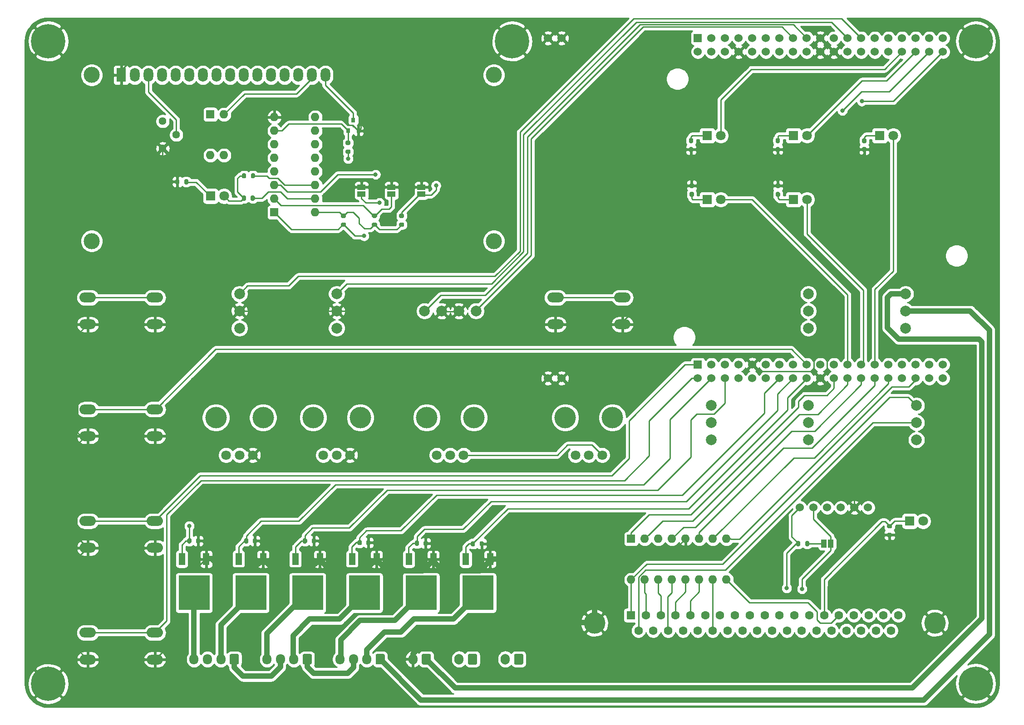
<source format=gbr>
%TF.GenerationSoftware,KiCad,Pcbnew,(5.1.9)-1*%
%TF.CreationDate,2021-02-05T13:08:36+01:00*%
%TF.ProjectId,testbench_io,74657374-6265-46e6-9368-5f696f2e6b69,rev?*%
%TF.SameCoordinates,Original*%
%TF.FileFunction,Copper,L2,Bot*%
%TF.FilePolarity,Positive*%
%FSLAX46Y46*%
G04 Gerber Fmt 4.6, Leading zero omitted, Abs format (unit mm)*
G04 Created by KiCad (PCBNEW (5.1.9)-1) date 2021-02-05 13:08:36*
%MOMM*%
%LPD*%
G01*
G04 APERTURE LIST*
%TA.AperFunction,ComponentPad*%
%ADD10C,2.000000*%
%TD*%
%TA.AperFunction,ComponentPad*%
%ADD11O,1.700000X1.950000*%
%TD*%
%TA.AperFunction,ComponentPad*%
%ADD12O,1.700000X2.000000*%
%TD*%
%TA.AperFunction,ComponentPad*%
%ADD13R,1.800000X2.600000*%
%TD*%
%TA.AperFunction,ComponentPad*%
%ADD14O,1.800000X2.600000*%
%TD*%
%TA.AperFunction,ComponentPad*%
%ADD15C,3.000000*%
%TD*%
%TA.AperFunction,ComponentPad*%
%ADD16C,1.530000*%
%TD*%
%TA.AperFunction,ComponentPad*%
%ADD17R,1.530000X1.530000*%
%TD*%
%TA.AperFunction,ComponentPad*%
%ADD18O,3.048000X1.850000*%
%TD*%
%TA.AperFunction,ComponentPad*%
%ADD19C,0.800000*%
%TD*%
%TA.AperFunction,ComponentPad*%
%ADD20C,6.400000*%
%TD*%
%TA.AperFunction,SMDPad,CuDef*%
%ADD21R,5.800000X6.400000*%
%TD*%
%TA.AperFunction,SMDPad,CuDef*%
%ADD22R,1.200000X2.200000*%
%TD*%
%TA.AperFunction,SMDPad,CuDef*%
%ADD23R,0.800000X0.900000*%
%TD*%
%TA.AperFunction,ComponentPad*%
%ADD24C,1.800000*%
%TD*%
%TA.AperFunction,ComponentPad*%
%ADD25R,1.800000X1.800000*%
%TD*%
%TA.AperFunction,SMDPad,CuDef*%
%ADD26R,1.000000X1.500000*%
%TD*%
%TA.AperFunction,SMDPad,CuDef*%
%ADD27R,1.500000X1.000000*%
%TD*%
%TA.AperFunction,WasherPad*%
%ADD28C,4.000000*%
%TD*%
%TA.AperFunction,ComponentPad*%
%ADD29C,1.440000*%
%TD*%
%TA.AperFunction,ComponentPad*%
%ADD30O,1.600000X1.600000*%
%TD*%
%TA.AperFunction,ComponentPad*%
%ADD31R,1.600000X1.600000*%
%TD*%
%TA.AperFunction,ComponentPad*%
%ADD32C,1.524000*%
%TD*%
%TA.AperFunction,ComponentPad*%
%ADD33C,1.600000*%
%TD*%
%TA.AperFunction,ComponentPad*%
%ADD34C,4.000000*%
%TD*%
%TA.AperFunction,ViaPad*%
%ADD35C,0.800000*%
%TD*%
%TA.AperFunction,Conductor*%
%ADD36C,0.250000*%
%TD*%
%TA.AperFunction,Conductor*%
%ADD37C,1.000000*%
%TD*%
%TA.AperFunction,Conductor*%
%ADD38C,0.254000*%
%TD*%
%TA.AperFunction,Conductor*%
%ADD39C,0.100000*%
%TD*%
G04 APERTURE END LIST*
D10*
%TO.P,SW114,4*%
%TO.N,GND*%
X101965000Y-75783800D03*
%TO.P,SW114,3*%
%TO.N,/Right_sw*%
X105165000Y-75783800D03*
%TO.P,SW114,2*%
%TO.N,GND*%
X98765000Y-75783800D03*
%TO.P,SW114,1*%
%TO.N,/Left_sw*%
X95565000Y-75783800D03*
%TD*%
%TO.P,SW111,3*%
%TO.N,N/C*%
X167161000Y-78983800D03*
%TO.P,SW111,2*%
%TO.N,Net-(J101-Pad1)*%
X167161000Y-75783800D03*
%TO.P,SW111,1*%
%TO.N,Net-(J101-Pad2)*%
X167161000Y-72583800D03*
%TD*%
%TO.P,SW101,3*%
%TO.N,N/C*%
X185293000Y-78983800D03*
%TO.P,SW101,2*%
%TO.N,VDD_MCU*%
X185293000Y-75783800D03*
%TO.P,SW101,1*%
%TO.N,V_external*%
X185293000Y-72583800D03*
%TD*%
%TO.P,SW106,3*%
%TO.N,N/C*%
X187325000Y-99842200D03*
%TO.P,SW106,2*%
%TO.N,/TRM_20*%
X187325000Y-96642200D03*
%TO.P,SW106,1*%
%TO.N,/TRM_01*%
X187325000Y-93442200D03*
%TD*%
%TO.P,SW107,3*%
%TO.N,N/C*%
X167161000Y-93442200D03*
%TO.P,SW107,2*%
%TO.N,/TRM_7*%
X167161000Y-96642200D03*
%TO.P,SW107,1*%
%TO.N,/TRM_25*%
X167161000Y-99842200D03*
%TD*%
%TO.P,SW109,3*%
%TO.N,N/C*%
X149029000Y-93442200D03*
%TO.P,SW109,2*%
%TO.N,/TRM_06*%
X149029000Y-96642200D03*
%TO.P,SW109,1*%
%TO.N,/TRM_05*%
X149029000Y-99842200D03*
%TD*%
%TO.P,SW112,3*%
%TO.N,N/C*%
X61051000Y-78983800D03*
%TO.P,SW112,2*%
%TO.N,GND*%
X61051000Y-75783800D03*
%TO.P,SW112,1*%
%TO.N,/DRL_sw*%
X61051000Y-72583800D03*
%TD*%
%TO.P,SW113,3*%
%TO.N,N/C*%
X79183000Y-78983800D03*
%TO.P,SW113,2*%
%TO.N,GND*%
X79183000Y-75783800D03*
%TO.P,SW113,1*%
%TO.N,/HL_sw*%
X79183000Y-72583800D03*
%TD*%
D11*
%TO.P,J303,4*%
%TO.N,/Solar_lights/Left_indicator_VSS*%
X79799814Y-140802600D03*
%TO.P,J303,3*%
%TO.N,VDD_MCU*%
X82299814Y-140802600D03*
%TO.P,J303,2*%
%TO.N,/Solar_lights/Brake_lights_VSS*%
X84799814Y-140802600D03*
%TO.P,J303,1*%
%TO.N,VDD_MCU*%
%TA.AperFunction,ComponentPad*%
G36*
G01*
X88149814Y-140077600D02*
X88149814Y-141527600D01*
G75*
G02*
X87899814Y-141777600I-250000J0D01*
G01*
X86699814Y-141777600D01*
G75*
G02*
X86449814Y-141527600I0J250000D01*
G01*
X86449814Y-140077600D01*
G75*
G02*
X86699814Y-139827600I250000J0D01*
G01*
X87899814Y-139827600D01*
G75*
G02*
X88149814Y-140077600I0J-250000D01*
G01*
G37*
%TD.AperFunction*%
%TD*%
%TO.P,J302,4*%
%TO.N,/Solar_lights/Front_lights_VSS*%
X66188307Y-140802600D03*
%TO.P,J302,3*%
%TO.N,VDD_MCU*%
X68688307Y-140802600D03*
%TO.P,J302,2*%
%TO.N,/Solar_lights/Right_indicator_VSS*%
X71188307Y-140802600D03*
%TO.P,J302,1*%
%TO.N,VDD_MCU*%
%TA.AperFunction,ComponentPad*%
G36*
G01*
X74538307Y-140077600D02*
X74538307Y-141527600D01*
G75*
G02*
X74288307Y-141777600I-250000J0D01*
G01*
X73088307Y-141777600D01*
G75*
G02*
X72838307Y-141527600I0J250000D01*
G01*
X72838307Y-140077600D01*
G75*
G02*
X73088307Y-139827600I250000J0D01*
G01*
X74288307Y-139827600D01*
G75*
G02*
X74538307Y-140077600I0J-250000D01*
G01*
G37*
%TD.AperFunction*%
%TD*%
%TO.P,J301,4*%
%TO.N,/Solar_lights/Horn_VSS*%
X52576800Y-140802600D03*
%TO.P,J301,3*%
%TO.N,VDD_MCU*%
X55076800Y-140802600D03*
%TO.P,J301,2*%
%TO.N,/Solar_lights/Fan_VSS*%
X57576800Y-140802600D03*
%TO.P,J301,1*%
%TO.N,VDD_MCU*%
%TA.AperFunction,ComponentPad*%
G36*
G01*
X60926800Y-140077600D02*
X60926800Y-141527600D01*
G75*
G02*
X60676800Y-141777600I-250000J0D01*
G01*
X59476800Y-141777600D01*
G75*
G02*
X59226800Y-141527600I0J250000D01*
G01*
X59226800Y-140077600D01*
G75*
G02*
X59476800Y-139827600I250000J0D01*
G01*
X60676800Y-139827600D01*
G75*
G02*
X60926800Y-140077600I0J-250000D01*
G01*
G37*
%TD.AperFunction*%
%TD*%
D12*
%TO.P,J103,2*%
%TO.N,GND*%
X93411321Y-140802600D03*
%TO.P,J103,1*%
%TO.N,V_external*%
%TA.AperFunction,ComponentPad*%
G36*
G01*
X96761321Y-140052600D02*
X96761321Y-141552600D01*
G75*
G02*
X96511321Y-141802600I-250000J0D01*
G01*
X95311321Y-141802600D01*
G75*
G02*
X95061321Y-141552600I0J250000D01*
G01*
X95061321Y-140052600D01*
G75*
G02*
X95311321Y-139802600I250000J0D01*
G01*
X96511321Y-139802600D01*
G75*
G02*
X96761321Y-140052600I0J-250000D01*
G01*
G37*
%TD.AperFunction*%
%TD*%
%TO.P,J102,2*%
%TO.N,Net-(J102-Pad2)*%
X110634336Y-140802600D03*
%TO.P,J102,1*%
%TO.N,Net-(J102-Pad1)*%
%TA.AperFunction,ComponentPad*%
G36*
G01*
X113984336Y-140052600D02*
X113984336Y-141552600D01*
G75*
G02*
X113734336Y-141802600I-250000J0D01*
G01*
X112534336Y-141802600D01*
G75*
G02*
X112284336Y-141552600I0J250000D01*
G01*
X112284336Y-140052600D01*
G75*
G02*
X112534336Y-139802600I250000J0D01*
G01*
X113734336Y-139802600D01*
G75*
G02*
X113984336Y-140052600I0J-250000D01*
G01*
G37*
%TD.AperFunction*%
%TD*%
%TO.P,J101,2*%
%TO.N,Net-(J101-Pad2)*%
X102022828Y-140802600D03*
%TO.P,J101,1*%
%TO.N,Net-(J101-Pad1)*%
%TA.AperFunction,ComponentPad*%
G36*
G01*
X105372828Y-140052600D02*
X105372828Y-141552600D01*
G75*
G02*
X105122828Y-141802600I-250000J0D01*
G01*
X103922828Y-141802600D01*
G75*
G02*
X103672828Y-141552600I0J250000D01*
G01*
X103672828Y-140052600D01*
G75*
G02*
X103922828Y-139802600I250000J0D01*
G01*
X105122828Y-139802600D01*
G75*
G02*
X105372828Y-140052600I0J-250000D01*
G01*
G37*
%TD.AperFunction*%
%TD*%
D13*
%TO.P,DS201,1*%
%TO.N,GND*%
X38992000Y-31719000D03*
D14*
%TO.P,DS201,2*%
%TO.N,MCU_5V*%
X41532000Y-31719000D03*
%TO.P,DS201,3*%
%TO.N,/LCD_I2C/pot_brightness*%
X44072000Y-31719000D03*
%TO.P,DS201,4*%
%TO.N,/LCD_I2C/RS*%
X46612000Y-31719000D03*
%TO.P,DS201,5*%
%TO.N,/LCD_I2C/RW*%
X49152000Y-31719000D03*
%TO.P,DS201,6*%
%TO.N,/LCD_I2C/E*%
X51692000Y-31719000D03*
%TO.P,DS201,7*%
%TO.N,Net-(DS201-Pad7)*%
X54232000Y-31719000D03*
%TO.P,DS201,8*%
%TO.N,Net-(DS201-Pad8)*%
X56772000Y-31719000D03*
%TO.P,DS201,9*%
%TO.N,Net-(DS201-Pad9)*%
X59312000Y-31719000D03*
%TO.P,DS201,10*%
%TO.N,Net-(DS201-Pad10)*%
X61852000Y-31719000D03*
%TO.P,DS201,11*%
%TO.N,/LCD_I2C/DB4*%
X64392000Y-31719000D03*
%TO.P,DS201,12*%
%TO.N,/LCD_I2C/DB5*%
X66932000Y-31719000D03*
%TO.P,DS201,13*%
%TO.N,/LCD_I2C/DB6*%
X69472000Y-31719000D03*
%TO.P,DS201,14*%
%TO.N,/LCD_I2C/DB7*%
X72012000Y-31719000D03*
%TO.P,DS201,15*%
%TO.N,/LCD_I2C/LED_(+)*%
X74552000Y-31719000D03*
%TO.P,DS201,16*%
%TO.N,/LCD_I2C/LED_(-)*%
X77092000Y-31719000D03*
D15*
%TO.P,DS201,*%
%TO.N,*%
X33492900Y-31719000D03*
X33492900Y-62719700D03*
X108491480Y-62719700D03*
X108492000Y-31719000D03*
%TD*%
D16*
%TO.P,U101,80*%
%TO.N,GND*%
X121158000Y-88328000D03*
%TO.P,U101,79*%
X118618000Y-88328000D03*
%TO.P,U101,78*%
X121158000Y-24828000D03*
%TO.P,U101,77*%
X118618000Y-24828000D03*
%TO.P,U101,NC*%
%TO.N,N/C*%
X192278000Y-88328000D03*
X189738000Y-88328000D03*
%TO.P,U101,73*%
%TO.N,Net-(U101-Pad73)*%
X189738000Y-85788000D03*
%TO.P,U101,72*%
%TO.N,/MC_LED*%
X187198000Y-88328000D03*
%TO.P,U101,71*%
%TO.N,Net-(U101-Pad71)*%
X187198000Y-85788000D03*
%TO.P,U101,70*%
%TO.N,Net-(U101-Pad70)*%
X184658000Y-88328000D03*
%TO.P,U101,69*%
%TO.N,Net-(U101-Pad69)*%
X184658000Y-85788000D03*
%TO.P,U101,68*%
%TO.N,/F-R_sw*%
X182118000Y-88328000D03*
%TO.P,U101,67*%
%TO.N,Net-(U101-Pad67)*%
X182118000Y-85788000D03*
%TO.P,U101,66*%
%TO.N,/P-E_sw*%
X179578000Y-88328000D03*
%TO.P,U101,65*%
%TO.N,/Brake_LED*%
X179578000Y-85788000D03*
%TO.P,U101,64*%
%TO.N,/Brake_vol*%
X177038000Y-88328000D03*
%TO.P,U101,63*%
%TO.N,/Right_LED*%
X177038000Y-85788000D03*
%TO.P,U101,62*%
%TO.N,/Acc_vol*%
X174498000Y-88328000D03*
%TO.P,U101,61*%
%TO.N,/Left_LED*%
X174498000Y-85788000D03*
%TO.P,U101,60*%
%TO.N,/MC_sw*%
X171958000Y-88328000D03*
%TO.P,U101,59*%
%TO.N,Net-(U101-Pad59)*%
X171958000Y-85788000D03*
%TO.P,U101,58*%
%TO.N,GND*%
X169418000Y-88328000D03*
%TO.P,U101,57*%
%TO.N,/Horn_sw*%
X169418000Y-85788000D03*
%TO.P,U101,54*%
%TO.N,/Brake_acti*%
X166878000Y-88328000D03*
%TO.P,U101,55*%
%TO.N,/Up*%
X166878000Y-85788000D03*
%TO.P,U101,52*%
%TO.N,/Left_acti*%
X164338000Y-88328000D03*
%TO.P,U101,53*%
%TO.N,/Battery_pot*%
X164338000Y-85788000D03*
%TO.P,U101,50*%
%TO.N,/Right_acti*%
X161798000Y-88328000D03*
%TO.P,U101,51*%
%TO.N,/Fan_pot*%
X161798000Y-85788000D03*
%TO.P,U101,48*%
%TO.N,Net-(U101-Pad48)*%
X159258000Y-88328000D03*
%TO.P,U101,49*%
%TO.N,/Horn_acti*%
X159258000Y-85788000D03*
%TO.P,U101,NC*%
%TO.N,N/C*%
X156718000Y-88328000D03*
%TO.P,U101,47*%
%TO.N,GND*%
X156718000Y-85788000D03*
%TO.P,U101,46*%
%TO.N,Net-(U101-Pad46)*%
X154178000Y-88328000D03*
%TO.P,U101,45*%
%TO.N,Net-(U101-Pad45)*%
X154178000Y-85788000D03*
%TO.P,U101,44*%
%TO.N,/Front_acti*%
X151638000Y-88328000D03*
%TO.P,U101,43*%
%TO.N,/CTX*%
X151638000Y-85788000D03*
%TO.P,U101,42*%
%TO.N,/Fan_pwm*%
X149098000Y-88328000D03*
%TO.P,U101,41*%
%TO.N,/CRX*%
X149098000Y-85788000D03*
%TO.P,U101,40*%
%TO.N,/Down*%
X146558000Y-88328000D03*
%TO.P,U101,75*%
%TO.N,Net-(U101-Pad75)*%
X192278000Y-85788000D03*
D17*
%TO.P,U101,39*%
%TO.N,/Select*%
X146558000Y-85788000D03*
D16*
%TO.P,U101,38*%
%TO.N,/SCL*%
X192278000Y-27368000D03*
%TO.P,U101,36*%
%TO.N,/SDA*%
X189738000Y-27368000D03*
%TO.P,U101,35*%
%TO.N,Net-(U101-Pad35)*%
X189738000Y-24828000D03*
%TO.P,U101,34*%
%TO.N,/DRL_LED*%
X187198000Y-27368000D03*
%TO.P,U101,33*%
%TO.N,Net-(U101-Pad33)*%
X187198000Y-24828000D03*
%TO.P,U101,32*%
%TO.N,/Battery_LED*%
X184658000Y-27368000D03*
%TO.P,U101,31*%
%TO.N,Net-(U101-Pad31)*%
X184658000Y-24828000D03*
%TO.P,U101,30*%
%TO.N,Net-(U101-Pad30)*%
X182118000Y-27368000D03*
%TO.P,U101,29*%
%TO.N,Net-(U101-Pad29)*%
X182118000Y-24828000D03*
%TO.P,U101,28*%
%TO.N,Net-(U101-Pad28)*%
X179578000Y-27368000D03*
%TO.P,U101,27*%
%TO.N,Net-(U101-Pad27)*%
X179578000Y-24828000D03*
%TO.P,U101,26*%
%TO.N,Net-(U101-Pad26)*%
X177038000Y-27368000D03*
%TO.P,U101,25*%
%TO.N,/DRL_sw*%
X177038000Y-24828000D03*
%TO.P,U101,24*%
%TO.N,VDD_MCU*%
X174498000Y-27368000D03*
%TO.P,U101,23*%
%TO.N,/HL_sw*%
X174498000Y-24828000D03*
%TO.P,U101,22*%
%TO.N,GND*%
X171958000Y-27368000D03*
%TO.P,U101,21*%
%TO.N,Net-(U101-Pad21)*%
X171958000Y-24828000D03*
%TO.P,U101,20*%
%TO.N,GND*%
X169418000Y-27368000D03*
%TO.P,U101,19*%
X169418000Y-24828000D03*
%TO.P,U101,18*%
%TO.N,MCU_5V*%
X166878000Y-27368000D03*
%TO.P,U101,17*%
%TO.N,/Left_sw*%
X166878000Y-24828000D03*
%TO.P,U101,16*%
%TO.N,Net-(U101-Pad16)*%
X164338000Y-27368000D03*
%TO.P,U101,15*%
%TO.N,/Right_sw*%
X164338000Y-24828000D03*
%TO.P,U101,14*%
%TO.N,/Reset*%
X161798000Y-27368000D03*
%TO.P,U101,13*%
%TO.N,Net-(U101-Pad13)*%
X161798000Y-24828000D03*
%TO.P,U101,12*%
%TO.N,Net-(U101-Pad12)*%
X159258000Y-27368000D03*
%TO.P,U101,11*%
%TO.N,Net-(U101-Pad11)*%
X159258000Y-24828000D03*
%TO.P,U101,10*%
%TO.N,Net-(U101-Pad10)*%
X156718000Y-27368000D03*
%TO.P,U101,9*%
%TO.N,Net-(U101-Pad9)*%
X156718000Y-24828000D03*
%TO.P,U101,8*%
%TO.N,GND*%
X154178000Y-27368000D03*
%TO.P,U101,7*%
%TO.N,Net-(U101-Pad7)*%
X154178000Y-24828000D03*
%TO.P,U101,6*%
%TO.N,Net-(U101-Pad6)*%
X151638000Y-27368000D03*
%TO.P,U101,5*%
%TO.N,Net-(U101-Pad5)*%
X151638000Y-24828000D03*
%TO.P,U101,4*%
%TO.N,Net-(U101-Pad4)*%
X149098000Y-27368000D03*
%TO.P,U101,3*%
%TO.N,Net-(U101-Pad3)*%
X149098000Y-24828000D03*
%TO.P,U101,2*%
%TO.N,Net-(U101-Pad2)*%
X146558000Y-27368000D03*
%TO.P,U101,37*%
%TO.N,Net-(U101-Pad37)*%
X192278000Y-24828000D03*
D17*
%TO.P,U101,1*%
%TO.N,Net-(U101-Pad1)*%
X146558000Y-24828000D03*
%TD*%
D18*
%TO.P,SW105,2*%
%TO.N,GND*%
X32766000Y-78283800D03*
%TO.P,SW105,1*%
%TO.N,/Reset*%
X32766000Y-73283800D03*
%TO.P,SW105,2*%
%TO.N,GND*%
X45266000Y-78283800D03*
%TO.P,SW105,1*%
%TO.N,/Reset*%
X45266000Y-73283800D03*
%TD*%
D19*
%TO.P,H105,1*%
%TO.N,GND*%
X200097056Y-23702944D03*
X198400000Y-23000000D03*
X196702944Y-23702944D03*
X196000000Y-25400000D03*
X196702944Y-27097056D03*
X198400000Y-27800000D03*
X200097056Y-27097056D03*
X200800000Y-25400000D03*
D20*
X198400000Y-25400000D03*
%TD*%
D19*
%TO.P,H104,1*%
%TO.N,GND*%
X200097056Y-143655944D03*
X198400000Y-142953000D03*
X196702944Y-143655944D03*
X196000000Y-145353000D03*
X196702944Y-147050056D03*
X198400000Y-147753000D03*
X200097056Y-147050056D03*
X200800000Y-145353000D03*
D20*
X198400000Y-145353000D03*
%TD*%
D19*
%TO.P,H103,1*%
%TO.N,GND*%
X27097056Y-143655944D03*
X25400000Y-142953000D03*
X23702944Y-143655944D03*
X23000000Y-145353000D03*
X23702944Y-147050056D03*
X25400000Y-147753000D03*
X27097056Y-147050056D03*
X27800000Y-145353000D03*
D20*
X25400000Y-145400000D03*
%TD*%
D19*
%TO.P,H102,1*%
%TO.N,GND*%
X27097056Y-23702944D03*
X25400000Y-23000000D03*
X23702944Y-23702944D03*
X23000000Y-25400000D03*
X23702944Y-27097056D03*
X25400000Y-27800000D03*
X27097056Y-27097056D03*
X27800000Y-25400000D03*
D20*
X25400000Y-25400000D03*
%TD*%
D19*
%TO.P,H101,1*%
%TO.N,GND*%
X113597056Y-23702944D03*
X111900000Y-23000000D03*
X110202944Y-23702944D03*
X109500000Y-25400000D03*
X110202944Y-27097056D03*
X111900000Y-27800000D03*
X113597056Y-27097056D03*
X114300000Y-25400000D03*
D20*
X111900000Y-25400000D03*
%TD*%
%TO.P,R306,2*%
%TO.N,/Horn_acti*%
%TA.AperFunction,SMDPad,CuDef*%
G36*
G01*
X52091000Y-118439000D02*
X52091000Y-118989000D01*
G75*
G02*
X51891000Y-119189000I-200000J0D01*
G01*
X51491000Y-119189000D01*
G75*
G02*
X51291000Y-118989000I0J200000D01*
G01*
X51291000Y-118439000D01*
G75*
G02*
X51491000Y-118239000I200000J0D01*
G01*
X51891000Y-118239000D01*
G75*
G02*
X52091000Y-118439000I0J-200000D01*
G01*
G37*
%TD.AperFunction*%
%TO.P,R306,1*%
%TO.N,GND*%
%TA.AperFunction,SMDPad,CuDef*%
G36*
G01*
X53741000Y-118439000D02*
X53741000Y-118989000D01*
G75*
G02*
X53541000Y-119189000I-200000J0D01*
G01*
X53141000Y-119189000D01*
G75*
G02*
X52941000Y-118989000I0J200000D01*
G01*
X52941000Y-118439000D01*
G75*
G02*
X53141000Y-118239000I200000J0D01*
G01*
X53541000Y-118239000D01*
G75*
G02*
X53741000Y-118439000I0J-200000D01*
G01*
G37*
%TD.AperFunction*%
%TD*%
D21*
%TO.P,Q306,2*%
%TO.N,/Solar_lights/Horn_VSS*%
X52579800Y-128408600D03*
D22*
%TO.P,Q306,3*%
%TO.N,GND*%
X54859800Y-122108600D03*
%TO.P,Q306,1*%
%TO.N,/Horn_acti*%
X50299800Y-122108600D03*
%TD*%
D21*
%TO.P,Q305,2*%
%TO.N,/Solar_lights/Fan_VSS*%
X63169000Y-128408600D03*
D22*
%TO.P,Q305,3*%
%TO.N,GND*%
X65449000Y-122108600D03*
%TO.P,Q305,1*%
%TO.N,/Fan_pwm*%
X60889000Y-122108600D03*
%TD*%
%TO.P,R305,2*%
%TO.N,/Fan_pwm*%
%TA.AperFunction,SMDPad,CuDef*%
G36*
G01*
X62704000Y-118439000D02*
X62704000Y-118989000D01*
G75*
G02*
X62504000Y-119189000I-200000J0D01*
G01*
X62104000Y-119189000D01*
G75*
G02*
X61904000Y-118989000I0J200000D01*
G01*
X61904000Y-118439000D01*
G75*
G02*
X62104000Y-118239000I200000J0D01*
G01*
X62504000Y-118239000D01*
G75*
G02*
X62704000Y-118439000I0J-200000D01*
G01*
G37*
%TD.AperFunction*%
%TO.P,R305,1*%
%TO.N,GND*%
%TA.AperFunction,SMDPad,CuDef*%
G36*
G01*
X64354000Y-118439000D02*
X64354000Y-118989000D01*
G75*
G02*
X64154000Y-119189000I-200000J0D01*
G01*
X63754000Y-119189000D01*
G75*
G02*
X63554000Y-118989000I0J200000D01*
G01*
X63554000Y-118439000D01*
G75*
G02*
X63754000Y-118239000I200000J0D01*
G01*
X64154000Y-118239000D01*
G75*
G02*
X64354000Y-118439000I0J-200000D01*
G01*
G37*
%TD.AperFunction*%
%TD*%
D18*
%TO.P,SW110,2*%
%TO.N,GND*%
X119982000Y-78283800D03*
%TO.P,SW110,1*%
%TO.N,/Horn_sw*%
X119982000Y-73283800D03*
%TO.P,SW110,2*%
%TO.N,GND*%
X132482000Y-78283800D03*
%TO.P,SW110,1*%
%TO.N,/Horn_sw*%
X132482000Y-73283800D03*
%TD*%
D21*
%TO.P,Q304,2*%
%TO.N,/Solar_lights/Front_lights_VSS*%
X73758200Y-128408600D03*
D22*
%TO.P,Q304,3*%
%TO.N,GND*%
X76038200Y-122108600D03*
%TO.P,Q304,1*%
%TO.N,/Front_acti*%
X71478200Y-122108600D03*
%TD*%
D21*
%TO.P,Q303,2*%
%TO.N,/Solar_lights/Right_indicator_VSS*%
X84347400Y-128408600D03*
D22*
%TO.P,Q303,3*%
%TO.N,GND*%
X86627400Y-122108600D03*
%TO.P,Q303,1*%
%TO.N,/Right_acti*%
X82067400Y-122108600D03*
%TD*%
D21*
%TO.P,Q302,2*%
%TO.N,/Solar_lights/Left_indicator_VSS*%
X94936600Y-128408600D03*
D22*
%TO.P,Q302,3*%
%TO.N,GND*%
X97216600Y-122108600D03*
%TO.P,Q302,1*%
%TO.N,/Left_acti*%
X92656600Y-122108600D03*
%TD*%
D21*
%TO.P,Q301,2*%
%TO.N,/Solar_lights/Brake_lights_VSS*%
X105525800Y-128408600D03*
D22*
%TO.P,Q301,3*%
%TO.N,GND*%
X107805800Y-122108600D03*
%TO.P,Q301,1*%
%TO.N,/Brake_acti*%
X103245800Y-122108600D03*
%TD*%
D23*
%TO.P,Q201,3*%
%TO.N,/LCD_I2C/LED_(-)*%
X82296000Y-40117000D03*
%TO.P,Q201,2*%
%TO.N,Net-(Q201-Pad2)*%
X81346000Y-42117000D03*
%TO.P,Q201,1*%
%TO.N,GND*%
X83246000Y-42117000D03*
%TD*%
D24*
%TO.P,D101,2*%
%TO.N,/Left_LED*%
X150833666Y-54960000D03*
D25*
%TO.P,D101,1*%
%TO.N,Net-(D101-Pad1)*%
X148293666Y-54960000D03*
%TD*%
D24*
%TO.P,D102,2*%
%TO.N,/Right_LED*%
X166920332Y-54960000D03*
D25*
%TO.P,D102,1*%
%TO.N,Net-(D102-Pad1)*%
X164380332Y-54960000D03*
%TD*%
D24*
%TO.P,D103,2*%
%TO.N,/Battery_LED*%
X150833666Y-43022000D03*
D25*
%TO.P,D103,1*%
%TO.N,Net-(D103-Pad1)*%
X148293666Y-43022000D03*
%TD*%
D24*
%TO.P,D104,2*%
%TO.N,/DRL_LED*%
X166920332Y-43022000D03*
D25*
%TO.P,D104,1*%
%TO.N,Net-(D104-Pad1)*%
X164380332Y-43022000D03*
%TD*%
D24*
%TO.P,D105,2*%
%TO.N,/Brake_LED*%
X183007000Y-43022000D03*
D25*
%TO.P,D105,1*%
%TO.N,Net-(D105-Pad1)*%
X180467000Y-43022000D03*
%TD*%
D24*
%TO.P,D106,2*%
%TO.N,/TRM_15*%
X188590000Y-115031000D03*
D25*
%TO.P,D106,1*%
%TO.N,/TRM_14*%
X186050000Y-115031000D03*
%TD*%
D24*
%TO.P,D201,2*%
%TO.N,MCU_5V*%
X58191400Y-54325000D03*
D25*
%TO.P,D201,1*%
%TO.N,Net-(D201-Pad1)*%
X55651400Y-54325000D03*
%TD*%
D26*
%TO.P,JP101,1*%
%TO.N,Net-(J102-Pad1)*%
X171338000Y-119222000D03*
%TO.P,JP101,2*%
%TO.N,Net-(JP101-Pad2)*%
X170038000Y-119222000D03*
%TD*%
D27*
%TO.P,JP201,1*%
%TO.N,Net-(JP201-Pad1)*%
X83820000Y-53959000D03*
%TO.P,JP201,2*%
%TO.N,GND*%
X83820000Y-52659000D03*
%TD*%
%TO.P,JP202,1*%
%TO.N,Net-(JP202-Pad1)*%
X89408000Y-53959000D03*
%TO.P,JP202,2*%
%TO.N,GND*%
X89408000Y-52659000D03*
%TD*%
%TO.P,JP203,1*%
%TO.N,Net-(JP203-Pad1)*%
X94996000Y-53959000D03*
%TO.P,JP203,2*%
%TO.N,GND*%
X94996000Y-52659000D03*
%TD*%
%TO.P,R101,2*%
%TO.N,GND*%
%TA.AperFunction,SMDPad,CuDef*%
G36*
G01*
X145815000Y-52082000D02*
X145815000Y-52632000D01*
G75*
G02*
X145615000Y-52832000I-200000J0D01*
G01*
X145215000Y-52832000D01*
G75*
G02*
X145015000Y-52632000I0J200000D01*
G01*
X145015000Y-52082000D01*
G75*
G02*
X145215000Y-51882000I200000J0D01*
G01*
X145615000Y-51882000D01*
G75*
G02*
X145815000Y-52082000I0J-200000D01*
G01*
G37*
%TD.AperFunction*%
%TO.P,R101,1*%
%TO.N,Net-(D101-Pad1)*%
%TA.AperFunction,SMDPad,CuDef*%
G36*
G01*
X145815000Y-53732000D02*
X145815000Y-54282000D01*
G75*
G02*
X145615000Y-54482000I-200000J0D01*
G01*
X145215000Y-54482000D01*
G75*
G02*
X145015000Y-54282000I0J200000D01*
G01*
X145015000Y-53732000D01*
G75*
G02*
X145215000Y-53532000I200000J0D01*
G01*
X145615000Y-53532000D01*
G75*
G02*
X145815000Y-53732000I0J-200000D01*
G01*
G37*
%TD.AperFunction*%
%TD*%
%TO.P,R102,2*%
%TO.N,GND*%
%TA.AperFunction,SMDPad,CuDef*%
G36*
G01*
X161893200Y-52094200D02*
X161893200Y-52644200D01*
G75*
G02*
X161693200Y-52844200I-200000J0D01*
G01*
X161293200Y-52844200D01*
G75*
G02*
X161093200Y-52644200I0J200000D01*
G01*
X161093200Y-52094200D01*
G75*
G02*
X161293200Y-51894200I200000J0D01*
G01*
X161693200Y-51894200D01*
G75*
G02*
X161893200Y-52094200I0J-200000D01*
G01*
G37*
%TD.AperFunction*%
%TO.P,R102,1*%
%TO.N,Net-(D102-Pad1)*%
%TA.AperFunction,SMDPad,CuDef*%
G36*
G01*
X161893200Y-53744200D02*
X161893200Y-54294200D01*
G75*
G02*
X161693200Y-54494200I-200000J0D01*
G01*
X161293200Y-54494200D01*
G75*
G02*
X161093200Y-54294200I0J200000D01*
G01*
X161093200Y-53744200D01*
G75*
G02*
X161293200Y-53544200I200000J0D01*
G01*
X161693200Y-53544200D01*
G75*
G02*
X161893200Y-53744200I0J-200000D01*
G01*
G37*
%TD.AperFunction*%
%TD*%
%TO.P,R103,2*%
%TO.N,GND*%
%TA.AperFunction,SMDPad,CuDef*%
G36*
G01*
X145688000Y-45350000D02*
X145688000Y-45900000D01*
G75*
G02*
X145488000Y-46100000I-200000J0D01*
G01*
X145088000Y-46100000D01*
G75*
G02*
X144888000Y-45900000I0J200000D01*
G01*
X144888000Y-45350000D01*
G75*
G02*
X145088000Y-45150000I200000J0D01*
G01*
X145488000Y-45150000D01*
G75*
G02*
X145688000Y-45350000I0J-200000D01*
G01*
G37*
%TD.AperFunction*%
%TO.P,R103,1*%
%TO.N,Net-(D103-Pad1)*%
%TA.AperFunction,SMDPad,CuDef*%
G36*
G01*
X145688000Y-43700000D02*
X145688000Y-44250000D01*
G75*
G02*
X145488000Y-44450000I-200000J0D01*
G01*
X145088000Y-44450000D01*
G75*
G02*
X144888000Y-44250000I0J200000D01*
G01*
X144888000Y-43700000D01*
G75*
G02*
X145088000Y-43500000I200000J0D01*
G01*
X145488000Y-43500000D01*
G75*
G02*
X145688000Y-43700000I0J-200000D01*
G01*
G37*
%TD.AperFunction*%
%TD*%
%TO.P,R104,2*%
%TO.N,Net-(JP101-Pad2)*%
%TA.AperFunction,SMDPad,CuDef*%
G36*
G01*
X166541000Y-119497000D02*
X166541000Y-118947000D01*
G75*
G02*
X166741000Y-118747000I200000J0D01*
G01*
X167141000Y-118747000D01*
G75*
G02*
X167341000Y-118947000I0J-200000D01*
G01*
X167341000Y-119497000D01*
G75*
G02*
X167141000Y-119697000I-200000J0D01*
G01*
X166741000Y-119697000D01*
G75*
G02*
X166541000Y-119497000I0J200000D01*
G01*
G37*
%TD.AperFunction*%
%TO.P,R104,1*%
%TO.N,Net-(J102-Pad2)*%
%TA.AperFunction,SMDPad,CuDef*%
G36*
G01*
X164891000Y-119497000D02*
X164891000Y-118947000D01*
G75*
G02*
X165091000Y-118747000I200000J0D01*
G01*
X165491000Y-118747000D01*
G75*
G02*
X165691000Y-118947000I0J-200000D01*
G01*
X165691000Y-119497000D01*
G75*
G02*
X165491000Y-119697000I-200000J0D01*
G01*
X165091000Y-119697000D01*
G75*
G02*
X164891000Y-119497000I0J200000D01*
G01*
G37*
%TD.AperFunction*%
%TD*%
%TO.P,R105,2*%
%TO.N,GND*%
%TA.AperFunction,SMDPad,CuDef*%
G36*
G01*
X161867800Y-45350000D02*
X161867800Y-45900000D01*
G75*
G02*
X161667800Y-46100000I-200000J0D01*
G01*
X161267800Y-46100000D01*
G75*
G02*
X161067800Y-45900000I0J200000D01*
G01*
X161067800Y-45350000D01*
G75*
G02*
X161267800Y-45150000I200000J0D01*
G01*
X161667800Y-45150000D01*
G75*
G02*
X161867800Y-45350000I0J-200000D01*
G01*
G37*
%TD.AperFunction*%
%TO.P,R105,1*%
%TO.N,Net-(D104-Pad1)*%
%TA.AperFunction,SMDPad,CuDef*%
G36*
G01*
X161867800Y-43700000D02*
X161867800Y-44250000D01*
G75*
G02*
X161667800Y-44450000I-200000J0D01*
G01*
X161267800Y-44450000D01*
G75*
G02*
X161067800Y-44250000I0J200000D01*
G01*
X161067800Y-43700000D01*
G75*
G02*
X161267800Y-43500000I200000J0D01*
G01*
X161667800Y-43500000D01*
G75*
G02*
X161867800Y-43700000I0J-200000D01*
G01*
G37*
%TD.AperFunction*%
%TD*%
%TO.P,R106,2*%
%TO.N,GND*%
%TA.AperFunction,SMDPad,CuDef*%
G36*
G01*
X177996800Y-45350000D02*
X177996800Y-45900000D01*
G75*
G02*
X177796800Y-46100000I-200000J0D01*
G01*
X177396800Y-46100000D01*
G75*
G02*
X177196800Y-45900000I0J200000D01*
G01*
X177196800Y-45350000D01*
G75*
G02*
X177396800Y-45150000I200000J0D01*
G01*
X177796800Y-45150000D01*
G75*
G02*
X177996800Y-45350000I0J-200000D01*
G01*
G37*
%TD.AperFunction*%
%TO.P,R106,1*%
%TO.N,Net-(D105-Pad1)*%
%TA.AperFunction,SMDPad,CuDef*%
G36*
G01*
X177996800Y-43700000D02*
X177996800Y-44250000D01*
G75*
G02*
X177796800Y-44450000I-200000J0D01*
G01*
X177396800Y-44450000D01*
G75*
G02*
X177196800Y-44250000I0J200000D01*
G01*
X177196800Y-43700000D01*
G75*
G02*
X177396800Y-43500000I200000J0D01*
G01*
X177796800Y-43500000D01*
G75*
G02*
X177996800Y-43700000I0J-200000D01*
G01*
G37*
%TD.AperFunction*%
%TD*%
%TO.P,R108,2*%
%TO.N,GND*%
%TA.AperFunction,SMDPad,CuDef*%
G36*
G01*
X182046200Y-117208600D02*
X182596200Y-117208600D01*
G75*
G02*
X182796200Y-117408600I0J-200000D01*
G01*
X182796200Y-117808600D01*
G75*
G02*
X182596200Y-118008600I-200000J0D01*
G01*
X182046200Y-118008600D01*
G75*
G02*
X181846200Y-117808600I0J200000D01*
G01*
X181846200Y-117408600D01*
G75*
G02*
X182046200Y-117208600I200000J0D01*
G01*
G37*
%TD.AperFunction*%
%TO.P,R108,1*%
%TO.N,/TRM_14*%
%TA.AperFunction,SMDPad,CuDef*%
G36*
G01*
X182046200Y-115558600D02*
X182596200Y-115558600D01*
G75*
G02*
X182796200Y-115758600I0J-200000D01*
G01*
X182796200Y-116158600D01*
G75*
G02*
X182596200Y-116358600I-200000J0D01*
G01*
X182046200Y-116358600D01*
G75*
G02*
X181846200Y-116158600I0J200000D01*
G01*
X181846200Y-115758600D01*
G75*
G02*
X182046200Y-115558600I200000J0D01*
G01*
G37*
%TD.AperFunction*%
%TD*%
%TO.P,R201,2*%
%TO.N,GND*%
%TA.AperFunction,SMDPad,CuDef*%
G36*
G01*
X49867000Y-51383000D02*
X49867000Y-51933000D01*
G75*
G02*
X49667000Y-52133000I-200000J0D01*
G01*
X49267000Y-52133000D01*
G75*
G02*
X49067000Y-51933000I0J200000D01*
G01*
X49067000Y-51383000D01*
G75*
G02*
X49267000Y-51183000I200000J0D01*
G01*
X49667000Y-51183000D01*
G75*
G02*
X49867000Y-51383000I0J-200000D01*
G01*
G37*
%TD.AperFunction*%
%TO.P,R201,1*%
%TO.N,Net-(D201-Pad1)*%
%TA.AperFunction,SMDPad,CuDef*%
G36*
G01*
X51517000Y-51383000D02*
X51517000Y-51933000D01*
G75*
G02*
X51317000Y-52133000I-200000J0D01*
G01*
X50917000Y-52133000D01*
G75*
G02*
X50717000Y-51933000I0J200000D01*
G01*
X50717000Y-51383000D01*
G75*
G02*
X50917000Y-51183000I200000J0D01*
G01*
X51317000Y-51183000D01*
G75*
G02*
X51517000Y-51383000I0J-200000D01*
G01*
G37*
%TD.AperFunction*%
%TD*%
%TO.P,R202,2*%
%TO.N,Net-(JP201-Pad1)*%
%TA.AperFunction,SMDPad,CuDef*%
G36*
G01*
X80166800Y-59255200D02*
X80716800Y-59255200D01*
G75*
G02*
X80916800Y-59455200I0J-200000D01*
G01*
X80916800Y-59855200D01*
G75*
G02*
X80716800Y-60055200I-200000J0D01*
G01*
X80166800Y-60055200D01*
G75*
G02*
X79966800Y-59855200I0J200000D01*
G01*
X79966800Y-59455200D01*
G75*
G02*
X80166800Y-59255200I200000J0D01*
G01*
G37*
%TD.AperFunction*%
%TO.P,R202,1*%
%TO.N,MCU_5V*%
%TA.AperFunction,SMDPad,CuDef*%
G36*
G01*
X80166800Y-57605200D02*
X80716800Y-57605200D01*
G75*
G02*
X80916800Y-57805200I0J-200000D01*
G01*
X80916800Y-58205200D01*
G75*
G02*
X80716800Y-58405200I-200000J0D01*
G01*
X80166800Y-58405200D01*
G75*
G02*
X79966800Y-58205200I0J200000D01*
G01*
X79966800Y-57805200D01*
G75*
G02*
X80166800Y-57605200I200000J0D01*
G01*
G37*
%TD.AperFunction*%
%TD*%
%TO.P,R203,2*%
%TO.N,Net-(JP202-Pad1)*%
%TA.AperFunction,SMDPad,CuDef*%
G36*
G01*
X86508000Y-58405200D02*
X85958000Y-58405200D01*
G75*
G02*
X85758000Y-58205200I0J200000D01*
G01*
X85758000Y-57805200D01*
G75*
G02*
X85958000Y-57605200I200000J0D01*
G01*
X86508000Y-57605200D01*
G75*
G02*
X86708000Y-57805200I0J-200000D01*
G01*
X86708000Y-58205200D01*
G75*
G02*
X86508000Y-58405200I-200000J0D01*
G01*
G37*
%TD.AperFunction*%
%TO.P,R203,1*%
%TO.N,MCU_5V*%
%TA.AperFunction,SMDPad,CuDef*%
G36*
G01*
X86508000Y-60055200D02*
X85958000Y-60055200D01*
G75*
G02*
X85758000Y-59855200I0J200000D01*
G01*
X85758000Y-59455200D01*
G75*
G02*
X85958000Y-59255200I200000J0D01*
G01*
X86508000Y-59255200D01*
G75*
G02*
X86708000Y-59455200I0J-200000D01*
G01*
X86708000Y-59855200D01*
G75*
G02*
X86508000Y-60055200I-200000J0D01*
G01*
G37*
%TD.AperFunction*%
%TD*%
%TO.P,R204,2*%
%TO.N,Net-(JP203-Pad1)*%
%TA.AperFunction,SMDPad,CuDef*%
G36*
G01*
X91562600Y-58405200D02*
X91012600Y-58405200D01*
G75*
G02*
X90812600Y-58205200I0J200000D01*
G01*
X90812600Y-57805200D01*
G75*
G02*
X91012600Y-57605200I200000J0D01*
G01*
X91562600Y-57605200D01*
G75*
G02*
X91762600Y-57805200I0J-200000D01*
G01*
X91762600Y-58205200D01*
G75*
G02*
X91562600Y-58405200I-200000J0D01*
G01*
G37*
%TD.AperFunction*%
%TO.P,R204,1*%
%TO.N,MCU_5V*%
%TA.AperFunction,SMDPad,CuDef*%
G36*
G01*
X91562600Y-60055200D02*
X91012600Y-60055200D01*
G75*
G02*
X90812600Y-59855200I0J200000D01*
G01*
X90812600Y-59455200D01*
G75*
G02*
X91012600Y-59255200I200000J0D01*
G01*
X91562600Y-59255200D01*
G75*
G02*
X91762600Y-59455200I0J-200000D01*
G01*
X91762600Y-59855200D01*
G75*
G02*
X91562600Y-60055200I-200000J0D01*
G01*
G37*
%TD.AperFunction*%
%TD*%
%TO.P,R205,2*%
%TO.N,/SDA*%
%TA.AperFunction,SMDPad,CuDef*%
G36*
G01*
X63137600Y-54981000D02*
X63137600Y-54431000D01*
G75*
G02*
X63337600Y-54231000I200000J0D01*
G01*
X63737600Y-54231000D01*
G75*
G02*
X63937600Y-54431000I0J-200000D01*
G01*
X63937600Y-54981000D01*
G75*
G02*
X63737600Y-55181000I-200000J0D01*
G01*
X63337600Y-55181000D01*
G75*
G02*
X63137600Y-54981000I0J200000D01*
G01*
G37*
%TD.AperFunction*%
%TO.P,R205,1*%
%TO.N,MCU_5V*%
%TA.AperFunction,SMDPad,CuDef*%
G36*
G01*
X61487600Y-54981000D02*
X61487600Y-54431000D01*
G75*
G02*
X61687600Y-54231000I200000J0D01*
G01*
X62087600Y-54231000D01*
G75*
G02*
X62287600Y-54431000I0J-200000D01*
G01*
X62287600Y-54981000D01*
G75*
G02*
X62087600Y-55181000I-200000J0D01*
G01*
X61687600Y-55181000D01*
G75*
G02*
X61487600Y-54981000I0J200000D01*
G01*
G37*
%TD.AperFunction*%
%TD*%
%TO.P,R206,2*%
%TO.N,/SCL*%
%TA.AperFunction,SMDPad,CuDef*%
G36*
G01*
X63163000Y-50815400D02*
X63163000Y-50265400D01*
G75*
G02*
X63363000Y-50065400I200000J0D01*
G01*
X63763000Y-50065400D01*
G75*
G02*
X63963000Y-50265400I0J-200000D01*
G01*
X63963000Y-50815400D01*
G75*
G02*
X63763000Y-51015400I-200000J0D01*
G01*
X63363000Y-51015400D01*
G75*
G02*
X63163000Y-50815400I0J200000D01*
G01*
G37*
%TD.AperFunction*%
%TO.P,R206,1*%
%TO.N,MCU_5V*%
%TA.AperFunction,SMDPad,CuDef*%
G36*
G01*
X61513000Y-50815400D02*
X61513000Y-50265400D01*
G75*
G02*
X61713000Y-50065400I200000J0D01*
G01*
X62113000Y-50065400D01*
G75*
G02*
X62313000Y-50265400I0J-200000D01*
G01*
X62313000Y-50815400D01*
G75*
G02*
X62113000Y-51015400I-200000J0D01*
G01*
X61713000Y-51015400D01*
G75*
G02*
X61513000Y-50815400I0J200000D01*
G01*
G37*
%TD.AperFunction*%
%TD*%
%TO.P,R207,2*%
%TO.N,Net-(Q201-Pad2)*%
%TA.AperFunction,SMDPad,CuDef*%
G36*
G01*
X81580400Y-44793600D02*
X81030400Y-44793600D01*
G75*
G02*
X80830400Y-44593600I0J200000D01*
G01*
X80830400Y-44193600D01*
G75*
G02*
X81030400Y-43993600I200000J0D01*
G01*
X81580400Y-43993600D01*
G75*
G02*
X81780400Y-44193600I0J-200000D01*
G01*
X81780400Y-44593600D01*
G75*
G02*
X81580400Y-44793600I-200000J0D01*
G01*
G37*
%TD.AperFunction*%
%TO.P,R207,1*%
%TO.N,MCU_5V*%
%TA.AperFunction,SMDPad,CuDef*%
G36*
G01*
X81580400Y-46443600D02*
X81030400Y-46443600D01*
G75*
G02*
X80830400Y-46243600I0J200000D01*
G01*
X80830400Y-45843600D01*
G75*
G02*
X81030400Y-45643600I200000J0D01*
G01*
X81580400Y-45643600D01*
G75*
G02*
X81780400Y-45843600I0J-200000D01*
G01*
X81780400Y-46243600D01*
G75*
G02*
X81580400Y-46443600I-200000J0D01*
G01*
G37*
%TD.AperFunction*%
%TD*%
%TO.P,R301,2*%
%TO.N,/Brake_acti*%
%TA.AperFunction,SMDPad,CuDef*%
G36*
G01*
X104987000Y-118972400D02*
X104987000Y-119522400D01*
G75*
G02*
X104787000Y-119722400I-200000J0D01*
G01*
X104387000Y-119722400D01*
G75*
G02*
X104187000Y-119522400I0J200000D01*
G01*
X104187000Y-118972400D01*
G75*
G02*
X104387000Y-118772400I200000J0D01*
G01*
X104787000Y-118772400D01*
G75*
G02*
X104987000Y-118972400I0J-200000D01*
G01*
G37*
%TD.AperFunction*%
%TO.P,R301,1*%
%TO.N,GND*%
%TA.AperFunction,SMDPad,CuDef*%
G36*
G01*
X106637000Y-118972400D02*
X106637000Y-119522400D01*
G75*
G02*
X106437000Y-119722400I-200000J0D01*
G01*
X106037000Y-119722400D01*
G75*
G02*
X105837000Y-119522400I0J200000D01*
G01*
X105837000Y-118972400D01*
G75*
G02*
X106037000Y-118772400I200000J0D01*
G01*
X106437000Y-118772400D01*
G75*
G02*
X106637000Y-118972400I0J-200000D01*
G01*
G37*
%TD.AperFunction*%
%TD*%
%TO.P,R302,2*%
%TO.N,/Left_acti*%
%TA.AperFunction,SMDPad,CuDef*%
G36*
G01*
X94547600Y-118870800D02*
X94547600Y-119420800D01*
G75*
G02*
X94347600Y-119620800I-200000J0D01*
G01*
X93947600Y-119620800D01*
G75*
G02*
X93747600Y-119420800I0J200000D01*
G01*
X93747600Y-118870800D01*
G75*
G02*
X93947600Y-118670800I200000J0D01*
G01*
X94347600Y-118670800D01*
G75*
G02*
X94547600Y-118870800I0J-200000D01*
G01*
G37*
%TD.AperFunction*%
%TO.P,R302,1*%
%TO.N,GND*%
%TA.AperFunction,SMDPad,CuDef*%
G36*
G01*
X96197600Y-118870800D02*
X96197600Y-119420800D01*
G75*
G02*
X95997600Y-119620800I-200000J0D01*
G01*
X95597600Y-119620800D01*
G75*
G02*
X95397600Y-119420800I0J200000D01*
G01*
X95397600Y-118870800D01*
G75*
G02*
X95597600Y-118670800I200000J0D01*
G01*
X95997600Y-118670800D01*
G75*
G02*
X96197600Y-118870800I0J-200000D01*
G01*
G37*
%TD.AperFunction*%
%TD*%
%TO.P,R303,2*%
%TO.N,/Right_acti*%
%TA.AperFunction,SMDPad,CuDef*%
G36*
G01*
X83858200Y-118769200D02*
X83858200Y-119319200D01*
G75*
G02*
X83658200Y-119519200I-200000J0D01*
G01*
X83258200Y-119519200D01*
G75*
G02*
X83058200Y-119319200I0J200000D01*
G01*
X83058200Y-118769200D01*
G75*
G02*
X83258200Y-118569200I200000J0D01*
G01*
X83658200Y-118569200D01*
G75*
G02*
X83858200Y-118769200I0J-200000D01*
G01*
G37*
%TD.AperFunction*%
%TO.P,R303,1*%
%TO.N,GND*%
%TA.AperFunction,SMDPad,CuDef*%
G36*
G01*
X85508200Y-118769200D02*
X85508200Y-119319200D01*
G75*
G02*
X85308200Y-119519200I-200000J0D01*
G01*
X84908200Y-119519200D01*
G75*
G02*
X84708200Y-119319200I0J200000D01*
G01*
X84708200Y-118769200D01*
G75*
G02*
X84908200Y-118569200I200000J0D01*
G01*
X85308200Y-118569200D01*
G75*
G02*
X85508200Y-118769200I0J-200000D01*
G01*
G37*
%TD.AperFunction*%
%TD*%
%TO.P,R304,2*%
%TO.N,/Front_acti*%
%TA.AperFunction,SMDPad,CuDef*%
G36*
G01*
X73668800Y-118439000D02*
X73668800Y-118989000D01*
G75*
G02*
X73468800Y-119189000I-200000J0D01*
G01*
X73068800Y-119189000D01*
G75*
G02*
X72868800Y-118989000I0J200000D01*
G01*
X72868800Y-118439000D01*
G75*
G02*
X73068800Y-118239000I200000J0D01*
G01*
X73468800Y-118239000D01*
G75*
G02*
X73668800Y-118439000I0J-200000D01*
G01*
G37*
%TD.AperFunction*%
%TO.P,R304,1*%
%TO.N,GND*%
%TA.AperFunction,SMDPad,CuDef*%
G36*
G01*
X75318800Y-118439000D02*
X75318800Y-118989000D01*
G75*
G02*
X75118800Y-119189000I-200000J0D01*
G01*
X74718800Y-119189000D01*
G75*
G02*
X74518800Y-118989000I0J200000D01*
G01*
X74518800Y-118439000D01*
G75*
G02*
X74718800Y-118239000I200000J0D01*
G01*
X75118800Y-118239000D01*
G75*
G02*
X75318800Y-118439000I0J-200000D01*
G01*
G37*
%TD.AperFunction*%
%TD*%
D28*
%TO.P,RV101,*%
%TO.N,*%
X83583000Y-95692200D03*
X74783000Y-95692200D03*
D24*
%TO.P,RV101,1*%
%TO.N,GND*%
X81683000Y-102692200D03*
%TO.P,RV101,2*%
%TO.N,/Fan_pot*%
X79183000Y-102692200D03*
%TO.P,RV101,3*%
%TO.N,MCU_5V*%
X76683000Y-102692200D03*
%TD*%
D28*
%TO.P,RV102,*%
%TO.N,*%
X65451000Y-95692200D03*
X56651000Y-95692200D03*
D24*
%TO.P,RV102,1*%
%TO.N,GND*%
X63551000Y-102692200D03*
%TO.P,RV102,2*%
%TO.N,/Battery_pot*%
X61051000Y-102692200D03*
%TO.P,RV102,3*%
%TO.N,MCU_5V*%
X58551000Y-102692200D03*
%TD*%
D28*
%TO.P,RV103,*%
%TO.N,*%
X104765000Y-95692200D03*
X95965000Y-95692200D03*
D24*
%TO.P,RV103,1*%
%TO.N,TRM_GND*%
X102865000Y-102692200D03*
%TO.P,RV103,2*%
%TO.N,/TRM_02*%
X100365000Y-102692200D03*
%TO.P,RV103,3*%
%TO.N,TRM_VDD*%
X97865000Y-102692200D03*
%TD*%
D28*
%TO.P,RV104,*%
%TO.N,*%
X130622000Y-95692200D03*
X121822000Y-95692200D03*
D24*
%TO.P,RV104,1*%
%TO.N,TRM_GND*%
X128722000Y-102692200D03*
%TO.P,RV104,2*%
%TO.N,/TRM_22*%
X126222000Y-102692200D03*
%TO.P,RV104,3*%
%TO.N,TRM_VDD*%
X123722000Y-102692200D03*
%TD*%
D29*
%TO.P,RV201,1*%
%TO.N,MCU_5V*%
X46736000Y-40355000D03*
%TO.P,RV201,2*%
%TO.N,/LCD_I2C/pot_brightness*%
X49276000Y-42895000D03*
%TO.P,RV201,3*%
%TO.N,GND*%
X46736000Y-45435000D03*
%TD*%
D30*
%TO.P,SW201,4*%
%TO.N,N/C*%
X55626000Y-46705000D03*
%TO.P,SW201,2*%
%TO.N,/LCD_I2C/LED_(+)*%
X58166000Y-39085000D03*
%TO.P,SW201,3*%
%TO.N,N/C*%
X58166000Y-46705000D03*
D31*
%TO.P,SW201,1*%
%TO.N,MCU_5V*%
X55626000Y-39085000D03*
%TD*%
D18*
%TO.P,SW102,2*%
%TO.N,GND*%
X32766000Y-140859000D03*
%TO.P,SW102,1*%
%TO.N,/Down*%
X32766000Y-135859000D03*
%TO.P,SW102,2*%
%TO.N,GND*%
X45266000Y-140859000D03*
%TO.P,SW102,1*%
%TO.N,/Down*%
X45266000Y-135859000D03*
%TD*%
%TO.P,SW103,2*%
%TO.N,GND*%
X32766000Y-99142200D03*
%TO.P,SW103,1*%
%TO.N,/Up*%
X32766000Y-94142200D03*
%TO.P,SW103,2*%
%TO.N,GND*%
X45266000Y-99142200D03*
%TO.P,SW103,1*%
%TO.N,/Up*%
X45266000Y-94142200D03*
%TD*%
%TO.P,SW104,2*%
%TO.N,GND*%
X32766000Y-120000600D03*
%TO.P,SW104,1*%
%TO.N,/Select*%
X32766000Y-115000600D03*
%TO.P,SW104,2*%
%TO.N,GND*%
X45266000Y-120000600D03*
%TO.P,SW104,1*%
%TO.N,/Select*%
X45266000Y-115000600D03*
%TD*%
D30*
%TO.P,SW108,16*%
%TO.N,/TRM_01*%
X134112000Y-125953000D03*
%TO.P,SW108,8*%
%TO.N,/MC_LED*%
X151892000Y-118333000D03*
%TO.P,SW108,15*%
%TO.N,/TRM_02*%
X136652000Y-125953000D03*
%TO.P,SW108,7*%
%TO.N,/F-R_sw*%
X149352000Y-118333000D03*
%TO.P,SW108,14*%
%TO.N,TRM_VDD*%
X139192000Y-125953000D03*
%TO.P,SW108,6*%
%TO.N,/P-E_sw*%
X146812000Y-118333000D03*
%TO.P,SW108,13*%
%TO.N,/TRM_22*%
X141732000Y-125953000D03*
%TO.P,SW108,5*%
%TO.N,GND*%
X144272000Y-118333000D03*
%TO.P,SW108,12*%
%TO.N,TRM_GND*%
X144272000Y-125953000D03*
%TO.P,SW108,4*%
%TO.N,/Brake_vol*%
X141732000Y-118333000D03*
%TO.P,SW108,11*%
%TO.N,/TRM_05*%
X146812000Y-125953000D03*
%TO.P,SW108,3*%
%TO.N,MCU_5V*%
X139192000Y-118333000D03*
%TO.P,SW108,10*%
%TO.N,/TRM_25*%
X149352000Y-125953000D03*
%TO.P,SW108,2*%
%TO.N,/Acc_vol*%
X136652000Y-118333000D03*
%TO.P,SW108,9*%
%TO.N,/TRM_15*%
X151892000Y-125953000D03*
D31*
%TO.P,SW108,1*%
%TO.N,/MC_sw*%
X134112000Y-118333000D03*
%TD*%
D32*
%TO.P,U102,1*%
%TO.N,MCU_5V*%
X178308000Y-112491000D03*
%TO.P,U102,2*%
%TO.N,GND*%
X175768000Y-112491000D03*
%TO.P,U102,3*%
%TO.N,/CTX*%
X173228000Y-112491000D03*
%TO.P,U102,4*%
%TO.N,/CRX*%
X170688000Y-112491000D03*
%TO.P,U102,5*%
%TO.N,Net-(J102-Pad1)*%
X168148000Y-112491000D03*
%TO.P,U102,6*%
%TO.N,Net-(J102-Pad2)*%
X165608000Y-112491000D03*
%TD*%
D30*
%TO.P,U201,16*%
%TO.N,MCU_5V*%
X75184000Y-57373000D03*
%TO.P,U201,8*%
%TO.N,GND*%
X67564000Y-39593000D03*
%TO.P,U201,15*%
%TO.N,/SDA*%
X75184000Y-54833000D03*
%TO.P,U201,7*%
%TO.N,Net-(Q201-Pad2)*%
X67564000Y-42133000D03*
%TO.P,U201,14*%
%TO.N,/SCL*%
X75184000Y-52293000D03*
%TO.P,U201,6*%
%TO.N,/LCD_I2C/E*%
X67564000Y-44673000D03*
%TO.P,U201,13*%
%TO.N,Net-(U201-Pad13)*%
X75184000Y-49753000D03*
%TO.P,U201,5*%
%TO.N,/LCD_I2C/RW*%
X67564000Y-47213000D03*
%TO.P,U201,12*%
%TO.N,/LCD_I2C/DB7*%
X75184000Y-47213000D03*
%TO.P,U201,4*%
%TO.N,/LCD_I2C/RS*%
X67564000Y-49753000D03*
%TO.P,U201,11*%
%TO.N,/LCD_I2C/DB6*%
X75184000Y-44673000D03*
%TO.P,U201,3*%
%TO.N,Net-(JP203-Pad1)*%
X67564000Y-52293000D03*
%TO.P,U201,10*%
%TO.N,/LCD_I2C/DB5*%
X75184000Y-42133000D03*
%TO.P,U201,2*%
%TO.N,Net-(JP202-Pad1)*%
X67564000Y-54833000D03*
%TO.P,U201,9*%
%TO.N,/LCD_I2C/DB4*%
X75184000Y-39593000D03*
D31*
%TO.P,U201,1*%
%TO.N,Net-(JP201-Pad1)*%
X67564000Y-57373000D03*
%TD*%
%TO.P,J104,1*%
%TO.N,/TRM_01*%
X134086600Y-132607800D03*
D33*
%TO.P,J104,2*%
%TO.N,/TRM_02*%
X136856600Y-132607800D03*
%TO.P,J104,3*%
%TO.N,TRM_VDD*%
X139626600Y-132607800D03*
%TO.P,J104,4*%
%TO.N,TRM_GND*%
X142396600Y-132607800D03*
%TO.P,J104,5*%
%TO.N,/TRM_05*%
X145166600Y-132607800D03*
%TO.P,J104,6*%
%TO.N,/TRM_06*%
X147936600Y-132607800D03*
%TO.P,J104,7*%
%TO.N,/TRM_7*%
X150706600Y-132607800D03*
%TO.P,J104,8*%
%TO.N,Net-(J104-Pad8)*%
X153476600Y-132607800D03*
%TO.P,J104,9*%
%TO.N,Net-(J104-Pad9)*%
X156246600Y-132607800D03*
%TO.P,J104,10*%
%TO.N,Net-(J104-Pad10)*%
X159016600Y-132607800D03*
%TO.P,J104,11*%
%TO.N,Net-(J104-Pad11)*%
X161786600Y-132607800D03*
%TO.P,J104,12*%
%TO.N,Net-(J104-Pad12)*%
X164556600Y-132607800D03*
%TO.P,J104,13*%
%TO.N,Net-(J104-Pad13)*%
X167326600Y-132607800D03*
%TO.P,J104,14*%
%TO.N,/TRM_14*%
X170096600Y-132607800D03*
%TO.P,J104,15*%
%TO.N,/TRM_15*%
X172866600Y-132607800D03*
%TO.P,J104,16*%
%TO.N,Net-(J104-Pad16)*%
X175636600Y-132607800D03*
%TO.P,J104,17*%
%TO.N,Net-(J104-Pad17)*%
X178406600Y-132607800D03*
%TO.P,J104,18*%
%TO.N,Net-(J104-Pad18)*%
X181176600Y-132607800D03*
%TO.P,J104,19*%
%TO.N,Net-(J104-Pad19)*%
X183946600Y-132607800D03*
%TO.P,J104,20*%
%TO.N,/TRM_20*%
X135471600Y-135447800D03*
%TO.P,J104,21*%
%TO.N,TRM_GND*%
X138241600Y-135447800D03*
%TO.P,J104,22*%
%TO.N,/TRM_22*%
X141011600Y-135447800D03*
%TO.P,J104,23*%
%TO.N,TRM_VDD*%
X143781600Y-135447800D03*
%TO.P,J104,24*%
%TO.N,Net-(J104-Pad24)*%
X146551600Y-135447800D03*
%TO.P,J104,25*%
%TO.N,/TRM_25*%
X149321600Y-135447800D03*
%TO.P,J104,26*%
%TO.N,Net-(J104-Pad26)*%
X152091600Y-135447800D03*
%TO.P,J104,27*%
%TO.N,Net-(J104-Pad27)*%
X154861600Y-135447800D03*
%TO.P,J104,28*%
%TO.N,Net-(J104-Pad28)*%
X157631600Y-135447800D03*
%TO.P,J104,29*%
%TO.N,Net-(J104-Pad29)*%
X160401600Y-135447800D03*
%TO.P,J104,30*%
%TO.N,Net-(J104-Pad30)*%
X163171600Y-135447800D03*
%TO.P,J104,31*%
%TO.N,Net-(J104-Pad31)*%
X165941600Y-135447800D03*
%TO.P,J104,32*%
%TO.N,Net-(J104-Pad32)*%
X168711600Y-135447800D03*
%TO.P,J104,33*%
%TO.N,Net-(J104-Pad33)*%
X171481600Y-135447800D03*
%TO.P,J104,34*%
%TO.N,Net-(J104-Pad34)*%
X174251600Y-135447800D03*
%TO.P,J104,35*%
%TO.N,Net-(J104-Pad35)*%
X177021600Y-135447800D03*
%TO.P,J104,36*%
%TO.N,Net-(J104-Pad36)*%
X179791600Y-135447800D03*
%TO.P,J104,37*%
%TO.N,Net-(J104-Pad37)*%
X182561600Y-135447800D03*
D34*
%TO.P,J104,0*%
%TO.N,GND*%
X190766600Y-134027800D03*
X127266600Y-134027800D03*
%TD*%
D35*
%TO.N,MCU_5V*%
X81305400Y-47345600D03*
%TO.N,Net-(JP201-Pad1)*%
X87147400Y-55575200D03*
X84302600Y-61772800D03*
%TO.N,Net-(JP203-Pad1)*%
X97713800Y-52349400D03*
X86436200Y-50292000D03*
%TO.N,Net-(J102-Pad2)*%
X163118800Y-127533400D03*
%TO.N,Net-(J102-Pad1)*%
X165988998Y-127685800D03*
%TO.N,/SDA*%
X173507400Y-38354000D03*
%TO.N,/SCL*%
X177139600Y-36626800D03*
%TO.N,/Horn_acti*%
X51689000Y-115920000D03*
%TD*%
D36*
%TO.N,MCU_5V*%
X61887600Y-50654200D02*
X61773800Y-50540400D01*
X60706000Y-51023000D02*
X60706000Y-53524400D01*
X60706000Y-53524400D02*
X61887600Y-54706000D01*
X61188600Y-50540400D02*
X60706000Y-51023000D01*
X61913000Y-50540400D02*
X61188600Y-50540400D01*
X81280000Y-46019200D02*
X81305400Y-46044600D01*
X59080400Y-55214000D02*
X58191400Y-54325000D01*
X61379600Y-55214000D02*
X59080400Y-55214000D01*
X61887600Y-54706000D02*
X61379600Y-55214000D01*
X81305400Y-46043600D02*
X81305400Y-47345600D01*
X75209400Y-57347600D02*
X75184000Y-57373000D01*
X79750400Y-57347600D02*
X75209400Y-57347600D01*
X80385400Y-57982600D02*
X79750400Y-57347600D01*
X80492600Y-57982600D02*
X80385400Y-57982600D01*
X91287600Y-59664600D02*
X91287600Y-59655200D01*
X90404200Y-60548000D02*
X91287600Y-59664600D01*
X87167200Y-60548000D02*
X90404200Y-60548000D01*
X86274400Y-59655200D02*
X87167200Y-60548000D01*
X86233000Y-59655200D02*
X86274400Y-59655200D01*
X85471000Y-60421000D02*
X86258400Y-59633600D01*
X84373200Y-60421000D02*
X85471000Y-60421000D01*
X83388200Y-58470800D02*
X83388200Y-59436000D01*
X83388200Y-59436000D02*
X84373200Y-60421000D01*
X82265000Y-57347600D02*
X83388200Y-58470800D01*
X81158600Y-57347600D02*
X82265000Y-57347600D01*
X80549000Y-57957200D02*
X81158600Y-57347600D01*
X80467200Y-57957200D02*
X80549000Y-57957200D01*
%TO.N,GND*%
X38992000Y-37691000D02*
X46736000Y-45435000D01*
X38992000Y-31719000D02*
X38992000Y-37691000D01*
X32766000Y-140859000D02*
X45266000Y-140859000D01*
X32766000Y-120000600D02*
X45266000Y-120000600D01*
X32766000Y-99142200D02*
X45266000Y-99142200D01*
X32766000Y-78283800D02*
X45266000Y-78283800D01*
X119982000Y-78283800D02*
X132482000Y-78283800D01*
X58551000Y-78283800D02*
X61051000Y-75783800D01*
X45266000Y-78283800D02*
X58551000Y-78283800D01*
X61051000Y-75783800D02*
X79183000Y-75783800D01*
X30607000Y-138700000D02*
X32766000Y-140859000D01*
X32766000Y-120000600D02*
X32749400Y-120000600D01*
X32749400Y-120000600D02*
X30607000Y-122143000D01*
X30607000Y-122143000D02*
X30607000Y-138700000D01*
X30734000Y-117968600D02*
X32766000Y-120000600D01*
X32766000Y-99142200D02*
X32398800Y-99142200D01*
X32398800Y-99142200D02*
X30734000Y-100807000D01*
X30734000Y-100807000D02*
X30734000Y-117968600D01*
X30861000Y-80188800D02*
X32766000Y-78283800D01*
X32766000Y-99142200D02*
X31482200Y-99142200D01*
X31482200Y-99142200D02*
X30861000Y-98521000D01*
X30861000Y-98521000D02*
X30861000Y-80188800D01*
X132482000Y-78283800D02*
X132482000Y-77824400D01*
X143357600Y-53436000D02*
X144436600Y-52357000D01*
X144436600Y-52357000D02*
X145415000Y-52357000D01*
X143357600Y-66948800D02*
X143357600Y-53436000D01*
X132482000Y-77824400D02*
X143357600Y-66948800D01*
X83693000Y-41670000D02*
X83246000Y-42117000D01*
X83693000Y-34386000D02*
X83693000Y-41670000D01*
X78867000Y-29560000D02*
X83693000Y-34386000D01*
X40259000Y-29560000D02*
X78867000Y-29560000D01*
X38992000Y-30827000D02*
X40259000Y-29560000D01*
X38992000Y-31719000D02*
X38992000Y-30827000D01*
X60001000Y-99142200D02*
X45266000Y-99142200D01*
X63551000Y-102692200D02*
X60001000Y-99142200D01*
X107805800Y-122591200D02*
X107974600Y-122422400D01*
D37*
X126857800Y-134436600D02*
X127266600Y-134027800D01*
X73979000Y-124175000D02*
X67502000Y-124175000D01*
X67502000Y-124175000D02*
X65470000Y-122143000D01*
X76045400Y-122108600D02*
X73979000Y-124175000D01*
X78008600Y-124175000D02*
X76335200Y-122501600D01*
X84520000Y-124175000D02*
X78008600Y-124175000D01*
X86256200Y-122438800D02*
X84520000Y-124175000D01*
X86825400Y-122438800D02*
X86256200Y-122438800D01*
X107955200Y-122591200D02*
X107805800Y-122591200D01*
X86847800Y-122438800D02*
X86825400Y-122438800D01*
X88711000Y-124302000D02*
X86847800Y-122438800D01*
X95188000Y-124302000D02*
X88711000Y-124302000D01*
X96949600Y-122540400D02*
X95188000Y-124302000D01*
X98998000Y-124302000D02*
X97315600Y-122619600D01*
X105856000Y-124302000D02*
X98998000Y-124302000D01*
X107566800Y-122591200D02*
X105856000Y-124302000D01*
X107805800Y-122591200D02*
X107566800Y-122591200D01*
D36*
X83207500Y-42117000D02*
X83246000Y-42117000D01*
X82207500Y-41117000D02*
X83207500Y-42117000D01*
X77851000Y-37688000D02*
X81280000Y-41117000D01*
X70739000Y-37688000D02*
X77851000Y-37688000D01*
X81280000Y-41117000D02*
X82207500Y-41117000D01*
X68834000Y-39593000D02*
X70739000Y-37688000D01*
X67564000Y-39593000D02*
X68834000Y-39593000D01*
D37*
X127266600Y-125203600D02*
X127266600Y-134027800D01*
X124171600Y-122108600D02*
X127266600Y-125203600D01*
X107805800Y-122108600D02*
X124171600Y-122108600D01*
D36*
X45266000Y-140859000D02*
X48641000Y-137484000D01*
X48641000Y-137484000D02*
X48641000Y-124937000D01*
X48641000Y-124937000D02*
X49530000Y-124048000D01*
X49530000Y-124048000D02*
X52832000Y-124048000D01*
X54771400Y-122108600D02*
X54859800Y-122108600D01*
X52832000Y-124048000D02*
X54771400Y-122108600D01*
X80051800Y-101061000D02*
X81683000Y-102692200D01*
X65182200Y-101061000D02*
X80051800Y-101061000D01*
X63551000Y-102692200D02*
X65182200Y-101061000D01*
X86024200Y-119044200D02*
X85358200Y-119044200D01*
X86588600Y-119608600D02*
X86024200Y-119044200D01*
X86588600Y-121564400D02*
X86588600Y-119608600D01*
X86825400Y-121801200D02*
X86588600Y-121564400D01*
X86825400Y-122438800D02*
X86825400Y-121801200D01*
X96666800Y-119145800D02*
X95797600Y-119145800D01*
X97231200Y-119710200D02*
X96666800Y-119145800D01*
X97231200Y-122456000D02*
X97231200Y-119710200D01*
X97315600Y-122540400D02*
X97231200Y-122456000D01*
X107106200Y-119247400D02*
X106237000Y-119247400D01*
X107805800Y-119947000D02*
X107106200Y-119247400D01*
X107805800Y-122591200D02*
X107805800Y-119947000D01*
X76098400Y-119151400D02*
X75661000Y-118714000D01*
X76098400Y-121871800D02*
X76098400Y-119151400D01*
X75661000Y-118714000D02*
X74918800Y-118714000D01*
X76335200Y-122108600D02*
X76098400Y-121871800D01*
D37*
X63382600Y-124175000D02*
X65449000Y-122108600D01*
X57977000Y-124175000D02*
X63382600Y-124175000D01*
X55849000Y-122047000D02*
X57977000Y-124175000D01*
X54859800Y-122047000D02*
X55849000Y-122047000D01*
D36*
X54045600Y-118714000D02*
X53341000Y-118714000D01*
X54859800Y-119528200D02*
X54045600Y-118714000D01*
X54859800Y-122108600D02*
X54859800Y-119528200D01*
X64058800Y-118745000D02*
X63982600Y-118821200D01*
X65481200Y-119583200D02*
X64643000Y-118745000D01*
X65481200Y-122512800D02*
X65481200Y-119583200D01*
X64643000Y-118745000D02*
X64058800Y-118745000D01*
X65470000Y-122524000D02*
X65481200Y-122512800D01*
X94874600Y-52679600D02*
X94996000Y-52801000D01*
X83840600Y-52679600D02*
X94874600Y-52679600D01*
X83820000Y-52659000D02*
X83840600Y-52679600D01*
X156718000Y-85788000D02*
X157975800Y-87045800D01*
X157975800Y-87045800D02*
X168275000Y-87045800D01*
X169418000Y-88188800D02*
X169418000Y-88328000D01*
X168275000Y-87045800D02*
X169418000Y-88188800D01*
X169418000Y-88328000D02*
X170688000Y-87058000D01*
X170688000Y-87058000D02*
X170688000Y-84759800D01*
X169418000Y-88328000D02*
X168173400Y-87083400D01*
X168173400Y-87083400D02*
X168173400Y-84582000D01*
X190766600Y-133992000D02*
X190766600Y-134027800D01*
X181610000Y-124835400D02*
X190766600Y-133992000D01*
X181610000Y-119151400D02*
X181610000Y-124835400D01*
X182321200Y-118440200D02*
X181610000Y-119151400D01*
X182321200Y-117621800D02*
X182321200Y-118440200D01*
X182899800Y-118968000D02*
X182321200Y-118389400D01*
X189230000Y-118968000D02*
X182899800Y-118968000D01*
X189357000Y-109951000D02*
X190881000Y-111475000D01*
X190881000Y-117317000D02*
X189230000Y-118968000D01*
X190881000Y-111475000D02*
X190881000Y-117317000D01*
X176403000Y-109951000D02*
X189357000Y-109951000D01*
X175768000Y-110586000D02*
X176403000Y-109951000D01*
X182321200Y-118389400D02*
X182321200Y-117608600D01*
X175768000Y-112491000D02*
X175768000Y-110586000D01*
X130556000Y-127609600D02*
X127266600Y-130899000D01*
X127266600Y-130899000D02*
X127266600Y-134027800D01*
X130556000Y-125572000D02*
X130556000Y-127609600D01*
X136240000Y-119888000D02*
X130556000Y-125572000D01*
X142717000Y-119888000D02*
X136240000Y-119888000D01*
X144272000Y-118333000D02*
X142717000Y-119888000D01*
X49467000Y-52945800D02*
X49467000Y-51658000D01*
X48705000Y-53707800D02*
X49467000Y-52945800D01*
X48705000Y-63437800D02*
X48705000Y-53707800D01*
X61051000Y-75783800D02*
X48705000Y-63437800D01*
X46736000Y-47828200D02*
X46736000Y-45435000D01*
X49467000Y-50559200D02*
X46736000Y-47828200D01*
X49467000Y-51658000D02*
X49467000Y-50559200D01*
X145415000Y-51384200D02*
X145415000Y-52357000D01*
X161493200Y-51658000D02*
X161493200Y-52369200D01*
X161061400Y-51226200D02*
X161493200Y-51658000D01*
X145573000Y-51226200D02*
X161061400Y-51226200D01*
X145415000Y-51384200D02*
X145573000Y-51226200D01*
X144500600Y-50469800D02*
X145415000Y-51384200D01*
X144500600Y-47701200D02*
X144500600Y-50469800D01*
X145288000Y-46913800D02*
X144500600Y-47701200D01*
X145288000Y-45625000D02*
X145288000Y-46913800D01*
X143789400Y-44850800D02*
X143789400Y-37756600D01*
X143789400Y-37756600D02*
X154178000Y-27368000D01*
X144563600Y-45625000D02*
X143789400Y-44850800D01*
X145288000Y-45625000D02*
X144563600Y-45625000D01*
X145288000Y-46583600D02*
X145288000Y-45625000D01*
X145358600Y-46654200D02*
X145288000Y-46583600D01*
X161143200Y-46654200D02*
X145358600Y-46654200D01*
X161467800Y-46329600D02*
X161143200Y-46654200D01*
X161467800Y-45625000D02*
X161467800Y-46329600D01*
X161467800Y-46278800D02*
X161467800Y-45625000D01*
X161868600Y-46679600D02*
X161467800Y-46278800D01*
X177215800Y-46679600D02*
X161868600Y-46679600D01*
X177596800Y-46298600D02*
X177215800Y-46679600D01*
X177596800Y-45625000D02*
X177596800Y-46298600D01*
D37*
X103759000Y-133954000D02*
X127192800Y-133954000D01*
X127192800Y-133954000D02*
X127266600Y-134027800D01*
X97617800Y-135605000D02*
X102108000Y-135605000D01*
X93411321Y-139811479D02*
X97617800Y-135605000D01*
X102108000Y-135605000D02*
X103759000Y-133954000D01*
X93411321Y-140802600D02*
X93411321Y-139811479D01*
D36*
X119810800Y-78455000D02*
X119982000Y-78283800D01*
X104693200Y-78455000D02*
X119810800Y-78455000D01*
X102082600Y-75844400D02*
X104693200Y-78455000D01*
X98704400Y-75844400D02*
X102082600Y-75844400D01*
X96093800Y-78455000D02*
X98704400Y-75844400D01*
X93599000Y-78455000D02*
X96093800Y-78455000D01*
X90927800Y-75783800D02*
X93599000Y-78455000D01*
X79183000Y-75783800D02*
X90927800Y-75783800D01*
%TO.N,Net-(D101-Pad1)*%
X145415000Y-54007000D02*
X145415000Y-54807600D01*
X145567400Y-54960000D02*
X148293666Y-54960000D01*
X145415000Y-54807600D02*
X145567400Y-54960000D01*
%TO.N,/Left_LED*%
X174498000Y-72771000D02*
X174498000Y-85788000D01*
X156687000Y-54960000D02*
X174498000Y-72771000D01*
X150833666Y-54960000D02*
X156687000Y-54960000D01*
%TO.N,Net-(D102-Pad1)*%
X161493200Y-54019200D02*
X161493200Y-54731400D01*
X161721800Y-54960000D02*
X164380332Y-54960000D01*
X161493200Y-54731400D02*
X161721800Y-54960000D01*
%TO.N,/Right_LED*%
X166920332Y-54960000D02*
X166920332Y-61383332D01*
X166920332Y-61383332D02*
X177419000Y-71882000D01*
X177419000Y-85407000D02*
X177038000Y-85788000D01*
X177419000Y-71882000D02*
X177419000Y-85407000D01*
%TO.N,Net-(D103-Pad1)*%
X145288000Y-43975000D02*
X145288000Y-43250600D01*
X145516600Y-43022000D02*
X148293666Y-43022000D01*
X145288000Y-43250600D02*
X145516600Y-43022000D01*
%TO.N,/Battery_LED*%
X181393600Y-30632400D02*
X184658000Y-27368000D01*
X156540200Y-30632400D02*
X181393600Y-30632400D01*
X150833666Y-36338934D02*
X156540200Y-30632400D01*
X150833666Y-43022000D02*
X150833666Y-36338934D01*
%TO.N,/DRL_LED*%
X181749200Y-32816800D02*
X187198000Y-27368000D01*
X177125532Y-32816800D02*
X181749200Y-32816800D01*
X166920332Y-43022000D02*
X177125532Y-32816800D01*
%TO.N,Net-(D104-Pad1)*%
X161467800Y-43975000D02*
X161467800Y-43174400D01*
X161620200Y-43022000D02*
X164380332Y-43022000D01*
X161467800Y-43174400D02*
X161620200Y-43022000D01*
%TO.N,/Brake_LED*%
X179578000Y-71755000D02*
X179578000Y-85788000D01*
X183007000Y-68326000D02*
X179578000Y-71755000D01*
X183007000Y-43022000D02*
X183007000Y-68326000D01*
%TO.N,Net-(D105-Pad1)*%
X177927000Y-43022000D02*
X180467000Y-43022000D01*
X177596800Y-43352200D02*
X177927000Y-43022000D01*
X177596800Y-43975000D02*
X177596800Y-43352200D01*
%TO.N,/TRM_15*%
X171393400Y-134081000D02*
X172866600Y-132607800D01*
X169387000Y-134081000D02*
X171393400Y-134081000D01*
X168757600Y-133451600D02*
X169387000Y-134081000D01*
X168757600Y-131896600D02*
X168757600Y-133451600D01*
X167132000Y-130271000D02*
X168757600Y-131896600D01*
X156210000Y-130271000D02*
X167132000Y-130271000D01*
X151892000Y-125953000D02*
X156210000Y-130271000D01*
%TO.N,/TRM_14*%
X183261000Y-115031000D02*
X186050000Y-115031000D01*
X182346600Y-115945400D02*
X183261000Y-115031000D01*
X182321200Y-115951000D02*
X182321200Y-115958600D01*
X181477400Y-115107200D02*
X182321200Y-115951000D01*
X180898800Y-115107200D02*
X181477400Y-115107200D01*
X170103800Y-125902200D02*
X180898800Y-115107200D01*
X170103800Y-127096000D02*
X170103800Y-125902200D01*
X170096600Y-127103200D02*
X170103800Y-127096000D01*
X170096600Y-132607800D02*
X170096600Y-127103200D01*
%TO.N,Net-(D201-Pad1)*%
X55651400Y-54325000D02*
X55626000Y-54325000D01*
X55651400Y-54325000D02*
X55575200Y-54325000D01*
X55575200Y-54325000D02*
X52959000Y-51708800D01*
X51167800Y-51708800D02*
X51117000Y-51658000D01*
X52959000Y-51708800D02*
X51167800Y-51708800D01*
%TO.N,/LCD_I2C/LED_(-)*%
X77092000Y-33627000D02*
X77092000Y-31719000D01*
X82296000Y-38831000D02*
X77092000Y-33627000D01*
X82296000Y-40117000D02*
X82296000Y-38831000D01*
%TO.N,/LCD_I2C/LED_(+)*%
X74552000Y-32351000D02*
X74552000Y-31719000D01*
X71673200Y-35229800D02*
X74552000Y-32351000D01*
X62021200Y-35229800D02*
X71673200Y-35229800D01*
X58166000Y-39085000D02*
X62021200Y-35229800D01*
%TO.N,/LCD_I2C/pot_brightness*%
X44072000Y-31719000D02*
X44072000Y-34897000D01*
X49276000Y-40101000D02*
X49276000Y-42895000D01*
X44072000Y-34897000D02*
X49276000Y-40101000D01*
D37*
%TO.N,V_external*%
X181914800Y-73248000D02*
X182579000Y-72583800D01*
X182579000Y-72583800D02*
X185293000Y-72583800D01*
X181914800Y-78943200D02*
X181914800Y-73248000D01*
X183997600Y-81026000D02*
X181914800Y-78943200D01*
X199009000Y-81026000D02*
X183997600Y-81026000D01*
X199517000Y-81534000D02*
X199009000Y-81026000D01*
X199517000Y-133223000D02*
X199517000Y-81534000D01*
X186563000Y-146177000D02*
X199517000Y-133223000D01*
X101285721Y-146177000D02*
X186563000Y-146177000D01*
X95911321Y-140802600D02*
X101285721Y-146177000D01*
D36*
%TO.N,/TRM_01*%
X134112000Y-132582400D02*
X134086600Y-132607800D01*
X134112000Y-125953000D02*
X134112000Y-132582400D01*
X185799800Y-91917000D02*
X187325000Y-93442200D01*
X182352200Y-91917000D02*
X185799800Y-91917000D01*
X151206200Y-123063000D02*
X182352200Y-91917000D01*
X137002000Y-123063000D02*
X151206200Y-123063000D01*
X134112000Y-125953000D02*
X137002000Y-123063000D01*
%TO.N,/TRM_02*%
X136906000Y-132558400D02*
X136856600Y-132607800D01*
X136906000Y-128651000D02*
X136906000Y-132558400D01*
X136652000Y-128397000D02*
X136906000Y-128651000D01*
X136652000Y-125953000D02*
X136652000Y-128397000D01*
%TO.N,TRM_VDD*%
X143781600Y-135447800D02*
X143781600Y-136095400D01*
X139700000Y-132534400D02*
X139626600Y-132607800D01*
X139700000Y-128953000D02*
X139700000Y-132534400D01*
X139192000Y-128445000D02*
X139700000Y-128953000D01*
X139192000Y-125953000D02*
X139192000Y-128445000D01*
%TO.N,TRM_GND*%
X142396600Y-130114400D02*
X142396600Y-132607800D01*
X144272000Y-128239000D02*
X142396600Y-130114400D01*
X144272000Y-125953000D02*
X144272000Y-128239000D01*
X128707400Y-102692200D02*
X128722000Y-102692200D01*
X126822200Y-100807000D02*
X128707400Y-102692200D01*
X122199400Y-100807000D02*
X126822200Y-100807000D01*
X120314200Y-102692200D02*
X122199400Y-100807000D01*
X102865000Y-102692200D02*
X120314200Y-102692200D01*
%TO.N,/TRM_05*%
X146812000Y-128239000D02*
X146812000Y-125953000D01*
X145166600Y-129884400D02*
X146812000Y-128239000D01*
X145166600Y-132607800D02*
X145166600Y-129884400D01*
%TO.N,/TRM_20*%
X135471600Y-134316430D02*
X135471600Y-135447800D01*
X135471600Y-125468398D02*
X135471600Y-134316430D01*
X151669000Y-124175000D02*
X136764998Y-124175000D01*
X179228000Y-96616000D02*
X151669000Y-124175000D01*
X136764998Y-124175000D02*
X135471600Y-125468398D01*
X187298800Y-96616000D02*
X179228000Y-96616000D01*
X187325000Y-96642200D02*
X187298800Y-96616000D01*
%TO.N,/TRM_22*%
X140970000Y-135406200D02*
X141011600Y-135447800D01*
X140970000Y-129159000D02*
X140970000Y-135406200D01*
X141732000Y-128397000D02*
X140970000Y-129159000D01*
X141732000Y-125953000D02*
X141732000Y-128397000D01*
%TO.N,/TRM_25*%
X149352000Y-135417400D02*
X149321600Y-135447800D01*
X149352000Y-125953000D02*
X149352000Y-135417400D01*
%TO.N,Net-(JP101-Pad2)*%
X169911000Y-119222000D02*
X166941000Y-119222000D01*
X170038000Y-119349000D02*
X169911000Y-119222000D01*
%TO.N,Net-(JP201-Pad1)*%
X70713600Y-60522600D02*
X67564000Y-57373000D01*
X79456800Y-60522600D02*
X70713600Y-60522600D01*
X80345800Y-59633600D02*
X79456800Y-60522600D01*
X80441800Y-59633600D02*
X80345800Y-59633600D01*
X82575400Y-61772800D02*
X84302600Y-61772800D01*
X80457800Y-59655200D02*
X82575400Y-61772800D01*
X80441800Y-59655200D02*
X80457800Y-59655200D01*
X83820000Y-54787800D02*
X84607400Y-55575200D01*
X84607400Y-55575200D02*
X87147400Y-55575200D01*
X83820000Y-53959000D02*
X83820000Y-54787800D01*
%TO.N,Net-(JP202-Pad1)*%
X89408000Y-56286400D02*
X89408000Y-54101000D01*
X88931000Y-56763400D02*
X89408000Y-56286400D01*
X86317600Y-58005200D02*
X87559400Y-56763400D01*
X87559400Y-56763400D02*
X88931000Y-56763400D01*
X86233000Y-58005200D02*
X86317600Y-58005200D01*
X86075000Y-57982600D02*
X86258400Y-57982600D01*
X84150200Y-56057800D02*
X86075000Y-57982600D01*
X68788800Y-56057800D02*
X84150200Y-56057800D01*
X67564000Y-54833000D02*
X68788800Y-56057800D01*
%TO.N,Net-(JP203-Pad1)*%
X94514400Y-54101000D02*
X94996000Y-54101000D01*
X91287600Y-57327800D02*
X94514400Y-54101000D01*
X91287600Y-58084200D02*
X91287600Y-57327800D01*
X97739200Y-52374800D02*
X97713800Y-52349400D01*
X96805000Y-54096400D02*
X97739200Y-53162200D01*
X97739200Y-53162200D02*
X97739200Y-52374800D01*
X95046800Y-54096400D02*
X96805000Y-54096400D01*
X79375000Y-50292000D02*
X86436200Y-50292000D01*
X76129400Y-53537600D02*
X79375000Y-50292000D01*
X69939970Y-53537600D02*
X76129400Y-53537600D01*
X68695370Y-52293000D02*
X69939970Y-53537600D01*
X67564000Y-52293000D02*
X68695370Y-52293000D01*
%TO.N,Net-(Q201-Pad2)*%
X81305400Y-42157600D02*
X81305400Y-44419000D01*
X81346000Y-42117000D02*
X81305400Y-42157600D01*
X80092000Y-40863000D02*
X81346000Y-42117000D01*
X70231000Y-40863000D02*
X80092000Y-40863000D01*
X68961000Y-42133000D02*
X70231000Y-40863000D01*
X67564000Y-42133000D02*
X68961000Y-42133000D01*
%TO.N,/Fan_pwm*%
X62026800Y-118668800D02*
X62407800Y-118668800D01*
X60883800Y-119811800D02*
X62026800Y-118668800D01*
X60883800Y-122450000D02*
X60883800Y-119811800D01*
X60898000Y-122464200D02*
X60883800Y-122450000D01*
X141376400Y-96062800D02*
X149098000Y-88341200D01*
X141376400Y-103276400D02*
X141376400Y-96062800D01*
X136454400Y-108198400D02*
X141376400Y-103276400D01*
X78968600Y-108198400D02*
X136454400Y-108198400D01*
X65080400Y-115031000D02*
X72136000Y-115031000D01*
X149098000Y-88341200D02*
X149098000Y-88328000D01*
X72136000Y-115031000D02*
X78968600Y-108198400D01*
X62331600Y-117779800D02*
X65080400Y-115031000D01*
X62331600Y-118694200D02*
X62331600Y-117779800D01*
%TO.N,/Down*%
X32766000Y-135859000D02*
X45266000Y-135859000D01*
X137464800Y-96316800D02*
X145453600Y-88328000D01*
X137464800Y-102793800D02*
X137464800Y-96316800D01*
X132845060Y-107413540D02*
X137464800Y-102793800D01*
X145453600Y-88328000D02*
X146558000Y-88328000D01*
X47498000Y-113811800D02*
X53896260Y-107413540D01*
X47498000Y-133627000D02*
X47498000Y-113811800D01*
X53896260Y-107413540D02*
X132845060Y-107413540D01*
X45266000Y-135859000D02*
X47498000Y-133627000D01*
%TO.N,/Up*%
X32766000Y-94142200D02*
X45907800Y-94142200D01*
X45907800Y-94142200D02*
X45266000Y-94142200D01*
X56611000Y-82931000D02*
X164021000Y-82931000D01*
X164021000Y-82931000D02*
X166878000Y-85788000D01*
X45399800Y-94142200D02*
X56611000Y-82931000D01*
X45266000Y-94142200D02*
X45399800Y-94142200D01*
%TO.N,/Select*%
X32766000Y-115000600D02*
X45266000Y-115000600D01*
X133705600Y-103327200D02*
X133705600Y-96240600D01*
X130510800Y-106522000D02*
X133705600Y-103327200D01*
X144158200Y-85788000D02*
X146558000Y-85788000D01*
X133705600Y-96240600D02*
X144158200Y-85788000D01*
X53721000Y-106522000D02*
X130510800Y-106522000D01*
X45266000Y-114977000D02*
X53721000Y-106522000D01*
X45266000Y-115000600D02*
X45266000Y-114977000D01*
%TO.N,/MC_sw*%
X166446200Y-91516200D02*
X170611800Y-91516200D01*
X171958000Y-90170000D02*
X171958000Y-88328000D01*
X165328600Y-92633800D02*
X166446200Y-91516200D01*
X165328600Y-93726000D02*
X165328600Y-92633800D01*
X145217400Y-113837200D02*
X165328600Y-93726000D01*
X137464800Y-113837200D02*
X145217400Y-113837200D01*
X134112000Y-117190000D02*
X137464800Y-113837200D01*
X170611800Y-91516200D02*
X171958000Y-90170000D01*
X134112000Y-118333000D02*
X134112000Y-117190000D01*
%TO.N,/Acc_vol*%
X137451999Y-117533001D02*
X136652000Y-118333000D01*
X145565380Y-115013220D02*
X139971780Y-115013220D01*
X165506400Y-95072200D02*
X145565380Y-115013220D01*
X168960800Y-95072200D02*
X165506400Y-95072200D01*
X174498000Y-89535000D02*
X168960800Y-95072200D01*
X139971780Y-115013220D02*
X137451999Y-117533001D01*
X174498000Y-88328000D02*
X174498000Y-89535000D01*
%TO.N,/Brake_vol*%
X143875760Y-116189240D02*
X141732000Y-118333000D01*
X164058600Y-98221800D02*
X146091160Y-116189240D01*
X168320200Y-98221800D02*
X164058600Y-98221800D01*
X177038000Y-89504000D02*
X168320200Y-98221800D01*
X146091160Y-116189240D02*
X143875760Y-116189240D01*
X177038000Y-88328000D02*
X177038000Y-89504000D01*
%TO.N,/F-R_sw*%
X182118000Y-89375590D02*
X182118000Y-88328000D01*
X168273590Y-103220000D02*
X182118000Y-89375590D01*
X164465000Y-103220000D02*
X168273590Y-103220000D01*
X149352000Y-118333000D02*
X164465000Y-103220000D01*
%TO.N,/P-E_sw*%
X146812000Y-117094000D02*
X146812000Y-117201630D01*
X162509200Y-101396800D02*
X146812000Y-117094000D01*
X167843200Y-101396800D02*
X162509200Y-101396800D01*
X146812000Y-117201630D02*
X146812000Y-118333000D01*
X179578000Y-89662000D02*
X167843200Y-101396800D01*
X179578000Y-88328000D02*
X179578000Y-89662000D01*
%TO.N,/MC_LED*%
X152673800Y-118333000D02*
X151892000Y-118333000D01*
X152704800Y-118364000D02*
X152673800Y-118333000D01*
X154279600Y-118364000D02*
X152704800Y-118364000D01*
X182727600Y-89916000D02*
X154279600Y-118364000D01*
X185928000Y-89916000D02*
X182727600Y-89916000D01*
X187198000Y-88646000D02*
X185928000Y-89916000D01*
X187198000Y-88328000D02*
X187198000Y-88646000D01*
%TO.N,/Horn_sw*%
X119982000Y-73283800D02*
X132482000Y-73283800D01*
%TO.N,/Reset*%
X32766000Y-73283800D02*
X45266000Y-73283800D01*
%TO.N,/Right_sw*%
X115443000Y-43657000D02*
X136355978Y-22744022D01*
X115443000Y-65405800D02*
X115443000Y-43657000D01*
X162254022Y-22744022D02*
X164338000Y-24828000D01*
X105065000Y-75783800D02*
X115443000Y-65405800D01*
X136355978Y-22744022D02*
X162254022Y-22744022D01*
%TO.N,/Left_sw*%
X114808000Y-64928795D02*
X114808000Y-43276000D01*
X164344011Y-22294011D02*
X166878000Y-24828000D01*
X98581800Y-72867000D02*
X106869795Y-72867000D01*
X95665000Y-75783800D02*
X98581800Y-72867000D01*
X106869795Y-72867000D02*
X114808000Y-64928795D01*
X114808000Y-43276000D02*
X135789989Y-22294011D01*
X135789989Y-22294011D02*
X164344011Y-22294011D01*
%TO.N,/DRL_sw*%
X113411000Y-42387000D02*
X134620000Y-21178000D01*
X113411000Y-64612000D02*
X113411000Y-42387000D01*
X108712000Y-69311000D02*
X113411000Y-64612000D01*
X173388000Y-21178000D02*
X177038000Y-24828000D01*
X70236200Y-71083800D02*
X72009000Y-69311000D01*
X134620000Y-21178000D02*
X173388000Y-21178000D01*
X62551000Y-71083800D02*
X70236200Y-71083800D01*
X72009000Y-69311000D02*
X108712000Y-69311000D01*
X61051000Y-72583800D02*
X62551000Y-71083800D01*
%TO.N,/HL_sw*%
X171514000Y-21844000D02*
X174498000Y-24828000D01*
X135097000Y-21844000D02*
X171514000Y-21844000D01*
X114046000Y-42895000D02*
X135097000Y-21844000D01*
X114046000Y-64739000D02*
X114046000Y-42895000D01*
X108096800Y-70688200D02*
X114046000Y-64739000D01*
X81078600Y-70688200D02*
X108096800Y-70688200D01*
X79183000Y-72583800D02*
X81078600Y-70688200D01*
D37*
%TO.N,VDD_MCU*%
X68688307Y-142258693D02*
X68688307Y-140802600D01*
X66979800Y-143967200D02*
X68688307Y-142258693D01*
X61696600Y-143967200D02*
X66979800Y-143967200D01*
X60076800Y-142347400D02*
X61696600Y-143967200D01*
X60076800Y-140802600D02*
X60076800Y-142347400D01*
X82299814Y-142363186D02*
X82299814Y-140802600D01*
X74853800Y-143408400D02*
X81254600Y-143408400D01*
X81254600Y-143408400D02*
X82299814Y-142363186D01*
X73688307Y-142242907D02*
X74853800Y-143408400D01*
X73688307Y-140802600D02*
X73688307Y-142242907D01*
X94909414Y-148412200D02*
X87299814Y-140802600D01*
X188696600Y-148412200D02*
X94909414Y-148412200D01*
X200929600Y-136179200D02*
X188696600Y-148412200D01*
X200929600Y-79365200D02*
X200929600Y-136179200D01*
X197348200Y-75783800D02*
X200929600Y-79365200D01*
X185293000Y-75783800D02*
X197348200Y-75783800D01*
D36*
%TO.N,Net-(J102-Pad2)*%
X164084000Y-114015000D02*
X165608000Y-112491000D01*
X164084000Y-117952000D02*
X164084000Y-114015000D01*
X165291000Y-119159000D02*
X164084000Y-117952000D01*
X165291000Y-119222000D02*
X165291000Y-119159000D01*
X163118800Y-120994200D02*
X163118800Y-127533400D01*
X164891000Y-119222000D02*
X163118800Y-120994200D01*
X165291000Y-119222000D02*
X164891000Y-119222000D01*
%TO.N,Net-(J102-Pad1)*%
X171338000Y-119222000D02*
X171338000Y-117840000D01*
X168148000Y-114650000D02*
X168148000Y-112491000D01*
X171338000Y-117840000D02*
X168148000Y-114650000D01*
X171338000Y-120508000D02*
X165988998Y-125857002D01*
X165988998Y-125857002D02*
X165988998Y-127685800D01*
X171338000Y-119222000D02*
X171338000Y-120508000D01*
%TO.N,/Left_acti*%
X93401400Y-119145800D02*
X94147600Y-119145800D01*
X92608400Y-119938800D02*
X93401400Y-119145800D01*
X92608400Y-122393200D02*
X92608400Y-119938800D01*
X92755600Y-122540400D02*
X92608400Y-122393200D01*
X94183200Y-119018800D02*
X94107000Y-119095000D01*
X94183200Y-117881400D02*
X94183200Y-119018800D01*
X95509600Y-116555000D02*
X94183200Y-117881400D01*
X102743000Y-116555000D02*
X95509600Y-116555000D01*
X107972860Y-111325140D02*
X102743000Y-116555000D01*
X144427460Y-111325140D02*
X107972860Y-111325140D01*
X161417000Y-94335600D02*
X144427460Y-111325140D01*
X161417000Y-91249000D02*
X161417000Y-94335600D01*
X164338000Y-88328000D02*
X161417000Y-91249000D01*
%TO.N,/Right_acti*%
X82016600Y-119786400D02*
X82854800Y-118948200D01*
X82854800Y-118948200D02*
X83489800Y-118948200D01*
X82016600Y-122190000D02*
X82016600Y-119786400D01*
X82265400Y-122438800D02*
X82016600Y-122190000D01*
X159004000Y-94843600D02*
X159004000Y-91122000D01*
X159004000Y-91122000D02*
X161798000Y-88328000D01*
X143675620Y-110171980D02*
X159004000Y-94843600D01*
X97823020Y-110171980D02*
X143675620Y-110171980D01*
X91186000Y-116809000D02*
X97823020Y-110171980D01*
X84740000Y-116809000D02*
X91186000Y-116809000D01*
X83464400Y-118084600D02*
X84740000Y-116809000D01*
X83464400Y-118948200D02*
X83464400Y-118084600D01*
X83439000Y-118973600D02*
X83464400Y-118948200D01*
%TO.N,/Brake_acti*%
X103840800Y-119247400D02*
X104587000Y-119247400D01*
X103245800Y-119842400D02*
X103840800Y-119247400D01*
X103245800Y-122591200D02*
X103245800Y-119842400D01*
X111094520Y-112673880D02*
X104521000Y-119247400D01*
X144856720Y-112673880D02*
X111094520Y-112673880D01*
X163322000Y-94208600D02*
X144856720Y-112673880D01*
X163322000Y-91948000D02*
X163322000Y-94208600D01*
X166878000Y-88392000D02*
X163322000Y-91948000D01*
X166878000Y-88328000D02*
X166878000Y-88392000D01*
%TO.N,/Front_acti*%
X72598800Y-118714000D02*
X73268800Y-118714000D01*
X71475600Y-119837200D02*
X72598800Y-118714000D01*
X71475600Y-121809000D02*
X71475600Y-119837200D01*
X71775200Y-122108600D02*
X71475600Y-121809000D01*
X73279000Y-118587000D02*
X73152000Y-118714000D01*
X74668900Y-116301000D02*
X73279000Y-117690900D01*
X88630760Y-109204240D02*
X81534000Y-116301000D01*
X145211800Y-103022400D02*
X139029960Y-109204240D01*
X81534000Y-116301000D02*
X74668900Y-116301000D01*
X145211800Y-96139000D02*
X145211800Y-103022400D01*
X146329400Y-95021400D02*
X145211800Y-96139000D01*
X73279000Y-117690900D02*
X73279000Y-118587000D01*
X139029960Y-109204240D02*
X88630760Y-109204240D01*
X149580600Y-95021400D02*
X146329400Y-95021400D01*
X151638000Y-92964000D02*
X149580600Y-95021400D01*
X151638000Y-88328000D02*
X151638000Y-92964000D01*
%TO.N,/SDA*%
X70002400Y-54833000D02*
X75184000Y-54833000D01*
X68707000Y-53537600D02*
X70002400Y-54833000D01*
X66446400Y-53537600D02*
X68707000Y-53537600D01*
X65278000Y-54706000D02*
X66446400Y-53537600D01*
X63537600Y-54706000D02*
X65278000Y-54706000D01*
X173558200Y-38354000D02*
X173507400Y-38354000D01*
X177088800Y-34823400D02*
X173558200Y-38354000D01*
X182282600Y-34823400D02*
X177088800Y-34823400D01*
X189738000Y-27368000D02*
X182282600Y-34823400D01*
%TO.N,/SCL*%
X63423800Y-50540400D02*
X63423800Y-50591200D01*
X69467590Y-52293000D02*
X75184000Y-52293000D01*
X68197590Y-51023000D02*
X69467590Y-52293000D01*
X66624200Y-51023000D02*
X68197590Y-51023000D01*
X66141600Y-50540400D02*
X66624200Y-51023000D01*
X63563000Y-50540400D02*
X66141600Y-50540400D01*
X192278000Y-27368000D02*
X183019200Y-36626800D01*
X183019200Y-36626800D02*
X177139600Y-36626800D01*
%TO.N,/Solar_lights/Front_lights_VSS*%
X74055200Y-128696200D02*
X74055200Y-128408600D01*
X72658200Y-130093200D02*
X74055200Y-128696200D01*
D37*
X73217000Y-130652000D02*
X72658200Y-130093200D01*
X69197800Y-132969000D02*
X73758200Y-128408600D01*
X69189600Y-132969000D02*
X69197800Y-132969000D01*
X66141600Y-136017000D02*
X69189600Y-132969000D01*
X66141600Y-140755893D02*
X66141600Y-136017000D01*
X66188307Y-140802600D02*
X66141600Y-140755893D01*
%TO.N,/Solar_lights/Right_indicator_VSS*%
X84347400Y-128727600D02*
X84347400Y-128408600D01*
X79756000Y-133319000D02*
X84347400Y-128727600D01*
X74122800Y-133319000D02*
X79756000Y-133319000D01*
X71069200Y-136372600D02*
X74122800Y-133319000D01*
X71069200Y-140683493D02*
X71069200Y-136372600D01*
X71188307Y-140802600D02*
X71069200Y-140683493D01*
%TO.N,/Solar_lights/Left_indicator_VSS*%
X94936600Y-128679400D02*
X94936600Y-128408600D01*
X90043000Y-133573000D02*
X94936600Y-128679400D01*
X83566000Y-133573000D02*
X90043000Y-133573000D01*
X79933800Y-137205200D02*
X83566000Y-133573000D01*
X79933800Y-140668614D02*
X79933800Y-137205200D01*
X79799814Y-140802600D02*
X79933800Y-140668614D01*
%TO.N,/Solar_lights/Brake_lights_VSS*%
X105525800Y-128758200D02*
X105525800Y-128408600D01*
X100965000Y-133319000D02*
X105525800Y-128758200D01*
X91180400Y-135737600D02*
X93599000Y-133319000D01*
X93599000Y-133319000D02*
X100965000Y-133319000D01*
X88112600Y-135737600D02*
X91180400Y-135737600D01*
X84799814Y-139050386D02*
X88112600Y-135737600D01*
X84799814Y-140802600D02*
X84799814Y-139050386D01*
%TO.N,/Solar_lights/Fan_VSS*%
X63565000Y-128764200D02*
X63565000Y-129001000D01*
X63565000Y-129128000D02*
X63565000Y-128764200D01*
X63169000Y-128824000D02*
X63169000Y-128408600D01*
X57576800Y-134416200D02*
X63169000Y-128824000D01*
X57576800Y-140802600D02*
X57576800Y-134416200D01*
%TO.N,/Solar_lights/Horn_VSS*%
X52578000Y-140801400D02*
X52576800Y-140802600D01*
X52578000Y-128410400D02*
X52578000Y-140801400D01*
X52579800Y-128408600D02*
X52578000Y-128410400D01*
D36*
%TO.N,/Horn_acti*%
X51691000Y-115922000D02*
X51689000Y-115920000D01*
X51691000Y-118714000D02*
X51691000Y-115922000D01*
X51034200Y-118714000D02*
X51691000Y-118714000D01*
X50299800Y-119448400D02*
X51034200Y-118714000D01*
X50299800Y-122108600D02*
X50299800Y-119448400D01*
%TD*%
D38*
%TO.N,GND*%
X112899998Y-41823201D02*
X112871000Y-41846999D01*
X112847202Y-41875997D01*
X112847201Y-41875998D01*
X112776026Y-41962724D01*
X112705454Y-42094754D01*
X112686391Y-42157600D01*
X112661998Y-42238014D01*
X112658552Y-42272998D01*
X112647324Y-42387000D01*
X112651001Y-42424333D01*
X112651000Y-64297198D01*
X108397199Y-68551000D01*
X72046323Y-68551000D01*
X72009000Y-68547324D01*
X71971677Y-68551000D01*
X71971667Y-68551000D01*
X71860014Y-68561997D01*
X71716753Y-68605454D01*
X71584724Y-68676026D01*
X71468999Y-68770999D01*
X71445201Y-68799997D01*
X69921399Y-70323800D01*
X62588322Y-70323800D01*
X62550999Y-70320124D01*
X62513676Y-70323800D01*
X62513667Y-70323800D01*
X62402014Y-70334797D01*
X62258753Y-70378254D01*
X62126724Y-70448826D01*
X62010999Y-70543799D01*
X61987201Y-70572797D01*
X61542375Y-71017623D01*
X61527912Y-71011632D01*
X61212033Y-70948800D01*
X60889967Y-70948800D01*
X60574088Y-71011632D01*
X60276537Y-71134882D01*
X60008748Y-71313813D01*
X59781013Y-71541548D01*
X59602082Y-71809337D01*
X59478832Y-72106888D01*
X59416000Y-72422767D01*
X59416000Y-72744833D01*
X59478832Y-73060712D01*
X59602082Y-73358263D01*
X59781013Y-73626052D01*
X60008748Y-73853787D01*
X60276537Y-74032718D01*
X60574088Y-74155968D01*
X60701842Y-74181380D01*
X60669325Y-74185839D01*
X60364912Y-74291005D01*
X60190956Y-74383986D01*
X60095192Y-74648387D01*
X61051000Y-75604195D01*
X62006808Y-74648387D01*
X61911044Y-74383986D01*
X61621429Y-74243096D01*
X61392128Y-74182977D01*
X61527912Y-74155968D01*
X61825463Y-74032718D01*
X62093252Y-73853787D01*
X62320987Y-73626052D01*
X62499918Y-73358263D01*
X62623168Y-73060712D01*
X62686000Y-72744833D01*
X62686000Y-72422767D01*
X62623168Y-72106888D01*
X62617177Y-72092425D01*
X62865802Y-71843800D01*
X70198878Y-71843800D01*
X70236200Y-71847476D01*
X70273522Y-71843800D01*
X70273533Y-71843800D01*
X70385186Y-71832803D01*
X70528447Y-71789346D01*
X70660476Y-71718774D01*
X70776201Y-71623801D01*
X70800004Y-71594797D01*
X72323802Y-70071000D01*
X80632666Y-70071000D01*
X80538599Y-70148199D01*
X80514801Y-70177197D01*
X79674375Y-71017623D01*
X79659912Y-71011632D01*
X79344033Y-70948800D01*
X79021967Y-70948800D01*
X78706088Y-71011632D01*
X78408537Y-71134882D01*
X78140748Y-71313813D01*
X77913013Y-71541548D01*
X77734082Y-71809337D01*
X77610832Y-72106888D01*
X77548000Y-72422767D01*
X77548000Y-72744833D01*
X77610832Y-73060712D01*
X77734082Y-73358263D01*
X77913013Y-73626052D01*
X78140748Y-73853787D01*
X78408537Y-74032718D01*
X78706088Y-74155968D01*
X78833842Y-74181380D01*
X78801325Y-74185839D01*
X78496912Y-74291005D01*
X78322956Y-74383986D01*
X78227192Y-74648387D01*
X79183000Y-75604195D01*
X80138808Y-74648387D01*
X80043044Y-74383986D01*
X79753429Y-74243096D01*
X79524128Y-74182977D01*
X79659912Y-74155968D01*
X79957463Y-74032718D01*
X80225252Y-73853787D01*
X80452987Y-73626052D01*
X80631918Y-73358263D01*
X80755168Y-73060712D01*
X80818000Y-72744833D01*
X80818000Y-72422767D01*
X80755168Y-72106888D01*
X80749177Y-72092425D01*
X81393402Y-71448200D01*
X107213794Y-71448200D01*
X106554994Y-72107000D01*
X98619122Y-72107000D01*
X98581799Y-72103324D01*
X98544476Y-72107000D01*
X98544467Y-72107000D01*
X98432814Y-72117997D01*
X98289553Y-72161454D01*
X98157523Y-72232026D01*
X98123441Y-72259997D01*
X98041799Y-72326999D01*
X98018001Y-72355997D01*
X96127086Y-74246912D01*
X96041912Y-74211632D01*
X95726033Y-74148800D01*
X95403967Y-74148800D01*
X95088088Y-74211632D01*
X94790537Y-74334882D01*
X94522748Y-74513813D01*
X94295013Y-74741548D01*
X94116082Y-75009337D01*
X93992832Y-75306888D01*
X93930000Y-75622767D01*
X93930000Y-75944833D01*
X93992832Y-76260712D01*
X94116082Y-76558263D01*
X94295013Y-76826052D01*
X94522748Y-77053787D01*
X94790537Y-77232718D01*
X95088088Y-77355968D01*
X95403967Y-77418800D01*
X95726033Y-77418800D01*
X96041912Y-77355968D01*
X96339463Y-77232718D01*
X96607252Y-77053787D01*
X96741826Y-76919213D01*
X97809192Y-76919213D01*
X97904956Y-77183614D01*
X98194571Y-77324504D01*
X98506108Y-77406184D01*
X98827595Y-77425518D01*
X99146675Y-77381761D01*
X99451088Y-77276595D01*
X99625044Y-77183614D01*
X99720808Y-76919213D01*
X101009192Y-76919213D01*
X101104956Y-77183614D01*
X101394571Y-77324504D01*
X101706108Y-77406184D01*
X102027595Y-77425518D01*
X102346675Y-77381761D01*
X102651088Y-77276595D01*
X102825044Y-77183614D01*
X102920808Y-76919213D01*
X101965000Y-75963405D01*
X101009192Y-76919213D01*
X99720808Y-76919213D01*
X98765000Y-75963405D01*
X97809192Y-76919213D01*
X96741826Y-76919213D01*
X96834987Y-76826052D01*
X97013918Y-76558263D01*
X97137168Y-76260712D01*
X97162580Y-76132958D01*
X97167039Y-76165475D01*
X97272205Y-76469888D01*
X97365186Y-76643844D01*
X97629587Y-76739608D01*
X98585395Y-75783800D01*
X98944605Y-75783800D01*
X99900413Y-76739608D01*
X100164814Y-76643844D01*
X100305704Y-76354229D01*
X100362971Y-76135808D01*
X100367039Y-76165475D01*
X100472205Y-76469888D01*
X100565186Y-76643844D01*
X100829587Y-76739608D01*
X101785395Y-75783800D01*
X100829587Y-74827992D01*
X100565186Y-74923756D01*
X100424296Y-75213371D01*
X100367029Y-75431792D01*
X100362961Y-75402125D01*
X100257795Y-75097712D01*
X100164814Y-74923756D01*
X99900413Y-74827992D01*
X98944605Y-75783800D01*
X98585395Y-75783800D01*
X98571253Y-75769658D01*
X98750858Y-75590053D01*
X98765000Y-75604195D01*
X99720808Y-74648387D01*
X101009192Y-74648387D01*
X101965000Y-75604195D01*
X102920808Y-74648387D01*
X102825044Y-74383986D01*
X102535429Y-74243096D01*
X102223892Y-74161416D01*
X101902405Y-74142082D01*
X101583325Y-74185839D01*
X101278912Y-74291005D01*
X101104956Y-74383986D01*
X101009192Y-74648387D01*
X99720808Y-74648387D01*
X99625044Y-74383986D01*
X99335429Y-74243096D01*
X99023892Y-74161416D01*
X98702405Y-74142082D01*
X98383325Y-74185839D01*
X98313714Y-74209888D01*
X98896602Y-73627000D01*
X106146999Y-73627000D01*
X105575564Y-74198435D01*
X105326033Y-74148800D01*
X105003967Y-74148800D01*
X104688088Y-74211632D01*
X104390537Y-74334882D01*
X104122748Y-74513813D01*
X103895013Y-74741548D01*
X103716082Y-75009337D01*
X103592832Y-75306888D01*
X103567420Y-75434642D01*
X103562961Y-75402125D01*
X103457795Y-75097712D01*
X103364814Y-74923756D01*
X103100413Y-74827992D01*
X102144605Y-75783800D01*
X103100413Y-76739608D01*
X103364814Y-76643844D01*
X103505704Y-76354229D01*
X103565823Y-76124928D01*
X103592832Y-76260712D01*
X103716082Y-76558263D01*
X103895013Y-76826052D01*
X104122748Y-77053787D01*
X104390537Y-77232718D01*
X104688088Y-77355968D01*
X105003967Y-77418800D01*
X105326033Y-77418800D01*
X105641912Y-77355968D01*
X105939463Y-77232718D01*
X106207252Y-77053787D01*
X106434987Y-76826052D01*
X106613918Y-76558263D01*
X106737168Y-76260712D01*
X106800000Y-75944833D01*
X106800000Y-75622767D01*
X106737168Y-75306888D01*
X106701888Y-75221714D01*
X108639802Y-73283800D01*
X117815452Y-73283800D01*
X117845572Y-73589613D01*
X117934774Y-73883675D01*
X118079631Y-74154683D01*
X118274576Y-74392224D01*
X118512117Y-74587169D01*
X118783125Y-74732026D01*
X119077187Y-74821228D01*
X119306364Y-74843800D01*
X120657636Y-74843800D01*
X120886813Y-74821228D01*
X121180875Y-74732026D01*
X121451883Y-74587169D01*
X121689424Y-74392224D01*
X121884369Y-74154683D01*
X121943637Y-74043800D01*
X130520363Y-74043800D01*
X130579631Y-74154683D01*
X130774576Y-74392224D01*
X131012117Y-74587169D01*
X131283125Y-74732026D01*
X131577187Y-74821228D01*
X131806364Y-74843800D01*
X133157636Y-74843800D01*
X133386813Y-74821228D01*
X133680875Y-74732026D01*
X133951883Y-74587169D01*
X134189424Y-74392224D01*
X134384369Y-74154683D01*
X134529226Y-73883675D01*
X134618428Y-73589613D01*
X134648548Y-73283800D01*
X134618428Y-72977987D01*
X134529226Y-72683925D01*
X134389634Y-72422767D01*
X165526000Y-72422767D01*
X165526000Y-72744833D01*
X165588832Y-73060712D01*
X165712082Y-73358263D01*
X165891013Y-73626052D01*
X166118748Y-73853787D01*
X166386537Y-74032718D01*
X166684088Y-74155968D01*
X166824009Y-74183800D01*
X166684088Y-74211632D01*
X166386537Y-74334882D01*
X166118748Y-74513813D01*
X165891013Y-74741548D01*
X165712082Y-75009337D01*
X165588832Y-75306888D01*
X165526000Y-75622767D01*
X165526000Y-75944833D01*
X165588832Y-76260712D01*
X165712082Y-76558263D01*
X165891013Y-76826052D01*
X166118748Y-77053787D01*
X166386537Y-77232718D01*
X166684088Y-77355968D01*
X166824009Y-77383800D01*
X166684088Y-77411632D01*
X166386537Y-77534882D01*
X166118748Y-77713813D01*
X165891013Y-77941548D01*
X165712082Y-78209337D01*
X165588832Y-78506888D01*
X165526000Y-78822767D01*
X165526000Y-79144833D01*
X165588832Y-79460712D01*
X165712082Y-79758263D01*
X165891013Y-80026052D01*
X166118748Y-80253787D01*
X166386537Y-80432718D01*
X166684088Y-80555968D01*
X166999967Y-80618800D01*
X167322033Y-80618800D01*
X167637912Y-80555968D01*
X167935463Y-80432718D01*
X168203252Y-80253787D01*
X168430987Y-80026052D01*
X168609918Y-79758263D01*
X168733168Y-79460712D01*
X168796000Y-79144833D01*
X168796000Y-78822767D01*
X168733168Y-78506888D01*
X168609918Y-78209337D01*
X168430987Y-77941548D01*
X168203252Y-77713813D01*
X167935463Y-77534882D01*
X167637912Y-77411632D01*
X167497991Y-77383800D01*
X167637912Y-77355968D01*
X167935463Y-77232718D01*
X168203252Y-77053787D01*
X168430987Y-76826052D01*
X168609918Y-76558263D01*
X168733168Y-76260712D01*
X168796000Y-75944833D01*
X168796000Y-75622767D01*
X168733168Y-75306888D01*
X168609918Y-75009337D01*
X168430987Y-74741548D01*
X168203252Y-74513813D01*
X167935463Y-74334882D01*
X167637912Y-74211632D01*
X167497991Y-74183800D01*
X167637912Y-74155968D01*
X167935463Y-74032718D01*
X168203252Y-73853787D01*
X168430987Y-73626052D01*
X168609918Y-73358263D01*
X168733168Y-73060712D01*
X168796000Y-72744833D01*
X168796000Y-72422767D01*
X168733168Y-72106888D01*
X168609918Y-71809337D01*
X168430987Y-71541548D01*
X168203252Y-71313813D01*
X167935463Y-71134882D01*
X167637912Y-71011632D01*
X167322033Y-70948800D01*
X166999967Y-70948800D01*
X166684088Y-71011632D01*
X166386537Y-71134882D01*
X166118748Y-71313813D01*
X165891013Y-71541548D01*
X165712082Y-71809337D01*
X165588832Y-72106888D01*
X165526000Y-72422767D01*
X134389634Y-72422767D01*
X134384369Y-72412917D01*
X134189424Y-72175376D01*
X133951883Y-71980431D01*
X133680875Y-71835574D01*
X133386813Y-71746372D01*
X133157636Y-71723800D01*
X131806364Y-71723800D01*
X131577187Y-71746372D01*
X131283125Y-71835574D01*
X131012117Y-71980431D01*
X130774576Y-72175376D01*
X130579631Y-72412917D01*
X130520363Y-72523800D01*
X121943637Y-72523800D01*
X121884369Y-72412917D01*
X121689424Y-72175376D01*
X121451883Y-71980431D01*
X121180875Y-71835574D01*
X120886813Y-71746372D01*
X120657636Y-71723800D01*
X119306364Y-71723800D01*
X119077187Y-71746372D01*
X118783125Y-71835574D01*
X118512117Y-71980431D01*
X118274576Y-72175376D01*
X118079631Y-72412917D01*
X117934774Y-72683925D01*
X117845572Y-72977987D01*
X117815452Y-73283800D01*
X108639802Y-73283800D01*
X115954004Y-65969598D01*
X115983001Y-65945801D01*
X116077974Y-65830076D01*
X116148546Y-65698047D01*
X116192003Y-65554786D01*
X116203000Y-65443133D01*
X116203000Y-65443124D01*
X116206676Y-65405801D01*
X116203000Y-65368478D01*
X116203000Y-51882000D01*
X144376928Y-51882000D01*
X144380000Y-52071250D01*
X144538750Y-52230000D01*
X145288000Y-52230000D01*
X145288000Y-51405750D01*
X145542000Y-51405750D01*
X145542000Y-52230000D01*
X146291250Y-52230000D01*
X146450000Y-52071250D01*
X146452873Y-51894200D01*
X160455128Y-51894200D01*
X160458200Y-52083450D01*
X160616950Y-52242200D01*
X161366200Y-52242200D01*
X161366200Y-51417950D01*
X161620200Y-51417950D01*
X161620200Y-52242200D01*
X162369450Y-52242200D01*
X162528200Y-52083450D01*
X162531272Y-51894200D01*
X162519012Y-51769718D01*
X162482702Y-51650020D01*
X162423737Y-51539706D01*
X162344385Y-51443015D01*
X162247694Y-51363663D01*
X162137380Y-51304698D01*
X162017682Y-51268388D01*
X161893200Y-51256128D01*
X161778950Y-51259200D01*
X161620200Y-51417950D01*
X161366200Y-51417950D01*
X161207450Y-51259200D01*
X161093200Y-51256128D01*
X160968718Y-51268388D01*
X160849020Y-51304698D01*
X160738706Y-51363663D01*
X160642015Y-51443015D01*
X160562663Y-51539706D01*
X160503698Y-51650020D01*
X160467388Y-51769718D01*
X160455128Y-51894200D01*
X146452873Y-51894200D01*
X146453072Y-51882000D01*
X146440812Y-51757518D01*
X146404502Y-51637820D01*
X146345537Y-51527506D01*
X146266185Y-51430815D01*
X146169494Y-51351463D01*
X146059180Y-51292498D01*
X145939482Y-51256188D01*
X145815000Y-51243928D01*
X145700750Y-51247000D01*
X145542000Y-51405750D01*
X145288000Y-51405750D01*
X145129250Y-51247000D01*
X145015000Y-51243928D01*
X144890518Y-51256188D01*
X144770820Y-51292498D01*
X144660506Y-51351463D01*
X144563815Y-51430815D01*
X144484463Y-51527506D01*
X144425498Y-51637820D01*
X144389188Y-51757518D01*
X144376928Y-51882000D01*
X116203000Y-51882000D01*
X116203000Y-46100000D01*
X144249928Y-46100000D01*
X144262188Y-46224482D01*
X144298498Y-46344180D01*
X144357463Y-46454494D01*
X144436815Y-46551185D01*
X144533506Y-46630537D01*
X144643820Y-46689502D01*
X144763518Y-46725812D01*
X144888000Y-46738072D01*
X145002250Y-46735000D01*
X145161000Y-46576250D01*
X145161000Y-45752000D01*
X145415000Y-45752000D01*
X145415000Y-46576250D01*
X145573750Y-46735000D01*
X145688000Y-46738072D01*
X145812482Y-46725812D01*
X145932180Y-46689502D01*
X146042494Y-46630537D01*
X146139185Y-46551185D01*
X146218537Y-46454494D01*
X146277502Y-46344180D01*
X146313812Y-46224482D01*
X146326072Y-46100000D01*
X160429728Y-46100000D01*
X160441988Y-46224482D01*
X160478298Y-46344180D01*
X160537263Y-46454494D01*
X160616615Y-46551185D01*
X160713306Y-46630537D01*
X160823620Y-46689502D01*
X160943318Y-46725812D01*
X161067800Y-46738072D01*
X161182050Y-46735000D01*
X161340800Y-46576250D01*
X161340800Y-45752000D01*
X161594800Y-45752000D01*
X161594800Y-46576250D01*
X161753550Y-46735000D01*
X161867800Y-46738072D01*
X161992282Y-46725812D01*
X162111980Y-46689502D01*
X162222294Y-46630537D01*
X162318985Y-46551185D01*
X162398337Y-46454494D01*
X162457302Y-46344180D01*
X162493612Y-46224482D01*
X162505872Y-46100000D01*
X176558728Y-46100000D01*
X176570988Y-46224482D01*
X176607298Y-46344180D01*
X176666263Y-46454494D01*
X176745615Y-46551185D01*
X176842306Y-46630537D01*
X176952620Y-46689502D01*
X177072318Y-46725812D01*
X177196800Y-46738072D01*
X177311050Y-46735000D01*
X177469800Y-46576250D01*
X177469800Y-45752000D01*
X177723800Y-45752000D01*
X177723800Y-46576250D01*
X177882550Y-46735000D01*
X177996800Y-46738072D01*
X178121282Y-46725812D01*
X178240980Y-46689502D01*
X178351294Y-46630537D01*
X178447985Y-46551185D01*
X178527337Y-46454494D01*
X178586302Y-46344180D01*
X178622612Y-46224482D01*
X178634872Y-46100000D01*
X178631800Y-45910750D01*
X178473050Y-45752000D01*
X177723800Y-45752000D01*
X177469800Y-45752000D01*
X176720550Y-45752000D01*
X176561800Y-45910750D01*
X176558728Y-46100000D01*
X162505872Y-46100000D01*
X162502800Y-45910750D01*
X162344050Y-45752000D01*
X161594800Y-45752000D01*
X161340800Y-45752000D01*
X160591550Y-45752000D01*
X160432800Y-45910750D01*
X160429728Y-46100000D01*
X146326072Y-46100000D01*
X146323000Y-45910750D01*
X146164250Y-45752000D01*
X145415000Y-45752000D01*
X145161000Y-45752000D01*
X144411750Y-45752000D01*
X144253000Y-45910750D01*
X144249928Y-46100000D01*
X116203000Y-46100000D01*
X116203000Y-43971801D01*
X127937080Y-32237721D01*
X140613000Y-32237721D01*
X140613000Y-32658279D01*
X140695047Y-33070756D01*
X140855988Y-33459302D01*
X141089637Y-33808983D01*
X141387017Y-34106363D01*
X141736698Y-34340012D01*
X142125244Y-34500953D01*
X142537721Y-34583000D01*
X142958279Y-34583000D01*
X143370756Y-34500953D01*
X143759302Y-34340012D01*
X144108983Y-34106363D01*
X144406363Y-33808983D01*
X144640012Y-33459302D01*
X144800953Y-33070756D01*
X144883000Y-32658279D01*
X144883000Y-32237721D01*
X144800953Y-31825244D01*
X144640012Y-31436698D01*
X144406363Y-31087017D01*
X144108983Y-30789637D01*
X143759302Y-30555988D01*
X143370756Y-30395047D01*
X142958279Y-30313000D01*
X142537721Y-30313000D01*
X142125244Y-30395047D01*
X141736698Y-30555988D01*
X141387017Y-30789637D01*
X141089637Y-31087017D01*
X140855988Y-31436698D01*
X140695047Y-31825244D01*
X140613000Y-32237721D01*
X127937080Y-32237721D01*
X136670780Y-23504022D01*
X145491715Y-23504022D01*
X145438506Y-23532463D01*
X145341815Y-23611815D01*
X145262463Y-23708506D01*
X145203498Y-23818820D01*
X145167188Y-23938518D01*
X145154928Y-24063000D01*
X145154928Y-25593000D01*
X145167188Y-25717482D01*
X145203498Y-25837180D01*
X145262463Y-25947494D01*
X145341815Y-26044185D01*
X145438506Y-26123537D01*
X145548820Y-26182502D01*
X145668518Y-26218812D01*
X145746459Y-26226488D01*
X145665552Y-26280549D01*
X145470549Y-26475552D01*
X145317336Y-26704851D01*
X145211801Y-26959635D01*
X145158000Y-27230112D01*
X145158000Y-27505888D01*
X145211801Y-27776365D01*
X145317336Y-28031149D01*
X145470549Y-28260448D01*
X145665552Y-28455451D01*
X145894851Y-28608664D01*
X146149635Y-28714199D01*
X146420112Y-28768000D01*
X146695888Y-28768000D01*
X146966365Y-28714199D01*
X147221149Y-28608664D01*
X147450448Y-28455451D01*
X147645451Y-28260448D01*
X147798664Y-28031149D01*
X147828000Y-27960326D01*
X147857336Y-28031149D01*
X148010549Y-28260448D01*
X148205552Y-28455451D01*
X148434851Y-28608664D01*
X148689635Y-28714199D01*
X148960112Y-28768000D01*
X149235888Y-28768000D01*
X149506365Y-28714199D01*
X149761149Y-28608664D01*
X149990448Y-28455451D01*
X150185451Y-28260448D01*
X150338664Y-28031149D01*
X150368000Y-27960326D01*
X150397336Y-28031149D01*
X150550549Y-28260448D01*
X150745552Y-28455451D01*
X150974851Y-28608664D01*
X151229635Y-28714199D01*
X151500112Y-28768000D01*
X151775888Y-28768000D01*
X152046365Y-28714199D01*
X152301149Y-28608664D01*
X152530448Y-28455451D01*
X152650192Y-28335707D01*
X153389898Y-28335707D01*
X153457240Y-28576106D01*
X153706780Y-28693506D01*
X153974427Y-28759967D01*
X154249899Y-28772936D01*
X154522607Y-28731914D01*
X154782072Y-28638478D01*
X154898760Y-28576106D01*
X154966102Y-28335707D01*
X154178000Y-27547605D01*
X153389898Y-28335707D01*
X152650192Y-28335707D01*
X152725451Y-28260448D01*
X152878664Y-28031149D01*
X152905482Y-27966406D01*
X152907522Y-27972072D01*
X152969894Y-28088760D01*
X153210293Y-28156102D01*
X153998395Y-27368000D01*
X153210293Y-26579898D01*
X152969894Y-26647240D01*
X152908688Y-26777336D01*
X152878664Y-26704851D01*
X152725451Y-26475552D01*
X152530448Y-26280549D01*
X152301149Y-26127336D01*
X152230326Y-26098000D01*
X152301149Y-26068664D01*
X152530448Y-25915451D01*
X152725451Y-25720448D01*
X152878664Y-25491149D01*
X152908000Y-25420326D01*
X152937336Y-25491149D01*
X153090549Y-25720448D01*
X153285552Y-25915451D01*
X153514851Y-26068664D01*
X153579594Y-26095482D01*
X153573928Y-26097522D01*
X153457240Y-26159894D01*
X153389898Y-26400293D01*
X154178000Y-27188395D01*
X154966102Y-26400293D01*
X154898760Y-26159894D01*
X154768664Y-26098688D01*
X154841149Y-26068664D01*
X155070448Y-25915451D01*
X155265451Y-25720448D01*
X155418664Y-25491149D01*
X155448000Y-25420326D01*
X155477336Y-25491149D01*
X155630549Y-25720448D01*
X155825552Y-25915451D01*
X156054851Y-26068664D01*
X156125674Y-26098000D01*
X156054851Y-26127336D01*
X155825552Y-26280549D01*
X155630549Y-26475552D01*
X155477336Y-26704851D01*
X155450518Y-26769594D01*
X155448478Y-26763928D01*
X155386106Y-26647240D01*
X155145707Y-26579898D01*
X154357605Y-27368000D01*
X155145707Y-28156102D01*
X155386106Y-28088760D01*
X155447312Y-27958664D01*
X155477336Y-28031149D01*
X155630549Y-28260448D01*
X155825552Y-28455451D01*
X156054851Y-28608664D01*
X156309635Y-28714199D01*
X156580112Y-28768000D01*
X156855888Y-28768000D01*
X157126365Y-28714199D01*
X157381149Y-28608664D01*
X157610448Y-28455451D01*
X157805451Y-28260448D01*
X157958664Y-28031149D01*
X157988000Y-27960326D01*
X158017336Y-28031149D01*
X158170549Y-28260448D01*
X158365552Y-28455451D01*
X158594851Y-28608664D01*
X158849635Y-28714199D01*
X159120112Y-28768000D01*
X159395888Y-28768000D01*
X159666365Y-28714199D01*
X159921149Y-28608664D01*
X160150448Y-28455451D01*
X160345451Y-28260448D01*
X160498664Y-28031149D01*
X160528000Y-27960326D01*
X160557336Y-28031149D01*
X160710549Y-28260448D01*
X160905552Y-28455451D01*
X161134851Y-28608664D01*
X161389635Y-28714199D01*
X161660112Y-28768000D01*
X161935888Y-28768000D01*
X162206365Y-28714199D01*
X162461149Y-28608664D01*
X162690448Y-28455451D01*
X162885451Y-28260448D01*
X163038664Y-28031149D01*
X163068000Y-27960326D01*
X163097336Y-28031149D01*
X163250549Y-28260448D01*
X163445552Y-28455451D01*
X163674851Y-28608664D01*
X163929635Y-28714199D01*
X164200112Y-28768000D01*
X164475888Y-28768000D01*
X164746365Y-28714199D01*
X165001149Y-28608664D01*
X165230448Y-28455451D01*
X165425451Y-28260448D01*
X165578664Y-28031149D01*
X165608000Y-27960326D01*
X165637336Y-28031149D01*
X165790549Y-28260448D01*
X165985552Y-28455451D01*
X166214851Y-28608664D01*
X166469635Y-28714199D01*
X166740112Y-28768000D01*
X167015888Y-28768000D01*
X167286365Y-28714199D01*
X167541149Y-28608664D01*
X167770448Y-28455451D01*
X167890192Y-28335707D01*
X168629898Y-28335707D01*
X168697240Y-28576106D01*
X168946780Y-28693506D01*
X169214427Y-28759967D01*
X169489899Y-28772936D01*
X169762607Y-28731914D01*
X170022072Y-28638478D01*
X170138760Y-28576106D01*
X170206102Y-28335707D01*
X171169898Y-28335707D01*
X171237240Y-28576106D01*
X171486780Y-28693506D01*
X171754427Y-28759967D01*
X172029899Y-28772936D01*
X172302607Y-28731914D01*
X172562072Y-28638478D01*
X172678760Y-28576106D01*
X172746102Y-28335707D01*
X171958000Y-27547605D01*
X171169898Y-28335707D01*
X170206102Y-28335707D01*
X169418000Y-27547605D01*
X168629898Y-28335707D01*
X167890192Y-28335707D01*
X167965451Y-28260448D01*
X168118664Y-28031149D01*
X168145482Y-27966406D01*
X168147522Y-27972072D01*
X168209894Y-28088760D01*
X168450293Y-28156102D01*
X169238395Y-27368000D01*
X169597605Y-27368000D01*
X170385707Y-28156102D01*
X170626106Y-28088760D01*
X170684696Y-27964224D01*
X170687522Y-27972072D01*
X170749894Y-28088760D01*
X170990293Y-28156102D01*
X171778395Y-27368000D01*
X170990293Y-26579898D01*
X170749894Y-26647240D01*
X170691304Y-26771776D01*
X170688478Y-26763928D01*
X170626106Y-26647240D01*
X170385707Y-26579898D01*
X169597605Y-27368000D01*
X169238395Y-27368000D01*
X168450293Y-26579898D01*
X168209894Y-26647240D01*
X168148688Y-26777336D01*
X168118664Y-26704851D01*
X167965451Y-26475552D01*
X167770448Y-26280549D01*
X167541149Y-26127336D01*
X167470326Y-26098000D01*
X167541149Y-26068664D01*
X167770448Y-25915451D01*
X167890192Y-25795707D01*
X168629898Y-25795707D01*
X168697240Y-26036106D01*
X168821776Y-26094696D01*
X168813928Y-26097522D01*
X168697240Y-26159894D01*
X168629898Y-26400293D01*
X169418000Y-27188395D01*
X170206102Y-26400293D01*
X170138760Y-26159894D01*
X170014224Y-26101304D01*
X170022072Y-26098478D01*
X170138760Y-26036106D01*
X170206102Y-25795707D01*
X169418000Y-25007605D01*
X168629898Y-25795707D01*
X167890192Y-25795707D01*
X167965451Y-25720448D01*
X168118664Y-25491149D01*
X168145482Y-25426406D01*
X168147522Y-25432072D01*
X168209894Y-25548760D01*
X168450293Y-25616102D01*
X169238395Y-24828000D01*
X168450293Y-24039898D01*
X168209894Y-24107240D01*
X168148688Y-24237336D01*
X168118664Y-24164851D01*
X167965451Y-23935552D01*
X167890192Y-23860293D01*
X168629898Y-23860293D01*
X169418000Y-24648395D01*
X170206102Y-23860293D01*
X170138760Y-23619894D01*
X169889220Y-23502494D01*
X169621573Y-23436033D01*
X169346101Y-23423064D01*
X169073393Y-23464086D01*
X168813928Y-23557522D01*
X168697240Y-23619894D01*
X168629898Y-23860293D01*
X167890192Y-23860293D01*
X167770448Y-23740549D01*
X167541149Y-23587336D01*
X167286365Y-23481801D01*
X167015888Y-23428000D01*
X166740112Y-23428000D01*
X166583878Y-23459077D01*
X165728801Y-22604000D01*
X171199199Y-22604000D01*
X172023199Y-23428000D01*
X171820112Y-23428000D01*
X171549635Y-23481801D01*
X171294851Y-23587336D01*
X171065552Y-23740549D01*
X170870549Y-23935552D01*
X170717336Y-24164851D01*
X170690518Y-24229594D01*
X170688478Y-24223928D01*
X170626106Y-24107240D01*
X170385707Y-24039898D01*
X169597605Y-24828000D01*
X170385707Y-25616102D01*
X170626106Y-25548760D01*
X170687312Y-25418664D01*
X170717336Y-25491149D01*
X170870549Y-25720448D01*
X171065552Y-25915451D01*
X171294851Y-26068664D01*
X171359594Y-26095482D01*
X171353928Y-26097522D01*
X171237240Y-26159894D01*
X171169898Y-26400293D01*
X171958000Y-27188395D01*
X172746102Y-26400293D01*
X172678760Y-26159894D01*
X172548664Y-26098688D01*
X172621149Y-26068664D01*
X172850448Y-25915451D01*
X173045451Y-25720448D01*
X173198664Y-25491149D01*
X173228000Y-25420326D01*
X173257336Y-25491149D01*
X173410549Y-25720448D01*
X173605552Y-25915451D01*
X173834851Y-26068664D01*
X173905674Y-26098000D01*
X173834851Y-26127336D01*
X173605552Y-26280549D01*
X173410549Y-26475552D01*
X173257336Y-26704851D01*
X173230518Y-26769594D01*
X173228478Y-26763928D01*
X173166106Y-26647240D01*
X172925707Y-26579898D01*
X172137605Y-27368000D01*
X172925707Y-28156102D01*
X173166106Y-28088760D01*
X173227312Y-27958664D01*
X173257336Y-28031149D01*
X173410549Y-28260448D01*
X173605552Y-28455451D01*
X173834851Y-28608664D01*
X174089635Y-28714199D01*
X174360112Y-28768000D01*
X174635888Y-28768000D01*
X174906365Y-28714199D01*
X175161149Y-28608664D01*
X175390448Y-28455451D01*
X175585451Y-28260448D01*
X175738664Y-28031149D01*
X175768000Y-27960326D01*
X175797336Y-28031149D01*
X175950549Y-28260448D01*
X176145552Y-28455451D01*
X176374851Y-28608664D01*
X176629635Y-28714199D01*
X176900112Y-28768000D01*
X177175888Y-28768000D01*
X177446365Y-28714199D01*
X177701149Y-28608664D01*
X177930448Y-28455451D01*
X178125451Y-28260448D01*
X178278664Y-28031149D01*
X178308000Y-27960326D01*
X178337336Y-28031149D01*
X178490549Y-28260448D01*
X178685552Y-28455451D01*
X178914851Y-28608664D01*
X179169635Y-28714199D01*
X179440112Y-28768000D01*
X179715888Y-28768000D01*
X179986365Y-28714199D01*
X180241149Y-28608664D01*
X180470448Y-28455451D01*
X180665451Y-28260448D01*
X180818664Y-28031149D01*
X180848000Y-27960326D01*
X180877336Y-28031149D01*
X181030549Y-28260448D01*
X181225552Y-28455451D01*
X181454851Y-28608664D01*
X181709635Y-28714199D01*
X181980112Y-28768000D01*
X182183199Y-28768000D01*
X181078799Y-29872400D01*
X156577525Y-29872400D01*
X156540200Y-29868724D01*
X156502875Y-29872400D01*
X156502867Y-29872400D01*
X156391214Y-29883397D01*
X156247953Y-29926854D01*
X156115924Y-29997426D01*
X156000199Y-30092399D01*
X155976401Y-30121397D01*
X150322664Y-35775135D01*
X150293666Y-35798933D01*
X150269868Y-35827931D01*
X150269867Y-35827932D01*
X150198692Y-35914658D01*
X150128120Y-36046688D01*
X150084664Y-36189949D01*
X150069990Y-36338934D01*
X150073667Y-36376266D01*
X150073666Y-41683687D01*
X149855161Y-41829688D01*
X149788722Y-41896127D01*
X149783168Y-41877820D01*
X149724203Y-41767506D01*
X149644851Y-41670815D01*
X149548160Y-41591463D01*
X149437846Y-41532498D01*
X149318148Y-41496188D01*
X149193666Y-41483928D01*
X147393666Y-41483928D01*
X147269184Y-41496188D01*
X147149486Y-41532498D01*
X147039172Y-41591463D01*
X146942481Y-41670815D01*
X146863129Y-41767506D01*
X146804164Y-41877820D01*
X146767854Y-41997518D01*
X146755594Y-42122000D01*
X146755594Y-42262000D01*
X145553922Y-42262000D01*
X145516599Y-42258324D01*
X145479276Y-42262000D01*
X145479267Y-42262000D01*
X145367614Y-42272997D01*
X145224353Y-42316454D01*
X145092324Y-42387026D01*
X144976599Y-42481999D01*
X144952796Y-42511003D01*
X144776998Y-42686801D01*
X144748000Y-42710599D01*
X144724202Y-42739597D01*
X144724201Y-42739598D01*
X144653026Y-42826324D01*
X144582454Y-42958354D01*
X144574472Y-42984668D01*
X144551116Y-43061664D01*
X144495394Y-43107394D01*
X144391169Y-43234392D01*
X144313722Y-43379284D01*
X144266031Y-43536500D01*
X144249928Y-43700000D01*
X144249928Y-44250000D01*
X144266031Y-44413500D01*
X144313722Y-44570716D01*
X144391169Y-44715608D01*
X144407101Y-44735021D01*
X144357463Y-44795506D01*
X144298498Y-44905820D01*
X144262188Y-45025518D01*
X144249928Y-45150000D01*
X144253000Y-45339250D01*
X144411750Y-45498000D01*
X145161000Y-45498000D01*
X145161000Y-45478000D01*
X145415000Y-45478000D01*
X145415000Y-45498000D01*
X146164250Y-45498000D01*
X146323000Y-45339250D01*
X146326072Y-45150000D01*
X146313812Y-45025518D01*
X146277502Y-44905820D01*
X146218537Y-44795506D01*
X146168899Y-44735021D01*
X146184831Y-44715608D01*
X146262278Y-44570716D01*
X146309969Y-44413500D01*
X146326072Y-44250000D01*
X146326072Y-43782000D01*
X146755594Y-43782000D01*
X146755594Y-43922000D01*
X146767854Y-44046482D01*
X146804164Y-44166180D01*
X146863129Y-44276494D01*
X146942481Y-44373185D01*
X147039172Y-44452537D01*
X147149486Y-44511502D01*
X147269184Y-44547812D01*
X147393666Y-44560072D01*
X149193666Y-44560072D01*
X149318148Y-44547812D01*
X149437846Y-44511502D01*
X149548160Y-44452537D01*
X149644851Y-44373185D01*
X149724203Y-44276494D01*
X149783168Y-44166180D01*
X149788722Y-44147873D01*
X149855161Y-44214312D01*
X150106571Y-44382299D01*
X150385923Y-44498011D01*
X150682482Y-44557000D01*
X150984850Y-44557000D01*
X151281409Y-44498011D01*
X151560761Y-44382299D01*
X151812171Y-44214312D01*
X152025978Y-44000505D01*
X152193965Y-43749095D01*
X152309677Y-43469743D01*
X152368666Y-43173184D01*
X152368666Y-42870816D01*
X152309677Y-42574257D01*
X152193965Y-42294905D01*
X152025978Y-42043495D01*
X151812171Y-41829688D01*
X151593666Y-41683687D01*
X151593666Y-36653735D01*
X156855002Y-31392400D01*
X181356278Y-31392400D01*
X181393600Y-31396076D01*
X181430922Y-31392400D01*
X181430933Y-31392400D01*
X181542586Y-31381403D01*
X181685847Y-31337946D01*
X181817876Y-31267374D01*
X181933601Y-31172401D01*
X181957404Y-31143397D01*
X184363878Y-28736923D01*
X184520112Y-28768000D01*
X184723198Y-28768000D01*
X181434399Y-32056800D01*
X177162854Y-32056800D01*
X177125531Y-32053124D01*
X177088208Y-32056800D01*
X177088199Y-32056800D01*
X176976546Y-32067797D01*
X176833285Y-32111254D01*
X176701256Y-32181826D01*
X176585531Y-32276799D01*
X176561733Y-32305797D01*
X167329262Y-41538269D01*
X167071516Y-41487000D01*
X166769148Y-41487000D01*
X166472589Y-41545989D01*
X166193237Y-41661701D01*
X165941827Y-41829688D01*
X165875388Y-41896127D01*
X165869834Y-41877820D01*
X165810869Y-41767506D01*
X165731517Y-41670815D01*
X165634826Y-41591463D01*
X165524512Y-41532498D01*
X165404814Y-41496188D01*
X165280332Y-41483928D01*
X163480332Y-41483928D01*
X163355850Y-41496188D01*
X163236152Y-41532498D01*
X163125838Y-41591463D01*
X163029147Y-41670815D01*
X162949795Y-41767506D01*
X162890830Y-41877820D01*
X162854520Y-41997518D01*
X162842260Y-42122000D01*
X162842260Y-42262000D01*
X161657522Y-42262000D01*
X161620199Y-42258324D01*
X161582876Y-42262000D01*
X161582867Y-42262000D01*
X161471214Y-42272997D01*
X161327953Y-42316454D01*
X161195924Y-42387026D01*
X161080199Y-42481999D01*
X161056396Y-42511003D01*
X160956798Y-42610601D01*
X160927800Y-42634399D01*
X160904002Y-42663397D01*
X160904001Y-42663398D01*
X160832826Y-42750124D01*
X160762254Y-42882154D01*
X160757849Y-42896676D01*
X160718797Y-43025414D01*
X160713847Y-43075672D01*
X160675194Y-43107394D01*
X160570969Y-43234392D01*
X160493522Y-43379284D01*
X160445831Y-43536500D01*
X160429728Y-43700000D01*
X160429728Y-44250000D01*
X160445831Y-44413500D01*
X160493522Y-44570716D01*
X160570969Y-44715608D01*
X160586901Y-44735021D01*
X160537263Y-44795506D01*
X160478298Y-44905820D01*
X160441988Y-45025518D01*
X160429728Y-45150000D01*
X160432800Y-45339250D01*
X160591550Y-45498000D01*
X161340800Y-45498000D01*
X161340800Y-45478000D01*
X161594800Y-45478000D01*
X161594800Y-45498000D01*
X162344050Y-45498000D01*
X162502800Y-45339250D01*
X162505872Y-45150000D01*
X162493612Y-45025518D01*
X162457302Y-44905820D01*
X162398337Y-44795506D01*
X162348699Y-44735021D01*
X162364631Y-44715608D01*
X162442078Y-44570716D01*
X162489769Y-44413500D01*
X162505872Y-44250000D01*
X162505872Y-43782000D01*
X162842260Y-43782000D01*
X162842260Y-43922000D01*
X162854520Y-44046482D01*
X162890830Y-44166180D01*
X162949795Y-44276494D01*
X163029147Y-44373185D01*
X163125838Y-44452537D01*
X163236152Y-44511502D01*
X163355850Y-44547812D01*
X163480332Y-44560072D01*
X165280332Y-44560072D01*
X165404814Y-44547812D01*
X165524512Y-44511502D01*
X165634826Y-44452537D01*
X165731517Y-44373185D01*
X165810869Y-44276494D01*
X165869834Y-44166180D01*
X165875388Y-44147873D01*
X165941827Y-44214312D01*
X166193237Y-44382299D01*
X166472589Y-44498011D01*
X166769148Y-44557000D01*
X167071516Y-44557000D01*
X167368075Y-44498011D01*
X167647427Y-44382299D01*
X167898837Y-44214312D01*
X168112644Y-44000505D01*
X168280631Y-43749095D01*
X168396343Y-43469743D01*
X168455332Y-43173184D01*
X168455332Y-42870816D01*
X168404063Y-42613070D01*
X172487132Y-38530002D01*
X172512174Y-38655898D01*
X172590195Y-38844256D01*
X172703463Y-39013774D01*
X172847626Y-39157937D01*
X173017144Y-39271205D01*
X173205502Y-39349226D01*
X173405461Y-39389000D01*
X173609339Y-39389000D01*
X173809298Y-39349226D01*
X173997656Y-39271205D01*
X174167174Y-39157937D01*
X174311337Y-39013774D01*
X174424605Y-38844256D01*
X174502626Y-38655898D01*
X174542400Y-38455939D01*
X174542400Y-38444601D01*
X176130094Y-36856908D01*
X176144374Y-36928698D01*
X176222395Y-37117056D01*
X176335663Y-37286574D01*
X176479826Y-37430737D01*
X176649344Y-37544005D01*
X176837702Y-37622026D01*
X177037661Y-37661800D01*
X177241539Y-37661800D01*
X177441498Y-37622026D01*
X177629856Y-37544005D01*
X177799374Y-37430737D01*
X177843311Y-37386800D01*
X182981878Y-37386800D01*
X183019200Y-37390476D01*
X183056522Y-37386800D01*
X183056533Y-37386800D01*
X183168186Y-37375803D01*
X183311447Y-37332346D01*
X183443476Y-37261774D01*
X183559201Y-37166801D01*
X183583004Y-37137797D01*
X191983879Y-28736923D01*
X192140112Y-28768000D01*
X192415888Y-28768000D01*
X192686365Y-28714199D01*
X192941149Y-28608664D01*
X193170448Y-28455451D01*
X193365451Y-28260448D01*
X193472070Y-28100881D01*
X195878724Y-28100881D01*
X196238912Y-28590548D01*
X196902882Y-28950849D01*
X197624385Y-29174694D01*
X198375695Y-29253480D01*
X199127938Y-29184178D01*
X199852208Y-28969452D01*
X200520670Y-28617555D01*
X200561088Y-28590548D01*
X200921276Y-28100881D01*
X198400000Y-25579605D01*
X195878724Y-28100881D01*
X193472070Y-28100881D01*
X193518664Y-28031149D01*
X193624199Y-27776365D01*
X193678000Y-27505888D01*
X193678000Y-27230112D01*
X193624199Y-26959635D01*
X193518664Y-26704851D01*
X193365451Y-26475552D01*
X193170448Y-26280549D01*
X192941149Y-26127336D01*
X192870326Y-26098000D01*
X192941149Y-26068664D01*
X193170448Y-25915451D01*
X193365451Y-25720448D01*
X193518664Y-25491149D01*
X193566486Y-25375695D01*
X194546520Y-25375695D01*
X194615822Y-26127938D01*
X194830548Y-26852208D01*
X195182445Y-27520670D01*
X195209452Y-27561088D01*
X195699119Y-27921276D01*
X198220395Y-25400000D01*
X198579605Y-25400000D01*
X201100881Y-27921276D01*
X201590548Y-27561088D01*
X201950849Y-26897118D01*
X202174694Y-26175615D01*
X202253480Y-25424305D01*
X202184178Y-24672062D01*
X201969452Y-23947792D01*
X201617555Y-23279330D01*
X201590548Y-23238912D01*
X201100881Y-22878724D01*
X198579605Y-25400000D01*
X198220395Y-25400000D01*
X195699119Y-22878724D01*
X195209452Y-23238912D01*
X194849151Y-23902882D01*
X194625306Y-24624385D01*
X194546520Y-25375695D01*
X193566486Y-25375695D01*
X193624199Y-25236365D01*
X193678000Y-24965888D01*
X193678000Y-24690112D01*
X193624199Y-24419635D01*
X193518664Y-24164851D01*
X193365451Y-23935552D01*
X193170448Y-23740549D01*
X192941149Y-23587336D01*
X192686365Y-23481801D01*
X192415888Y-23428000D01*
X192140112Y-23428000D01*
X191869635Y-23481801D01*
X191614851Y-23587336D01*
X191385552Y-23740549D01*
X191190549Y-23935552D01*
X191037336Y-24164851D01*
X191008000Y-24235674D01*
X190978664Y-24164851D01*
X190825451Y-23935552D01*
X190630448Y-23740549D01*
X190401149Y-23587336D01*
X190146365Y-23481801D01*
X189875888Y-23428000D01*
X189600112Y-23428000D01*
X189329635Y-23481801D01*
X189074851Y-23587336D01*
X188845552Y-23740549D01*
X188650549Y-23935552D01*
X188497336Y-24164851D01*
X188468000Y-24235674D01*
X188438664Y-24164851D01*
X188285451Y-23935552D01*
X188090448Y-23740549D01*
X187861149Y-23587336D01*
X187606365Y-23481801D01*
X187335888Y-23428000D01*
X187060112Y-23428000D01*
X186789635Y-23481801D01*
X186534851Y-23587336D01*
X186305552Y-23740549D01*
X186110549Y-23935552D01*
X185957336Y-24164851D01*
X185928000Y-24235674D01*
X185898664Y-24164851D01*
X185745451Y-23935552D01*
X185550448Y-23740549D01*
X185321149Y-23587336D01*
X185066365Y-23481801D01*
X184795888Y-23428000D01*
X184520112Y-23428000D01*
X184249635Y-23481801D01*
X183994851Y-23587336D01*
X183765552Y-23740549D01*
X183570549Y-23935552D01*
X183417336Y-24164851D01*
X183388000Y-24235674D01*
X183358664Y-24164851D01*
X183205451Y-23935552D01*
X183010448Y-23740549D01*
X182781149Y-23587336D01*
X182526365Y-23481801D01*
X182255888Y-23428000D01*
X181980112Y-23428000D01*
X181709635Y-23481801D01*
X181454851Y-23587336D01*
X181225552Y-23740549D01*
X181030549Y-23935552D01*
X180877336Y-24164851D01*
X180848000Y-24235674D01*
X180818664Y-24164851D01*
X180665451Y-23935552D01*
X180470448Y-23740549D01*
X180241149Y-23587336D01*
X179986365Y-23481801D01*
X179715888Y-23428000D01*
X179440112Y-23428000D01*
X179169635Y-23481801D01*
X178914851Y-23587336D01*
X178685552Y-23740549D01*
X178490549Y-23935552D01*
X178337336Y-24164851D01*
X178308000Y-24235674D01*
X178278664Y-24164851D01*
X178125451Y-23935552D01*
X177930448Y-23740549D01*
X177701149Y-23587336D01*
X177446365Y-23481801D01*
X177175888Y-23428000D01*
X176900112Y-23428000D01*
X176743878Y-23459077D01*
X175983920Y-22699119D01*
X195878724Y-22699119D01*
X198400000Y-25220395D01*
X200921276Y-22699119D01*
X200561088Y-22209452D01*
X199897118Y-21849151D01*
X199175615Y-21625306D01*
X198424305Y-21546520D01*
X197672062Y-21615822D01*
X196947792Y-21830548D01*
X196279330Y-22182445D01*
X196238912Y-22209452D01*
X195878724Y-22699119D01*
X175983920Y-22699119D01*
X174344801Y-21060000D01*
X198370608Y-21060000D01*
X199168083Y-21131173D01*
X199911891Y-21334656D01*
X200607905Y-21666638D01*
X201234130Y-22116626D01*
X201770777Y-22670403D01*
X202200871Y-23310451D01*
X202510829Y-24016553D01*
X202692065Y-24771457D01*
X202740000Y-25424207D01*
X202740001Y-145370597D01*
X202668827Y-146168083D01*
X202465344Y-146911890D01*
X202133363Y-147607904D01*
X201683374Y-148234130D01*
X201129597Y-148770777D01*
X200489549Y-149200871D01*
X199783447Y-149510829D01*
X199028543Y-149692065D01*
X198375793Y-149740000D01*
X25429392Y-149740000D01*
X24631917Y-149668827D01*
X23888110Y-149465344D01*
X23192096Y-149133363D01*
X22565870Y-148683374D01*
X22029223Y-148129597D01*
X22009927Y-148100881D01*
X22878724Y-148100881D01*
X23238912Y-148590548D01*
X23902882Y-148950849D01*
X24624385Y-149174694D01*
X25375695Y-149253480D01*
X26127938Y-149184178D01*
X26852208Y-148969452D01*
X27520670Y-148617555D01*
X27561088Y-148590548D01*
X27921276Y-148100881D01*
X27619142Y-147798747D01*
X27623892Y-147756497D01*
X27097056Y-147229661D01*
X27082914Y-147243804D01*
X26903309Y-147064199D01*
X26917451Y-147050056D01*
X26390615Y-146523220D01*
X26348365Y-146527970D01*
X25400000Y-145579605D01*
X24451635Y-146527970D01*
X24409385Y-146523220D01*
X23882549Y-147050056D01*
X23896692Y-147064199D01*
X23717087Y-147243804D01*
X23702944Y-147229661D01*
X23176108Y-147756497D01*
X23180858Y-147798747D01*
X22878724Y-148100881D01*
X22009927Y-148100881D01*
X21599129Y-147489549D01*
X21289171Y-146783447D01*
X21107935Y-146028543D01*
X21060000Y-145375793D01*
X21060000Y-145375695D01*
X21546520Y-145375695D01*
X21615822Y-146127938D01*
X21830548Y-146852208D01*
X22182445Y-147520670D01*
X22209452Y-147561088D01*
X22699119Y-147921276D01*
X25220395Y-145400000D01*
X25579605Y-145400000D01*
X28100881Y-147921276D01*
X28590548Y-147561088D01*
X28950849Y-146897118D01*
X29174694Y-146175615D01*
X29253480Y-145424305D01*
X29184178Y-144672062D01*
X28969452Y-143947792D01*
X28617555Y-143279330D01*
X28590548Y-143238912D01*
X28100881Y-142878724D01*
X27845747Y-143133858D01*
X27803497Y-143129108D01*
X27276661Y-143655944D01*
X27290804Y-143670087D01*
X27111199Y-143849692D01*
X27097056Y-143835549D01*
X26570220Y-144362385D01*
X26574970Y-144404635D01*
X25579605Y-145400000D01*
X25220395Y-145400000D01*
X24225030Y-144404635D01*
X24229780Y-144362385D01*
X23702944Y-143835549D01*
X23688802Y-143849692D01*
X23509197Y-143670087D01*
X23523339Y-143655944D01*
X22996503Y-143129108D01*
X22954253Y-143133858D01*
X22699119Y-142878724D01*
X22209452Y-143238912D01*
X21849151Y-143902882D01*
X21625306Y-144624385D01*
X21546520Y-145375695D01*
X21060000Y-145375695D01*
X21060000Y-142699119D01*
X22878724Y-142699119D01*
X25400000Y-145220395D01*
X27921276Y-142699119D01*
X27561088Y-142209452D01*
X26897118Y-141849151D01*
X26175615Y-141625306D01*
X25424305Y-141546520D01*
X24672062Y-141615822D01*
X23947792Y-141830548D01*
X23279330Y-142182445D01*
X23238912Y-142209452D01*
X22878724Y-142699119D01*
X21060000Y-142699119D01*
X21060000Y-141227664D01*
X30651188Y-141227664D01*
X30677147Y-141338655D01*
X30799350Y-141620094D01*
X30974111Y-141872285D01*
X31194714Y-142085536D01*
X31452681Y-142251652D01*
X31738099Y-142364249D01*
X32040000Y-142419000D01*
X32639000Y-142419000D01*
X32639000Y-140986000D01*
X32893000Y-140986000D01*
X32893000Y-142419000D01*
X33492000Y-142419000D01*
X33793901Y-142364249D01*
X34079319Y-142251652D01*
X34337286Y-142085536D01*
X34557889Y-141872285D01*
X34732650Y-141620094D01*
X34854853Y-141338655D01*
X34880812Y-141227664D01*
X43151188Y-141227664D01*
X43177147Y-141338655D01*
X43299350Y-141620094D01*
X43474111Y-141872285D01*
X43694714Y-142085536D01*
X43952681Y-142251652D01*
X44238099Y-142364249D01*
X44540000Y-142419000D01*
X45139000Y-142419000D01*
X45139000Y-140986000D01*
X45393000Y-140986000D01*
X45393000Y-142419000D01*
X45992000Y-142419000D01*
X46293901Y-142364249D01*
X46579319Y-142251652D01*
X46837286Y-142085536D01*
X47057889Y-141872285D01*
X47232650Y-141620094D01*
X47354853Y-141338655D01*
X47380812Y-141227664D01*
X47260483Y-140986000D01*
X45393000Y-140986000D01*
X45139000Y-140986000D01*
X43271517Y-140986000D01*
X43151188Y-141227664D01*
X34880812Y-141227664D01*
X34760483Y-140986000D01*
X32893000Y-140986000D01*
X32639000Y-140986000D01*
X30771517Y-140986000D01*
X30651188Y-141227664D01*
X21060000Y-141227664D01*
X21060000Y-140490336D01*
X30651188Y-140490336D01*
X30771517Y-140732000D01*
X32639000Y-140732000D01*
X32639000Y-139299000D01*
X32893000Y-139299000D01*
X32893000Y-140732000D01*
X34760483Y-140732000D01*
X34880812Y-140490336D01*
X43151188Y-140490336D01*
X43271517Y-140732000D01*
X45139000Y-140732000D01*
X45139000Y-139299000D01*
X45393000Y-139299000D01*
X45393000Y-140732000D01*
X47260483Y-140732000D01*
X47380812Y-140490336D01*
X47354853Y-140379345D01*
X47232650Y-140097906D01*
X47057889Y-139845715D01*
X46837286Y-139632464D01*
X46579319Y-139466348D01*
X46293901Y-139353751D01*
X45992000Y-139299000D01*
X45393000Y-139299000D01*
X45139000Y-139299000D01*
X44540000Y-139299000D01*
X44238099Y-139353751D01*
X43952681Y-139466348D01*
X43694714Y-139632464D01*
X43474111Y-139845715D01*
X43299350Y-140097906D01*
X43177147Y-140379345D01*
X43151188Y-140490336D01*
X34880812Y-140490336D01*
X34854853Y-140379345D01*
X34732650Y-140097906D01*
X34557889Y-139845715D01*
X34337286Y-139632464D01*
X34079319Y-139466348D01*
X33793901Y-139353751D01*
X33492000Y-139299000D01*
X32893000Y-139299000D01*
X32639000Y-139299000D01*
X32040000Y-139299000D01*
X31738099Y-139353751D01*
X31452681Y-139466348D01*
X31194714Y-139632464D01*
X30974111Y-139845715D01*
X30799350Y-140097906D01*
X30677147Y-140379345D01*
X30651188Y-140490336D01*
X21060000Y-140490336D01*
X21060000Y-120369264D01*
X30651188Y-120369264D01*
X30677147Y-120480255D01*
X30799350Y-120761694D01*
X30974111Y-121013885D01*
X31194714Y-121227136D01*
X31452681Y-121393252D01*
X31738099Y-121505849D01*
X32040000Y-121560600D01*
X32639000Y-121560600D01*
X32639000Y-120127600D01*
X32893000Y-120127600D01*
X32893000Y-121560600D01*
X33492000Y-121560600D01*
X33793901Y-121505849D01*
X34079319Y-121393252D01*
X34337286Y-121227136D01*
X34557889Y-121013885D01*
X34732650Y-120761694D01*
X34854853Y-120480255D01*
X34880812Y-120369264D01*
X43151188Y-120369264D01*
X43177147Y-120480255D01*
X43299350Y-120761694D01*
X43474111Y-121013885D01*
X43694714Y-121227136D01*
X43952681Y-121393252D01*
X44238099Y-121505849D01*
X44540000Y-121560600D01*
X45139000Y-121560600D01*
X45139000Y-120127600D01*
X43271517Y-120127600D01*
X43151188Y-120369264D01*
X34880812Y-120369264D01*
X34760483Y-120127600D01*
X32893000Y-120127600D01*
X32639000Y-120127600D01*
X30771517Y-120127600D01*
X30651188Y-120369264D01*
X21060000Y-120369264D01*
X21060000Y-119631936D01*
X30651188Y-119631936D01*
X30771517Y-119873600D01*
X32639000Y-119873600D01*
X32639000Y-118440600D01*
X32893000Y-118440600D01*
X32893000Y-119873600D01*
X34760483Y-119873600D01*
X34880812Y-119631936D01*
X43151188Y-119631936D01*
X43271517Y-119873600D01*
X45139000Y-119873600D01*
X45139000Y-118440600D01*
X44540000Y-118440600D01*
X44238099Y-118495351D01*
X43952681Y-118607948D01*
X43694714Y-118774064D01*
X43474111Y-118987315D01*
X43299350Y-119239506D01*
X43177147Y-119520945D01*
X43151188Y-119631936D01*
X34880812Y-119631936D01*
X34854853Y-119520945D01*
X34732650Y-119239506D01*
X34557889Y-118987315D01*
X34337286Y-118774064D01*
X34079319Y-118607948D01*
X33793901Y-118495351D01*
X33492000Y-118440600D01*
X32893000Y-118440600D01*
X32639000Y-118440600D01*
X32040000Y-118440600D01*
X31738099Y-118495351D01*
X31452681Y-118607948D01*
X31194714Y-118774064D01*
X30974111Y-118987315D01*
X30799350Y-119239506D01*
X30677147Y-119520945D01*
X30651188Y-119631936D01*
X21060000Y-119631936D01*
X21060000Y-102541016D01*
X57016000Y-102541016D01*
X57016000Y-102843384D01*
X57074989Y-103139943D01*
X57190701Y-103419295D01*
X57358688Y-103670705D01*
X57572495Y-103884512D01*
X57823905Y-104052499D01*
X58103257Y-104168211D01*
X58399816Y-104227200D01*
X58702184Y-104227200D01*
X58998743Y-104168211D01*
X59278095Y-104052499D01*
X59529505Y-103884512D01*
X59743312Y-103670705D01*
X59801000Y-103584369D01*
X59858688Y-103670705D01*
X60072495Y-103884512D01*
X60323905Y-104052499D01*
X60603257Y-104168211D01*
X60899816Y-104227200D01*
X61202184Y-104227200D01*
X61498743Y-104168211D01*
X61778095Y-104052499D01*
X62029505Y-103884512D01*
X62157737Y-103756280D01*
X62666525Y-103756280D01*
X62750208Y-104010461D01*
X63022775Y-104141358D01*
X63315642Y-104216565D01*
X63617553Y-104233191D01*
X63916907Y-104190597D01*
X64202199Y-104090422D01*
X64351792Y-104010461D01*
X64435475Y-103756280D01*
X63551000Y-102871805D01*
X62666525Y-103756280D01*
X62157737Y-103756280D01*
X62243312Y-103670705D01*
X62338738Y-103527890D01*
X62486920Y-103576675D01*
X63371395Y-102692200D01*
X63730605Y-102692200D01*
X64615080Y-103576675D01*
X64869261Y-103492992D01*
X65000158Y-103220425D01*
X65075365Y-102927558D01*
X65091991Y-102625647D01*
X65079950Y-102541016D01*
X75148000Y-102541016D01*
X75148000Y-102843384D01*
X75206989Y-103139943D01*
X75322701Y-103419295D01*
X75490688Y-103670705D01*
X75704495Y-103884512D01*
X75955905Y-104052499D01*
X76235257Y-104168211D01*
X76531816Y-104227200D01*
X76834184Y-104227200D01*
X77130743Y-104168211D01*
X77410095Y-104052499D01*
X77661505Y-103884512D01*
X77875312Y-103670705D01*
X77933000Y-103584369D01*
X77990688Y-103670705D01*
X78204495Y-103884512D01*
X78455905Y-104052499D01*
X78735257Y-104168211D01*
X79031816Y-104227200D01*
X79334184Y-104227200D01*
X79630743Y-104168211D01*
X79910095Y-104052499D01*
X80161505Y-103884512D01*
X80289737Y-103756280D01*
X80798525Y-103756280D01*
X80882208Y-104010461D01*
X81154775Y-104141358D01*
X81447642Y-104216565D01*
X81749553Y-104233191D01*
X82048907Y-104190597D01*
X82334199Y-104090422D01*
X82483792Y-104010461D01*
X82567475Y-103756280D01*
X81683000Y-102871805D01*
X80798525Y-103756280D01*
X80289737Y-103756280D01*
X80375312Y-103670705D01*
X80470738Y-103527890D01*
X80618920Y-103576675D01*
X81503395Y-102692200D01*
X81862605Y-102692200D01*
X82747080Y-103576675D01*
X83001261Y-103492992D01*
X83132158Y-103220425D01*
X83207365Y-102927558D01*
X83223991Y-102625647D01*
X83211950Y-102541016D01*
X96330000Y-102541016D01*
X96330000Y-102843384D01*
X96388989Y-103139943D01*
X96504701Y-103419295D01*
X96672688Y-103670705D01*
X96886495Y-103884512D01*
X97137905Y-104052499D01*
X97417257Y-104168211D01*
X97713816Y-104227200D01*
X98016184Y-104227200D01*
X98312743Y-104168211D01*
X98592095Y-104052499D01*
X98843505Y-103884512D01*
X99057312Y-103670705D01*
X99115000Y-103584369D01*
X99172688Y-103670705D01*
X99386495Y-103884512D01*
X99637905Y-104052499D01*
X99917257Y-104168211D01*
X100213816Y-104227200D01*
X100516184Y-104227200D01*
X100812743Y-104168211D01*
X101092095Y-104052499D01*
X101343505Y-103884512D01*
X101557312Y-103670705D01*
X101615000Y-103584369D01*
X101672688Y-103670705D01*
X101886495Y-103884512D01*
X102137905Y-104052499D01*
X102417257Y-104168211D01*
X102713816Y-104227200D01*
X103016184Y-104227200D01*
X103312743Y-104168211D01*
X103592095Y-104052499D01*
X103843505Y-103884512D01*
X104057312Y-103670705D01*
X104203313Y-103452200D01*
X120276878Y-103452200D01*
X120314200Y-103455876D01*
X120351522Y-103452200D01*
X120351533Y-103452200D01*
X120463186Y-103441203D01*
X120606447Y-103397746D01*
X120738476Y-103327174D01*
X120854201Y-103232201D01*
X120878003Y-103203198D01*
X122514203Y-101567000D01*
X122676383Y-101567000D01*
X122529688Y-101713695D01*
X122361701Y-101965105D01*
X122245989Y-102244457D01*
X122187000Y-102541016D01*
X122187000Y-102843384D01*
X122245989Y-103139943D01*
X122361701Y-103419295D01*
X122529688Y-103670705D01*
X122743495Y-103884512D01*
X122994905Y-104052499D01*
X123274257Y-104168211D01*
X123570816Y-104227200D01*
X123873184Y-104227200D01*
X124169743Y-104168211D01*
X124449095Y-104052499D01*
X124700505Y-103884512D01*
X124914312Y-103670705D01*
X124972000Y-103584369D01*
X125029688Y-103670705D01*
X125243495Y-103884512D01*
X125494905Y-104052499D01*
X125774257Y-104168211D01*
X126070816Y-104227200D01*
X126373184Y-104227200D01*
X126669743Y-104168211D01*
X126949095Y-104052499D01*
X127200505Y-103884512D01*
X127414312Y-103670705D01*
X127472000Y-103584369D01*
X127529688Y-103670705D01*
X127743495Y-103884512D01*
X127994905Y-104052499D01*
X128274257Y-104168211D01*
X128570816Y-104227200D01*
X128873184Y-104227200D01*
X129169743Y-104168211D01*
X129449095Y-104052499D01*
X129700505Y-103884512D01*
X129914312Y-103670705D01*
X130082299Y-103419295D01*
X130198011Y-103139943D01*
X130257000Y-102843384D01*
X130257000Y-102541016D01*
X130198011Y-102244457D01*
X130082299Y-101965105D01*
X129914312Y-101713695D01*
X129700505Y-101499888D01*
X129449095Y-101331901D01*
X129169743Y-101216189D01*
X128873184Y-101157200D01*
X128570816Y-101157200D01*
X128300893Y-101210891D01*
X127386003Y-100296002D01*
X127362201Y-100266999D01*
X127246476Y-100172026D01*
X127114447Y-100101454D01*
X126971186Y-100057997D01*
X126859533Y-100047000D01*
X126859522Y-100047000D01*
X126822200Y-100043324D01*
X126784878Y-100047000D01*
X122236722Y-100047000D01*
X122199399Y-100043324D01*
X122162076Y-100047000D01*
X122162067Y-100047000D01*
X122050414Y-100057997D01*
X121907153Y-100101454D01*
X121775124Y-100172026D01*
X121775122Y-100172027D01*
X121775123Y-100172027D01*
X121688396Y-100243201D01*
X121688392Y-100243205D01*
X121659399Y-100266999D01*
X121635605Y-100295992D01*
X119999399Y-101932200D01*
X104203313Y-101932200D01*
X104057312Y-101713695D01*
X103843505Y-101499888D01*
X103592095Y-101331901D01*
X103312743Y-101216189D01*
X103016184Y-101157200D01*
X102713816Y-101157200D01*
X102417257Y-101216189D01*
X102137905Y-101331901D01*
X101886495Y-101499888D01*
X101672688Y-101713695D01*
X101615000Y-101800031D01*
X101557312Y-101713695D01*
X101343505Y-101499888D01*
X101092095Y-101331901D01*
X100812743Y-101216189D01*
X100516184Y-101157200D01*
X100213816Y-101157200D01*
X99917257Y-101216189D01*
X99637905Y-101331901D01*
X99386495Y-101499888D01*
X99172688Y-101713695D01*
X99115000Y-101800031D01*
X99057312Y-101713695D01*
X98843505Y-101499888D01*
X98592095Y-101331901D01*
X98312743Y-101216189D01*
X98016184Y-101157200D01*
X97713816Y-101157200D01*
X97417257Y-101216189D01*
X97137905Y-101331901D01*
X96886495Y-101499888D01*
X96672688Y-101713695D01*
X96504701Y-101965105D01*
X96388989Y-102244457D01*
X96330000Y-102541016D01*
X83211950Y-102541016D01*
X83181397Y-102326293D01*
X83081222Y-102041001D01*
X83001261Y-101891408D01*
X82747080Y-101807725D01*
X81862605Y-102692200D01*
X81503395Y-102692200D01*
X80618920Y-101807725D01*
X80470738Y-101856510D01*
X80375312Y-101713695D01*
X80289737Y-101628120D01*
X80798525Y-101628120D01*
X81683000Y-102512595D01*
X82567475Y-101628120D01*
X82483792Y-101373939D01*
X82211225Y-101243042D01*
X81918358Y-101167835D01*
X81616447Y-101151209D01*
X81317093Y-101193803D01*
X81031801Y-101293978D01*
X80882208Y-101373939D01*
X80798525Y-101628120D01*
X80289737Y-101628120D01*
X80161505Y-101499888D01*
X79910095Y-101331901D01*
X79630743Y-101216189D01*
X79334184Y-101157200D01*
X79031816Y-101157200D01*
X78735257Y-101216189D01*
X78455905Y-101331901D01*
X78204495Y-101499888D01*
X77990688Y-101713695D01*
X77933000Y-101800031D01*
X77875312Y-101713695D01*
X77661505Y-101499888D01*
X77410095Y-101331901D01*
X77130743Y-101216189D01*
X76834184Y-101157200D01*
X76531816Y-101157200D01*
X76235257Y-101216189D01*
X75955905Y-101331901D01*
X75704495Y-101499888D01*
X75490688Y-101713695D01*
X75322701Y-101965105D01*
X75206989Y-102244457D01*
X75148000Y-102541016D01*
X65079950Y-102541016D01*
X65049397Y-102326293D01*
X64949222Y-102041001D01*
X64869261Y-101891408D01*
X64615080Y-101807725D01*
X63730605Y-102692200D01*
X63371395Y-102692200D01*
X62486920Y-101807725D01*
X62338738Y-101856510D01*
X62243312Y-101713695D01*
X62157737Y-101628120D01*
X62666525Y-101628120D01*
X63551000Y-102512595D01*
X64435475Y-101628120D01*
X64351792Y-101373939D01*
X64079225Y-101243042D01*
X63786358Y-101167835D01*
X63484447Y-101151209D01*
X63185093Y-101193803D01*
X62899801Y-101293978D01*
X62750208Y-101373939D01*
X62666525Y-101628120D01*
X62157737Y-101628120D01*
X62029505Y-101499888D01*
X61778095Y-101331901D01*
X61498743Y-101216189D01*
X61202184Y-101157200D01*
X60899816Y-101157200D01*
X60603257Y-101216189D01*
X60323905Y-101331901D01*
X60072495Y-101499888D01*
X59858688Y-101713695D01*
X59801000Y-101800031D01*
X59743312Y-101713695D01*
X59529505Y-101499888D01*
X59278095Y-101331901D01*
X58998743Y-101216189D01*
X58702184Y-101157200D01*
X58399816Y-101157200D01*
X58103257Y-101216189D01*
X57823905Y-101331901D01*
X57572495Y-101499888D01*
X57358688Y-101713695D01*
X57190701Y-101965105D01*
X57074989Y-102244457D01*
X57016000Y-102541016D01*
X21060000Y-102541016D01*
X21060000Y-99510864D01*
X30651188Y-99510864D01*
X30677147Y-99621855D01*
X30799350Y-99903294D01*
X30974111Y-100155485D01*
X31194714Y-100368736D01*
X31452681Y-100534852D01*
X31738099Y-100647449D01*
X32040000Y-100702200D01*
X32639000Y-100702200D01*
X32639000Y-99269200D01*
X32893000Y-99269200D01*
X32893000Y-100702200D01*
X33492000Y-100702200D01*
X33793901Y-100647449D01*
X34079319Y-100534852D01*
X34337286Y-100368736D01*
X34557889Y-100155485D01*
X34732650Y-99903294D01*
X34854853Y-99621855D01*
X34880812Y-99510864D01*
X43151188Y-99510864D01*
X43177147Y-99621855D01*
X43299350Y-99903294D01*
X43474111Y-100155485D01*
X43694714Y-100368736D01*
X43952681Y-100534852D01*
X44238099Y-100647449D01*
X44540000Y-100702200D01*
X45139000Y-100702200D01*
X45139000Y-99269200D01*
X45393000Y-99269200D01*
X45393000Y-100702200D01*
X45992000Y-100702200D01*
X46293901Y-100647449D01*
X46579319Y-100534852D01*
X46837286Y-100368736D01*
X47057889Y-100155485D01*
X47232650Y-99903294D01*
X47354853Y-99621855D01*
X47380812Y-99510864D01*
X47260483Y-99269200D01*
X45393000Y-99269200D01*
X45139000Y-99269200D01*
X43271517Y-99269200D01*
X43151188Y-99510864D01*
X34880812Y-99510864D01*
X34760483Y-99269200D01*
X32893000Y-99269200D01*
X32639000Y-99269200D01*
X30771517Y-99269200D01*
X30651188Y-99510864D01*
X21060000Y-99510864D01*
X21060000Y-98773536D01*
X30651188Y-98773536D01*
X30771517Y-99015200D01*
X32639000Y-99015200D01*
X32639000Y-97582200D01*
X32893000Y-97582200D01*
X32893000Y-99015200D01*
X34760483Y-99015200D01*
X34880812Y-98773536D01*
X43151188Y-98773536D01*
X43271517Y-99015200D01*
X45139000Y-99015200D01*
X45139000Y-97582200D01*
X45393000Y-97582200D01*
X45393000Y-99015200D01*
X47260483Y-99015200D01*
X47380812Y-98773536D01*
X47354853Y-98662545D01*
X47232650Y-98381106D01*
X47057889Y-98128915D01*
X46837286Y-97915664D01*
X46579319Y-97749548D01*
X46293901Y-97636951D01*
X45992000Y-97582200D01*
X45393000Y-97582200D01*
X45139000Y-97582200D01*
X44540000Y-97582200D01*
X44238099Y-97636951D01*
X43952681Y-97749548D01*
X43694714Y-97915664D01*
X43474111Y-98128915D01*
X43299350Y-98381106D01*
X43177147Y-98662545D01*
X43151188Y-98773536D01*
X34880812Y-98773536D01*
X34854853Y-98662545D01*
X34732650Y-98381106D01*
X34557889Y-98128915D01*
X34337286Y-97915664D01*
X34079319Y-97749548D01*
X33793901Y-97636951D01*
X33492000Y-97582200D01*
X32893000Y-97582200D01*
X32639000Y-97582200D01*
X32040000Y-97582200D01*
X31738099Y-97636951D01*
X31452681Y-97749548D01*
X31194714Y-97915664D01*
X30974111Y-98128915D01*
X30799350Y-98381106D01*
X30677147Y-98662545D01*
X30651188Y-98773536D01*
X21060000Y-98773536D01*
X21060000Y-94142200D01*
X30599452Y-94142200D01*
X30629572Y-94448013D01*
X30718774Y-94742075D01*
X30863631Y-95013083D01*
X31058576Y-95250624D01*
X31296117Y-95445569D01*
X31567125Y-95590426D01*
X31861187Y-95679628D01*
X32090364Y-95702200D01*
X33441636Y-95702200D01*
X33670813Y-95679628D01*
X33964875Y-95590426D01*
X34235883Y-95445569D01*
X34473424Y-95250624D01*
X34668369Y-95013083D01*
X34727637Y-94902200D01*
X43304363Y-94902200D01*
X43363631Y-95013083D01*
X43558576Y-95250624D01*
X43796117Y-95445569D01*
X44067125Y-95590426D01*
X44361187Y-95679628D01*
X44590364Y-95702200D01*
X45941636Y-95702200D01*
X46170813Y-95679628D01*
X46464875Y-95590426D01*
X46735883Y-95445569D01*
X46751594Y-95432675D01*
X54016000Y-95432675D01*
X54016000Y-95951725D01*
X54117261Y-96460801D01*
X54315893Y-96940341D01*
X54604262Y-97371915D01*
X54971285Y-97738938D01*
X55402859Y-98027307D01*
X55882399Y-98225939D01*
X56391475Y-98327200D01*
X56910525Y-98327200D01*
X57419601Y-98225939D01*
X57899141Y-98027307D01*
X58330715Y-97738938D01*
X58697738Y-97371915D01*
X58986107Y-96940341D01*
X59184739Y-96460801D01*
X59286000Y-95951725D01*
X59286000Y-95432675D01*
X62816000Y-95432675D01*
X62816000Y-95951725D01*
X62917261Y-96460801D01*
X63115893Y-96940341D01*
X63404262Y-97371915D01*
X63771285Y-97738938D01*
X64202859Y-98027307D01*
X64682399Y-98225939D01*
X65191475Y-98327200D01*
X65710525Y-98327200D01*
X66219601Y-98225939D01*
X66699141Y-98027307D01*
X67130715Y-97738938D01*
X67497738Y-97371915D01*
X67786107Y-96940341D01*
X67984739Y-96460801D01*
X68086000Y-95951725D01*
X68086000Y-95432675D01*
X72148000Y-95432675D01*
X72148000Y-95951725D01*
X72249261Y-96460801D01*
X72447893Y-96940341D01*
X72736262Y-97371915D01*
X73103285Y-97738938D01*
X73534859Y-98027307D01*
X74014399Y-98225939D01*
X74523475Y-98327200D01*
X75042525Y-98327200D01*
X75551601Y-98225939D01*
X76031141Y-98027307D01*
X76462715Y-97738938D01*
X76829738Y-97371915D01*
X77118107Y-96940341D01*
X77316739Y-96460801D01*
X77418000Y-95951725D01*
X77418000Y-95432675D01*
X80948000Y-95432675D01*
X80948000Y-95951725D01*
X81049261Y-96460801D01*
X81247893Y-96940341D01*
X81536262Y-97371915D01*
X81903285Y-97738938D01*
X82334859Y-98027307D01*
X82814399Y-98225939D01*
X83323475Y-98327200D01*
X83842525Y-98327200D01*
X84351601Y-98225939D01*
X84831141Y-98027307D01*
X85262715Y-97738938D01*
X85629738Y-97371915D01*
X85918107Y-96940341D01*
X86116739Y-96460801D01*
X86218000Y-95951725D01*
X86218000Y-95432675D01*
X93330000Y-95432675D01*
X93330000Y-95951725D01*
X93431261Y-96460801D01*
X93629893Y-96940341D01*
X93918262Y-97371915D01*
X94285285Y-97738938D01*
X94716859Y-98027307D01*
X95196399Y-98225939D01*
X95705475Y-98327200D01*
X96224525Y-98327200D01*
X96733601Y-98225939D01*
X97213141Y-98027307D01*
X97644715Y-97738938D01*
X98011738Y-97371915D01*
X98300107Y-96940341D01*
X98498739Y-96460801D01*
X98600000Y-95951725D01*
X98600000Y-95432675D01*
X102130000Y-95432675D01*
X102130000Y-95951725D01*
X102231261Y-96460801D01*
X102429893Y-96940341D01*
X102718262Y-97371915D01*
X103085285Y-97738938D01*
X103516859Y-98027307D01*
X103996399Y-98225939D01*
X104505475Y-98327200D01*
X105024525Y-98327200D01*
X105533601Y-98225939D01*
X106013141Y-98027307D01*
X106444715Y-97738938D01*
X106811738Y-97371915D01*
X107100107Y-96940341D01*
X107298739Y-96460801D01*
X107400000Y-95951725D01*
X107400000Y-95432675D01*
X119187000Y-95432675D01*
X119187000Y-95951725D01*
X119288261Y-96460801D01*
X119486893Y-96940341D01*
X119775262Y-97371915D01*
X120142285Y-97738938D01*
X120573859Y-98027307D01*
X121053399Y-98225939D01*
X121562475Y-98327200D01*
X122081525Y-98327200D01*
X122590601Y-98225939D01*
X123070141Y-98027307D01*
X123501715Y-97738938D01*
X123868738Y-97371915D01*
X124157107Y-96940341D01*
X124355739Y-96460801D01*
X124457000Y-95951725D01*
X124457000Y-95432675D01*
X124355739Y-94923599D01*
X124157107Y-94444059D01*
X123868738Y-94012485D01*
X123501715Y-93645462D01*
X123070141Y-93357093D01*
X122590601Y-93158461D01*
X122081525Y-93057200D01*
X121562475Y-93057200D01*
X121053399Y-93158461D01*
X120573859Y-93357093D01*
X120142285Y-93645462D01*
X119775262Y-94012485D01*
X119486893Y-94444059D01*
X119288261Y-94923599D01*
X119187000Y-95432675D01*
X107400000Y-95432675D01*
X107298739Y-94923599D01*
X107100107Y-94444059D01*
X106811738Y-94012485D01*
X106444715Y-93645462D01*
X106013141Y-93357093D01*
X105533601Y-93158461D01*
X105024525Y-93057200D01*
X104505475Y-93057200D01*
X103996399Y-93158461D01*
X103516859Y-93357093D01*
X103085285Y-93645462D01*
X102718262Y-94012485D01*
X102429893Y-94444059D01*
X102231261Y-94923599D01*
X102130000Y-95432675D01*
X98600000Y-95432675D01*
X98498739Y-94923599D01*
X98300107Y-94444059D01*
X98011738Y-94012485D01*
X97644715Y-93645462D01*
X97213141Y-93357093D01*
X96733601Y-93158461D01*
X96224525Y-93057200D01*
X95705475Y-93057200D01*
X95196399Y-93158461D01*
X94716859Y-93357093D01*
X94285285Y-93645462D01*
X93918262Y-94012485D01*
X93629893Y-94444059D01*
X93431261Y-94923599D01*
X93330000Y-95432675D01*
X86218000Y-95432675D01*
X86116739Y-94923599D01*
X85918107Y-94444059D01*
X85629738Y-94012485D01*
X85262715Y-93645462D01*
X84831141Y-93357093D01*
X84351601Y-93158461D01*
X83842525Y-93057200D01*
X83323475Y-93057200D01*
X82814399Y-93158461D01*
X82334859Y-93357093D01*
X81903285Y-93645462D01*
X81536262Y-94012485D01*
X81247893Y-94444059D01*
X81049261Y-94923599D01*
X80948000Y-95432675D01*
X77418000Y-95432675D01*
X77316739Y-94923599D01*
X77118107Y-94444059D01*
X76829738Y-94012485D01*
X76462715Y-93645462D01*
X76031141Y-93357093D01*
X75551601Y-93158461D01*
X75042525Y-93057200D01*
X74523475Y-93057200D01*
X74014399Y-93158461D01*
X73534859Y-93357093D01*
X73103285Y-93645462D01*
X72736262Y-94012485D01*
X72447893Y-94444059D01*
X72249261Y-94923599D01*
X72148000Y-95432675D01*
X68086000Y-95432675D01*
X67984739Y-94923599D01*
X67786107Y-94444059D01*
X67497738Y-94012485D01*
X67130715Y-93645462D01*
X66699141Y-93357093D01*
X66219601Y-93158461D01*
X65710525Y-93057200D01*
X65191475Y-93057200D01*
X64682399Y-93158461D01*
X64202859Y-93357093D01*
X63771285Y-93645462D01*
X63404262Y-94012485D01*
X63115893Y-94444059D01*
X62917261Y-94923599D01*
X62816000Y-95432675D01*
X59286000Y-95432675D01*
X59184739Y-94923599D01*
X58986107Y-94444059D01*
X58697738Y-94012485D01*
X58330715Y-93645462D01*
X57899141Y-93357093D01*
X57419601Y-93158461D01*
X56910525Y-93057200D01*
X56391475Y-93057200D01*
X55882399Y-93158461D01*
X55402859Y-93357093D01*
X54971285Y-93645462D01*
X54604262Y-94012485D01*
X54315893Y-94444059D01*
X54117261Y-94923599D01*
X54016000Y-95432675D01*
X46751594Y-95432675D01*
X46973424Y-95250624D01*
X47168369Y-95013083D01*
X47313226Y-94742075D01*
X47402428Y-94448013D01*
X47432548Y-94142200D01*
X47402428Y-93836387D01*
X47313226Y-93542325D01*
X47230063Y-93386738D01*
X51321094Y-89295707D01*
X117829898Y-89295707D01*
X117897240Y-89536106D01*
X118146780Y-89653506D01*
X118414427Y-89719967D01*
X118689899Y-89732936D01*
X118962607Y-89691914D01*
X119222072Y-89598478D01*
X119338760Y-89536106D01*
X119406102Y-89295707D01*
X120369898Y-89295707D01*
X120437240Y-89536106D01*
X120686780Y-89653506D01*
X120954427Y-89719967D01*
X121229899Y-89732936D01*
X121502607Y-89691914D01*
X121762072Y-89598478D01*
X121878760Y-89536106D01*
X121946102Y-89295707D01*
X121158000Y-88507605D01*
X120369898Y-89295707D01*
X119406102Y-89295707D01*
X118618000Y-88507605D01*
X117829898Y-89295707D01*
X51321094Y-89295707D01*
X52216902Y-88399899D01*
X117213064Y-88399899D01*
X117254086Y-88672607D01*
X117347522Y-88932072D01*
X117409894Y-89048760D01*
X117650293Y-89116102D01*
X118438395Y-88328000D01*
X118797605Y-88328000D01*
X119585707Y-89116102D01*
X119826106Y-89048760D01*
X119884696Y-88924224D01*
X119887522Y-88932072D01*
X119949894Y-89048760D01*
X120190293Y-89116102D01*
X120978395Y-88328000D01*
X121337605Y-88328000D01*
X122125707Y-89116102D01*
X122366106Y-89048760D01*
X122483506Y-88799220D01*
X122549967Y-88531573D01*
X122562936Y-88256101D01*
X122521914Y-87983393D01*
X122428478Y-87723928D01*
X122366106Y-87607240D01*
X122125707Y-87539898D01*
X121337605Y-88328000D01*
X120978395Y-88328000D01*
X120190293Y-87539898D01*
X119949894Y-87607240D01*
X119891304Y-87731776D01*
X119888478Y-87723928D01*
X119826106Y-87607240D01*
X119585707Y-87539898D01*
X118797605Y-88328000D01*
X118438395Y-88328000D01*
X117650293Y-87539898D01*
X117409894Y-87607240D01*
X117292494Y-87856780D01*
X117226033Y-88124427D01*
X117213064Y-88399899D01*
X52216902Y-88399899D01*
X53256508Y-87360293D01*
X117829898Y-87360293D01*
X118618000Y-88148395D01*
X119406102Y-87360293D01*
X120369898Y-87360293D01*
X121158000Y-88148395D01*
X121946102Y-87360293D01*
X121878760Y-87119894D01*
X121629220Y-87002494D01*
X121361573Y-86936033D01*
X121086101Y-86923064D01*
X120813393Y-86964086D01*
X120553928Y-87057522D01*
X120437240Y-87119894D01*
X120369898Y-87360293D01*
X119406102Y-87360293D01*
X119338760Y-87119894D01*
X119089220Y-87002494D01*
X118821573Y-86936033D01*
X118546101Y-86923064D01*
X118273393Y-86964086D01*
X118013928Y-87057522D01*
X117897240Y-87119894D01*
X117829898Y-87360293D01*
X53256508Y-87360293D01*
X56925802Y-83691000D01*
X163706199Y-83691000D01*
X164403199Y-84388000D01*
X164200112Y-84388000D01*
X163929635Y-84441801D01*
X163674851Y-84547336D01*
X163445552Y-84700549D01*
X163250549Y-84895552D01*
X163097336Y-85124851D01*
X163068000Y-85195674D01*
X163038664Y-85124851D01*
X162885451Y-84895552D01*
X162690448Y-84700549D01*
X162461149Y-84547336D01*
X162206365Y-84441801D01*
X161935888Y-84388000D01*
X161660112Y-84388000D01*
X161389635Y-84441801D01*
X161134851Y-84547336D01*
X160905552Y-84700549D01*
X160710549Y-84895552D01*
X160557336Y-85124851D01*
X160528000Y-85195674D01*
X160498664Y-85124851D01*
X160345451Y-84895552D01*
X160150448Y-84700549D01*
X159921149Y-84547336D01*
X159666365Y-84441801D01*
X159395888Y-84388000D01*
X159120112Y-84388000D01*
X158849635Y-84441801D01*
X158594851Y-84547336D01*
X158365552Y-84700549D01*
X158170549Y-84895552D01*
X158017336Y-85124851D01*
X157990518Y-85189594D01*
X157988478Y-85183928D01*
X157926106Y-85067240D01*
X157685707Y-84999898D01*
X156897605Y-85788000D01*
X157685707Y-86576102D01*
X157926106Y-86508760D01*
X157987312Y-86378664D01*
X158017336Y-86451149D01*
X158170549Y-86680448D01*
X158365552Y-86875451D01*
X158594851Y-87028664D01*
X158665674Y-87058000D01*
X158594851Y-87087336D01*
X158365552Y-87240549D01*
X158170549Y-87435552D01*
X158017336Y-87664851D01*
X157988000Y-87735674D01*
X157958664Y-87664851D01*
X157805451Y-87435552D01*
X157610448Y-87240549D01*
X157381149Y-87087336D01*
X157316406Y-87060518D01*
X157322072Y-87058478D01*
X157438760Y-86996106D01*
X157506102Y-86755707D01*
X156718000Y-85967605D01*
X155929898Y-86755707D01*
X155997240Y-86996106D01*
X156127336Y-87057312D01*
X156054851Y-87087336D01*
X155825552Y-87240549D01*
X155630549Y-87435552D01*
X155477336Y-87664851D01*
X155448000Y-87735674D01*
X155418664Y-87664851D01*
X155265451Y-87435552D01*
X155070448Y-87240549D01*
X154841149Y-87087336D01*
X154770326Y-87058000D01*
X154841149Y-87028664D01*
X155070448Y-86875451D01*
X155265451Y-86680448D01*
X155418664Y-86451149D01*
X155445482Y-86386406D01*
X155447522Y-86392072D01*
X155509894Y-86508760D01*
X155750293Y-86576102D01*
X156538395Y-85788000D01*
X155750293Y-84999898D01*
X155509894Y-85067240D01*
X155448688Y-85197336D01*
X155418664Y-85124851D01*
X155265451Y-84895552D01*
X155190192Y-84820293D01*
X155929898Y-84820293D01*
X156718000Y-85608395D01*
X157506102Y-84820293D01*
X157438760Y-84579894D01*
X157189220Y-84462494D01*
X156921573Y-84396033D01*
X156646101Y-84383064D01*
X156373393Y-84424086D01*
X156113928Y-84517522D01*
X155997240Y-84579894D01*
X155929898Y-84820293D01*
X155190192Y-84820293D01*
X155070448Y-84700549D01*
X154841149Y-84547336D01*
X154586365Y-84441801D01*
X154315888Y-84388000D01*
X154040112Y-84388000D01*
X153769635Y-84441801D01*
X153514851Y-84547336D01*
X153285552Y-84700549D01*
X153090549Y-84895552D01*
X152937336Y-85124851D01*
X152908000Y-85195674D01*
X152878664Y-85124851D01*
X152725451Y-84895552D01*
X152530448Y-84700549D01*
X152301149Y-84547336D01*
X152046365Y-84441801D01*
X151775888Y-84388000D01*
X151500112Y-84388000D01*
X151229635Y-84441801D01*
X150974851Y-84547336D01*
X150745552Y-84700549D01*
X150550549Y-84895552D01*
X150397336Y-85124851D01*
X150368000Y-85195674D01*
X150338664Y-85124851D01*
X150185451Y-84895552D01*
X149990448Y-84700549D01*
X149761149Y-84547336D01*
X149506365Y-84441801D01*
X149235888Y-84388000D01*
X148960112Y-84388000D01*
X148689635Y-84441801D01*
X148434851Y-84547336D01*
X148205552Y-84700549D01*
X148010549Y-84895552D01*
X147956488Y-84976459D01*
X147948812Y-84898518D01*
X147912502Y-84778820D01*
X147853537Y-84668506D01*
X147774185Y-84571815D01*
X147677494Y-84492463D01*
X147567180Y-84433498D01*
X147447482Y-84397188D01*
X147323000Y-84384928D01*
X145793000Y-84384928D01*
X145668518Y-84397188D01*
X145548820Y-84433498D01*
X145438506Y-84492463D01*
X145341815Y-84571815D01*
X145262463Y-84668506D01*
X145203498Y-84778820D01*
X145167188Y-84898518D01*
X145154928Y-85023000D01*
X145154928Y-85028000D01*
X144195525Y-85028000D01*
X144158200Y-85024324D01*
X144120875Y-85028000D01*
X144120867Y-85028000D01*
X144009214Y-85038997D01*
X143865953Y-85082454D01*
X143733924Y-85153026D01*
X143618199Y-85247999D01*
X143594401Y-85276997D01*
X133257000Y-95614399D01*
X133257000Y-95432675D01*
X133155739Y-94923599D01*
X132957107Y-94444059D01*
X132668738Y-94012485D01*
X132301715Y-93645462D01*
X131870141Y-93357093D01*
X131390601Y-93158461D01*
X130881525Y-93057200D01*
X130362475Y-93057200D01*
X129853399Y-93158461D01*
X129373859Y-93357093D01*
X128942285Y-93645462D01*
X128575262Y-94012485D01*
X128286893Y-94444059D01*
X128088261Y-94923599D01*
X127987000Y-95432675D01*
X127987000Y-95951725D01*
X128088261Y-96460801D01*
X128286893Y-96940341D01*
X128575262Y-97371915D01*
X128942285Y-97738938D01*
X129373859Y-98027307D01*
X129853399Y-98225939D01*
X130362475Y-98327200D01*
X130881525Y-98327200D01*
X131390601Y-98225939D01*
X131870141Y-98027307D01*
X132301715Y-97738938D01*
X132668738Y-97371915D01*
X132945601Y-96957561D01*
X132945600Y-103012397D01*
X130195999Y-105762000D01*
X53758325Y-105762000D01*
X53721000Y-105758324D01*
X53683675Y-105762000D01*
X53683667Y-105762000D01*
X53572014Y-105772997D01*
X53428753Y-105816454D01*
X53296724Y-105887026D01*
X53180999Y-105981999D01*
X53157201Y-106010997D01*
X45727599Y-113440600D01*
X44590364Y-113440600D01*
X44361187Y-113463172D01*
X44067125Y-113552374D01*
X43796117Y-113697231D01*
X43558576Y-113892176D01*
X43363631Y-114129717D01*
X43304363Y-114240600D01*
X34727637Y-114240600D01*
X34668369Y-114129717D01*
X34473424Y-113892176D01*
X34235883Y-113697231D01*
X33964875Y-113552374D01*
X33670813Y-113463172D01*
X33441636Y-113440600D01*
X32090364Y-113440600D01*
X31861187Y-113463172D01*
X31567125Y-113552374D01*
X31296117Y-113697231D01*
X31058576Y-113892176D01*
X30863631Y-114129717D01*
X30718774Y-114400725D01*
X30629572Y-114694787D01*
X30599452Y-115000600D01*
X30629572Y-115306413D01*
X30718774Y-115600475D01*
X30863631Y-115871483D01*
X31058576Y-116109024D01*
X31296117Y-116303969D01*
X31567125Y-116448826D01*
X31861187Y-116538028D01*
X32090364Y-116560600D01*
X33441636Y-116560600D01*
X33670813Y-116538028D01*
X33964875Y-116448826D01*
X34235883Y-116303969D01*
X34473424Y-116109024D01*
X34668369Y-115871483D01*
X34727637Y-115760600D01*
X43304363Y-115760600D01*
X43363631Y-115871483D01*
X43558576Y-116109024D01*
X43796117Y-116303969D01*
X44067125Y-116448826D01*
X44361187Y-116538028D01*
X44590364Y-116560600D01*
X45941636Y-116560600D01*
X46170813Y-116538028D01*
X46464875Y-116448826D01*
X46735883Y-116303969D01*
X46738001Y-116302231D01*
X46738001Y-118710130D01*
X46579319Y-118607948D01*
X46293901Y-118495351D01*
X45992000Y-118440600D01*
X45393000Y-118440600D01*
X45393000Y-119873600D01*
X45413000Y-119873600D01*
X45413000Y-120127600D01*
X45393000Y-120127600D01*
X45393000Y-121560600D01*
X45992000Y-121560600D01*
X46293901Y-121505849D01*
X46579319Y-121393252D01*
X46738001Y-121291070D01*
X46738000Y-133312198D01*
X45751199Y-134299000D01*
X44590364Y-134299000D01*
X44361187Y-134321572D01*
X44067125Y-134410774D01*
X43796117Y-134555631D01*
X43558576Y-134750576D01*
X43363631Y-134988117D01*
X43304363Y-135099000D01*
X34727637Y-135099000D01*
X34668369Y-134988117D01*
X34473424Y-134750576D01*
X34235883Y-134555631D01*
X33964875Y-134410774D01*
X33670813Y-134321572D01*
X33441636Y-134299000D01*
X32090364Y-134299000D01*
X31861187Y-134321572D01*
X31567125Y-134410774D01*
X31296117Y-134555631D01*
X31058576Y-134750576D01*
X30863631Y-134988117D01*
X30718774Y-135259125D01*
X30629572Y-135553187D01*
X30599452Y-135859000D01*
X30629572Y-136164813D01*
X30718774Y-136458875D01*
X30863631Y-136729883D01*
X31058576Y-136967424D01*
X31296117Y-137162369D01*
X31567125Y-137307226D01*
X31861187Y-137396428D01*
X32090364Y-137419000D01*
X33441636Y-137419000D01*
X33670813Y-137396428D01*
X33964875Y-137307226D01*
X34235883Y-137162369D01*
X34473424Y-136967424D01*
X34668369Y-136729883D01*
X34727637Y-136619000D01*
X43304363Y-136619000D01*
X43363631Y-136729883D01*
X43558576Y-136967424D01*
X43796117Y-137162369D01*
X44067125Y-137307226D01*
X44361187Y-137396428D01*
X44590364Y-137419000D01*
X45941636Y-137419000D01*
X46170813Y-137396428D01*
X46464875Y-137307226D01*
X46735883Y-137162369D01*
X46973424Y-136967424D01*
X47168369Y-136729883D01*
X47313226Y-136458875D01*
X47402428Y-136164813D01*
X47432548Y-135859000D01*
X47402428Y-135553187D01*
X47313226Y-135259125D01*
X47183457Y-135016345D01*
X48009004Y-134190798D01*
X48038001Y-134167001D01*
X48132974Y-134051276D01*
X48203546Y-133919247D01*
X48247003Y-133775986D01*
X48258000Y-133664333D01*
X48258000Y-133664325D01*
X48261676Y-133627000D01*
X48258000Y-133589675D01*
X48258000Y-125208600D01*
X49041728Y-125208600D01*
X49041728Y-131608600D01*
X49053988Y-131733082D01*
X49090298Y-131852780D01*
X49149263Y-131963094D01*
X49228615Y-132059785D01*
X49325306Y-132139137D01*
X49435620Y-132198102D01*
X49555318Y-132234412D01*
X49679800Y-132246672D01*
X51443000Y-132246672D01*
X51443001Y-139718320D01*
X51336094Y-139848586D01*
X51198201Y-140106566D01*
X51113287Y-140386489D01*
X51091800Y-140604650D01*
X51091800Y-141000549D01*
X51113287Y-141218710D01*
X51198201Y-141498633D01*
X51336094Y-141756613D01*
X51521666Y-141982734D01*
X51747786Y-142168306D01*
X52005766Y-142306199D01*
X52285689Y-142391113D01*
X52576800Y-142419785D01*
X52867910Y-142391113D01*
X53147833Y-142306199D01*
X53405813Y-142168306D01*
X53631934Y-141982734D01*
X53817506Y-141756614D01*
X53826800Y-141739226D01*
X53836094Y-141756613D01*
X54021666Y-141982734D01*
X54247786Y-142168306D01*
X54505766Y-142306199D01*
X54785689Y-142391113D01*
X55076800Y-142419785D01*
X55367910Y-142391113D01*
X55647833Y-142306199D01*
X55905813Y-142168306D01*
X56131934Y-141982734D01*
X56317506Y-141756614D01*
X56326800Y-141739226D01*
X56336094Y-141756613D01*
X56521666Y-141982734D01*
X56747786Y-142168306D01*
X57005766Y-142306199D01*
X57285689Y-142391113D01*
X57576800Y-142419785D01*
X57867910Y-142391113D01*
X58147833Y-142306199D01*
X58405813Y-142168306D01*
X58631934Y-141982734D01*
X58684023Y-141919263D01*
X58738395Y-142020986D01*
X58848838Y-142155562D01*
X58941800Y-142231853D01*
X58941800Y-142291649D01*
X58936309Y-142347400D01*
X58941800Y-142403151D01*
X58941800Y-142403152D01*
X58958223Y-142569899D01*
X58963012Y-142585685D01*
X59023124Y-142783846D01*
X59048970Y-142832200D01*
X59128517Y-142981023D01*
X59270352Y-143153849D01*
X59313660Y-143189391D01*
X60854609Y-144730340D01*
X60890151Y-144773649D01*
X61062977Y-144915484D01*
X61260153Y-145020876D01*
X61409196Y-145066088D01*
X61474100Y-145085777D01*
X61696599Y-145107691D01*
X61752351Y-145102200D01*
X66924049Y-145102200D01*
X66979800Y-145107691D01*
X67035551Y-145102200D01*
X67035552Y-145102200D01*
X67202299Y-145085777D01*
X67416247Y-145020876D01*
X67613423Y-144915484D01*
X67786249Y-144773649D01*
X67821796Y-144730335D01*
X69451447Y-143100684D01*
X69494756Y-143065142D01*
X69636591Y-142892316D01*
X69741983Y-142695140D01*
X69806884Y-142481192D01*
X69823307Y-142314445D01*
X69823307Y-142314444D01*
X69828798Y-142258693D01*
X69823307Y-142202941D01*
X69823307Y-141885417D01*
X69929013Y-141756614D01*
X69938307Y-141739226D01*
X69947601Y-141756613D01*
X70133173Y-141982734D01*
X70359293Y-142168306D01*
X70617273Y-142306199D01*
X70897196Y-142391113D01*
X71188307Y-142419785D01*
X71479417Y-142391113D01*
X71759340Y-142306199D01*
X72017320Y-142168306D01*
X72243441Y-141982734D01*
X72295530Y-141919263D01*
X72349902Y-142020986D01*
X72460345Y-142155562D01*
X72549234Y-142228511D01*
X72547816Y-142242907D01*
X72553307Y-142298658D01*
X72553307Y-142298659D01*
X72569730Y-142465406D01*
X72634631Y-142679354D01*
X72740024Y-142876530D01*
X72881859Y-143049356D01*
X72925167Y-143084898D01*
X74011808Y-144171540D01*
X74047351Y-144214849D01*
X74220177Y-144356684D01*
X74354600Y-144428534D01*
X74417353Y-144462076D01*
X74631301Y-144526977D01*
X74853799Y-144548891D01*
X74909551Y-144543400D01*
X81198849Y-144543400D01*
X81254600Y-144548891D01*
X81310351Y-144543400D01*
X81310352Y-144543400D01*
X81477099Y-144526977D01*
X81691047Y-144462076D01*
X81888223Y-144356684D01*
X82061049Y-144214849D01*
X82096596Y-144171536D01*
X83062954Y-143205178D01*
X83106263Y-143169635D01*
X83248098Y-142996809D01*
X83353490Y-142799633D01*
X83418391Y-142585685D01*
X83434814Y-142418938D01*
X83434814Y-142418937D01*
X83440305Y-142363186D01*
X83434814Y-142307434D01*
X83434814Y-141885417D01*
X83540520Y-141756614D01*
X83549814Y-141739226D01*
X83559108Y-141756613D01*
X83744680Y-141982734D01*
X83970800Y-142168306D01*
X84228780Y-142306199D01*
X84508703Y-142391113D01*
X84799814Y-142419785D01*
X85090924Y-142391113D01*
X85370847Y-142306199D01*
X85628827Y-142168306D01*
X85854948Y-141982734D01*
X85907037Y-141919263D01*
X85961409Y-142020986D01*
X86071852Y-142155562D01*
X86206428Y-142266005D01*
X86359964Y-142348072D01*
X86526560Y-142398608D01*
X86699814Y-142415672D01*
X87307755Y-142415672D01*
X94067427Y-149175346D01*
X94102965Y-149218649D01*
X94146268Y-149254187D01*
X94146270Y-149254189D01*
X94275791Y-149360484D01*
X94472967Y-149465876D01*
X94686915Y-149530777D01*
X94909414Y-149552691D01*
X94965166Y-149547200D01*
X188640849Y-149547200D01*
X188696600Y-149552691D01*
X188752351Y-149547200D01*
X188752352Y-149547200D01*
X188919099Y-149530777D01*
X189133047Y-149465876D01*
X189330223Y-149360484D01*
X189503049Y-149218649D01*
X189538596Y-149175335D01*
X190660050Y-148053881D01*
X195878724Y-148053881D01*
X196238912Y-148543548D01*
X196902882Y-148903849D01*
X197624385Y-149127694D01*
X198375695Y-149206480D01*
X199127938Y-149137178D01*
X199852208Y-148922452D01*
X200520670Y-148570555D01*
X200561088Y-148543548D01*
X200921276Y-148053881D01*
X198400000Y-145532605D01*
X195878724Y-148053881D01*
X190660050Y-148053881D01*
X194845148Y-143868784D01*
X194625306Y-144577385D01*
X194546520Y-145328695D01*
X194615822Y-146080938D01*
X194830548Y-146805208D01*
X195182445Y-147473670D01*
X195209452Y-147514088D01*
X195699119Y-147874276D01*
X198220395Y-145353000D01*
X198579605Y-145353000D01*
X201100881Y-147874276D01*
X201590548Y-147514088D01*
X201950849Y-146850118D01*
X202174694Y-146128615D01*
X202253480Y-145377305D01*
X202184178Y-144625062D01*
X201969452Y-143900792D01*
X201617555Y-143232330D01*
X201590548Y-143191912D01*
X201100881Y-142831724D01*
X198579605Y-145353000D01*
X198220395Y-145353000D01*
X198206253Y-145338858D01*
X198385858Y-145159253D01*
X198400000Y-145173395D01*
X200921276Y-142652119D01*
X200561088Y-142162452D01*
X199897118Y-141802151D01*
X199175615Y-141578306D01*
X198424305Y-141499520D01*
X197672062Y-141568822D01*
X196947792Y-141783548D01*
X196911034Y-141802899D01*
X201692746Y-137021187D01*
X201736049Y-136985649D01*
X201877884Y-136812823D01*
X201983276Y-136615647D01*
X202048177Y-136401699D01*
X202064600Y-136234952D01*
X202070091Y-136179200D01*
X202064600Y-136123448D01*
X202064600Y-79420941D01*
X202070090Y-79365199D01*
X202064600Y-79309457D01*
X202064600Y-79309448D01*
X202048177Y-79142701D01*
X201983276Y-78928753D01*
X201877884Y-78731577D01*
X201736049Y-78558751D01*
X201692741Y-78523209D01*
X198190196Y-75020665D01*
X198154649Y-74977351D01*
X197981823Y-74835516D01*
X197784647Y-74730124D01*
X197570699Y-74665223D01*
X197403952Y-74648800D01*
X197403951Y-74648800D01*
X197348200Y-74643309D01*
X197292449Y-74648800D01*
X186470239Y-74648800D01*
X186335252Y-74513813D01*
X186067463Y-74334882D01*
X185769912Y-74211632D01*
X185629991Y-74183800D01*
X185769912Y-74155968D01*
X186067463Y-74032718D01*
X186335252Y-73853787D01*
X186562987Y-73626052D01*
X186741918Y-73358263D01*
X186865168Y-73060712D01*
X186928000Y-72744833D01*
X186928000Y-72422767D01*
X186865168Y-72106888D01*
X186741918Y-71809337D01*
X186562987Y-71541548D01*
X186335252Y-71313813D01*
X186067463Y-71134882D01*
X185769912Y-71011632D01*
X185454033Y-70948800D01*
X185131967Y-70948800D01*
X184816088Y-71011632D01*
X184518537Y-71134882D01*
X184250748Y-71313813D01*
X184115761Y-71448800D01*
X182634752Y-71448800D01*
X182579000Y-71443309D01*
X182523248Y-71448800D01*
X182356501Y-71465223D01*
X182142553Y-71530124D01*
X181945377Y-71635516D01*
X181772551Y-71777351D01*
X181737008Y-71820660D01*
X181151660Y-72406009D01*
X181108352Y-72441551D01*
X180966517Y-72614377D01*
X180948104Y-72648826D01*
X180861124Y-72811554D01*
X180796223Y-73025502D01*
X180774309Y-73248000D01*
X180779801Y-73303761D01*
X180779800Y-78887448D01*
X180774309Y-78943200D01*
X180779800Y-78998951D01*
X180796223Y-79165698D01*
X180861124Y-79379646D01*
X180966516Y-79576823D01*
X181108351Y-79749649D01*
X181151665Y-79785196D01*
X183155609Y-81789141D01*
X183191151Y-81832449D01*
X183363977Y-81974284D01*
X183541148Y-82068983D01*
X183561153Y-82079676D01*
X183775101Y-82144577D01*
X183997599Y-82166491D01*
X184053351Y-82161000D01*
X198382001Y-82161000D01*
X198382000Y-132752868D01*
X186092869Y-145042000D01*
X101755853Y-145042000D01*
X97399393Y-140685541D01*
X97399393Y-140579650D01*
X100537828Y-140579650D01*
X100537828Y-141025549D01*
X100559315Y-141243710D01*
X100644229Y-141523633D01*
X100782122Y-141781613D01*
X100967694Y-142007734D01*
X101193814Y-142193306D01*
X101451794Y-142331199D01*
X101731717Y-142416113D01*
X102022828Y-142444785D01*
X102313938Y-142416113D01*
X102593861Y-142331199D01*
X102851841Y-142193306D01*
X103077962Y-142007734D01*
X103130051Y-141944263D01*
X103184423Y-142045986D01*
X103294866Y-142180562D01*
X103429442Y-142291005D01*
X103582978Y-142373072D01*
X103749574Y-142423608D01*
X103922828Y-142440672D01*
X105122828Y-142440672D01*
X105296082Y-142423608D01*
X105462678Y-142373072D01*
X105616214Y-142291005D01*
X105750790Y-142180562D01*
X105861233Y-142045986D01*
X105943300Y-141892450D01*
X105993836Y-141725854D01*
X106010900Y-141552600D01*
X106010900Y-140579650D01*
X109149336Y-140579650D01*
X109149336Y-141025549D01*
X109170823Y-141243710D01*
X109255737Y-141523633D01*
X109393630Y-141781613D01*
X109579202Y-142007734D01*
X109805322Y-142193306D01*
X110063302Y-142331199D01*
X110343225Y-142416113D01*
X110634336Y-142444785D01*
X110925446Y-142416113D01*
X111205369Y-142331199D01*
X111463349Y-142193306D01*
X111689470Y-142007734D01*
X111741559Y-141944263D01*
X111795931Y-142045986D01*
X111906374Y-142180562D01*
X112040950Y-142291005D01*
X112194486Y-142373072D01*
X112361082Y-142423608D01*
X112534336Y-142440672D01*
X113734336Y-142440672D01*
X113907590Y-142423608D01*
X114074186Y-142373072D01*
X114227722Y-142291005D01*
X114362298Y-142180562D01*
X114472741Y-142045986D01*
X114554808Y-141892450D01*
X114605344Y-141725854D01*
X114622408Y-141552600D01*
X114622408Y-140052600D01*
X114605344Y-139879346D01*
X114554808Y-139712750D01*
X114472741Y-139559214D01*
X114362298Y-139424638D01*
X114227722Y-139314195D01*
X114074186Y-139232128D01*
X113907590Y-139181592D01*
X113734336Y-139164528D01*
X112534336Y-139164528D01*
X112361082Y-139181592D01*
X112194486Y-139232128D01*
X112040950Y-139314195D01*
X111906374Y-139424638D01*
X111795931Y-139559214D01*
X111741559Y-139660937D01*
X111689470Y-139597466D01*
X111463350Y-139411894D01*
X111205370Y-139274001D01*
X110925447Y-139189087D01*
X110634336Y-139160415D01*
X110343226Y-139189087D01*
X110063303Y-139274001D01*
X109805323Y-139411894D01*
X109579202Y-139597466D01*
X109393630Y-139823586D01*
X109255737Y-140081566D01*
X109170823Y-140361489D01*
X109149336Y-140579650D01*
X106010900Y-140579650D01*
X106010900Y-140052600D01*
X105993836Y-139879346D01*
X105943300Y-139712750D01*
X105861233Y-139559214D01*
X105750790Y-139424638D01*
X105616214Y-139314195D01*
X105462678Y-139232128D01*
X105296082Y-139181592D01*
X105122828Y-139164528D01*
X103922828Y-139164528D01*
X103749574Y-139181592D01*
X103582978Y-139232128D01*
X103429442Y-139314195D01*
X103294866Y-139424638D01*
X103184423Y-139559214D01*
X103130051Y-139660937D01*
X103077962Y-139597466D01*
X102851842Y-139411894D01*
X102593862Y-139274001D01*
X102313939Y-139189087D01*
X102022828Y-139160415D01*
X101731718Y-139189087D01*
X101451795Y-139274001D01*
X101193815Y-139411894D01*
X100967694Y-139597466D01*
X100782122Y-139823586D01*
X100644229Y-140081566D01*
X100559315Y-140361489D01*
X100537828Y-140579650D01*
X97399393Y-140579650D01*
X97399393Y-140052600D01*
X97382329Y-139879346D01*
X97331793Y-139712750D01*
X97249726Y-139559214D01*
X97139283Y-139424638D01*
X97004707Y-139314195D01*
X96851171Y-139232128D01*
X96684575Y-139181592D01*
X96511321Y-139164528D01*
X95311321Y-139164528D01*
X95138067Y-139181592D01*
X94971471Y-139232128D01*
X94817935Y-139314195D01*
X94683359Y-139424638D01*
X94572916Y-139559214D01*
X94518407Y-139661193D01*
X94518123Y-139660805D01*
X94303367Y-139463936D01*
X94054330Y-139312746D01*
X93780582Y-139213046D01*
X93768211Y-139211124D01*
X93538321Y-139332445D01*
X93538321Y-140675600D01*
X93558321Y-140675600D01*
X93558321Y-140929600D01*
X93538321Y-140929600D01*
X93538321Y-142272755D01*
X93768211Y-142394076D01*
X93780582Y-142392154D01*
X94054330Y-142292454D01*
X94303367Y-142141264D01*
X94518123Y-141944395D01*
X94518407Y-141944007D01*
X94572916Y-142045986D01*
X94683359Y-142180562D01*
X94817935Y-142291005D01*
X94971471Y-142373072D01*
X95138067Y-142423608D01*
X95311321Y-142440672D01*
X95944262Y-142440672D01*
X100443730Y-146940141D01*
X100479272Y-146983449D01*
X100652098Y-147125284D01*
X100849274Y-147230676D01*
X101002642Y-147277200D01*
X95379547Y-147277200D01*
X89264688Y-141162342D01*
X91940036Y-141162342D01*
X92009225Y-141445345D01*
X92132296Y-141709412D01*
X92304519Y-141944395D01*
X92519275Y-142141264D01*
X92768312Y-142292454D01*
X93042060Y-142392154D01*
X93054431Y-142394076D01*
X93284321Y-142272755D01*
X93284321Y-140929600D01*
X92084089Y-140929600D01*
X91940036Y-141162342D01*
X89264688Y-141162342D01*
X88787886Y-140685541D01*
X88787886Y-140442858D01*
X91940036Y-140442858D01*
X92084089Y-140675600D01*
X93284321Y-140675600D01*
X93284321Y-139332445D01*
X93054431Y-139211124D01*
X93042060Y-139213046D01*
X92768312Y-139312746D01*
X92519275Y-139463936D01*
X92304519Y-139660805D01*
X92132296Y-139895788D01*
X92009225Y-140159855D01*
X91940036Y-140442858D01*
X88787886Y-140442858D01*
X88787886Y-140077600D01*
X88770822Y-139904346D01*
X88720286Y-139737750D01*
X88638219Y-139584214D01*
X88527776Y-139449638D01*
X88393200Y-139339195D01*
X88239664Y-139257128D01*
X88073068Y-139206592D01*
X87899814Y-139189528D01*
X86699814Y-139189528D01*
X86526560Y-139206592D01*
X86359964Y-139257128D01*
X86206428Y-139339195D01*
X86071852Y-139449638D01*
X85961409Y-139584214D01*
X85934814Y-139633970D01*
X85934814Y-139520517D01*
X88582732Y-136872600D01*
X91124649Y-136872600D01*
X91180400Y-136878091D01*
X91236151Y-136872600D01*
X91236152Y-136872600D01*
X91402899Y-136856177D01*
X91616847Y-136791276D01*
X91814023Y-136685884D01*
X91986849Y-136544049D01*
X92022396Y-136500735D01*
X92647832Y-135875299D01*
X125598706Y-135875299D01*
X125814828Y-136242058D01*
X126274705Y-136482738D01*
X126772698Y-136629075D01*
X127289671Y-136675448D01*
X127805759Y-136620073D01*
X128301126Y-136465079D01*
X128718372Y-136242058D01*
X128934494Y-135875299D01*
X127266600Y-134207405D01*
X125598706Y-135875299D01*
X92647832Y-135875299D01*
X94069132Y-134454000D01*
X100909249Y-134454000D01*
X100965000Y-134459491D01*
X101020751Y-134454000D01*
X101020752Y-134454000D01*
X101187499Y-134437577D01*
X101401447Y-134372676D01*
X101598623Y-134267284D01*
X101771449Y-134125449D01*
X101806996Y-134082135D01*
X101838260Y-134050871D01*
X124618952Y-134050871D01*
X124674327Y-134566959D01*
X124829321Y-135062326D01*
X125052342Y-135479572D01*
X125419101Y-135695694D01*
X127086995Y-134027800D01*
X127446205Y-134027800D01*
X129114099Y-135695694D01*
X129480858Y-135479572D01*
X129721538Y-135019695D01*
X129867875Y-134521702D01*
X129914248Y-134004729D01*
X129858873Y-133488641D01*
X129703879Y-132993274D01*
X129480858Y-132576028D01*
X129114099Y-132359906D01*
X127446205Y-134027800D01*
X127086995Y-134027800D01*
X125419101Y-132359906D01*
X125052342Y-132576028D01*
X124811662Y-133035905D01*
X124665325Y-133533898D01*
X124618952Y-134050871D01*
X101838260Y-134050871D01*
X103642459Y-132246672D01*
X108425800Y-132246672D01*
X108550282Y-132234412D01*
X108669980Y-132198102D01*
X108703282Y-132180301D01*
X125598706Y-132180301D01*
X127266600Y-133848195D01*
X128934494Y-132180301D01*
X128718372Y-131813542D01*
X128258495Y-131572862D01*
X127760502Y-131426525D01*
X127243529Y-131380152D01*
X126727441Y-131435527D01*
X126232074Y-131590521D01*
X125814828Y-131813542D01*
X125598706Y-132180301D01*
X108703282Y-132180301D01*
X108780294Y-132139137D01*
X108876985Y-132059785D01*
X108956337Y-131963094D01*
X109015302Y-131852780D01*
X109051612Y-131733082D01*
X109063872Y-131608600D01*
X109063872Y-125208600D01*
X109051612Y-125084118D01*
X109015302Y-124964420D01*
X108956337Y-124854106D01*
X108876985Y-124757415D01*
X108780294Y-124678063D01*
X108669980Y-124619098D01*
X108550282Y-124582788D01*
X108425800Y-124570528D01*
X102625800Y-124570528D01*
X102501318Y-124582788D01*
X102381620Y-124619098D01*
X102271306Y-124678063D01*
X102174615Y-124757415D01*
X102095263Y-124854106D01*
X102036298Y-124964420D01*
X101999988Y-125084118D01*
X101987728Y-125208600D01*
X101987728Y-130691141D01*
X100494869Y-132184000D01*
X98107163Y-132184000D01*
X98191094Y-132139137D01*
X98287785Y-132059785D01*
X98367137Y-131963094D01*
X98426102Y-131852780D01*
X98462412Y-131733082D01*
X98474672Y-131608600D01*
X98474672Y-125208600D01*
X98462412Y-125084118D01*
X98426102Y-124964420D01*
X98367137Y-124854106D01*
X98287785Y-124757415D01*
X98191094Y-124678063D01*
X98080780Y-124619098D01*
X97961082Y-124582788D01*
X97836600Y-124570528D01*
X92036600Y-124570528D01*
X91912118Y-124582788D01*
X91792420Y-124619098D01*
X91682106Y-124678063D01*
X91585415Y-124757415D01*
X91506063Y-124854106D01*
X91447098Y-124964420D01*
X91410788Y-125084118D01*
X91398528Y-125208600D01*
X91398528Y-130612341D01*
X89572869Y-132438000D01*
X83621752Y-132438000D01*
X83566000Y-132432509D01*
X83343501Y-132454423D01*
X83129553Y-132519324D01*
X82932377Y-132624716D01*
X82802856Y-132731011D01*
X82802854Y-132731013D01*
X82759551Y-132766551D01*
X82724013Y-132809854D01*
X79170660Y-136363209D01*
X79127352Y-136398751D01*
X78985517Y-136571577D01*
X78960169Y-136619000D01*
X78880124Y-136768754D01*
X78815223Y-136982702D01*
X78793309Y-137205200D01*
X78798801Y-137260961D01*
X78798800Y-139578051D01*
X78744680Y-139622466D01*
X78559108Y-139848586D01*
X78421215Y-140106566D01*
X78336301Y-140386489D01*
X78314814Y-140604650D01*
X78314814Y-141000549D01*
X78336301Y-141218710D01*
X78421215Y-141498633D01*
X78559108Y-141756613D01*
X78744680Y-141982734D01*
X78970800Y-142168306D01*
X79167417Y-142273400D01*
X75323932Y-142273400D01*
X75042319Y-141991788D01*
X75108779Y-141867450D01*
X75159315Y-141700854D01*
X75176379Y-141527600D01*
X75176379Y-140077600D01*
X75159315Y-139904346D01*
X75108779Y-139737750D01*
X75026712Y-139584214D01*
X74916269Y-139449638D01*
X74781693Y-139339195D01*
X74628157Y-139257128D01*
X74461561Y-139206592D01*
X74288307Y-139189528D01*
X73088307Y-139189528D01*
X72915053Y-139206592D01*
X72748457Y-139257128D01*
X72594921Y-139339195D01*
X72460345Y-139449638D01*
X72349902Y-139584214D01*
X72295530Y-139685937D01*
X72243441Y-139622466D01*
X72204200Y-139590262D01*
X72204200Y-136842731D01*
X74592933Y-134454000D01*
X79700249Y-134454000D01*
X79756000Y-134459491D01*
X79811751Y-134454000D01*
X79811752Y-134454000D01*
X79978499Y-134437577D01*
X80192447Y-134372676D01*
X80389623Y-134267284D01*
X80562449Y-134125449D01*
X80597996Y-134082135D01*
X82433459Y-132246672D01*
X87247400Y-132246672D01*
X87371882Y-132234412D01*
X87491580Y-132198102D01*
X87601894Y-132139137D01*
X87698585Y-132059785D01*
X87777937Y-131963094D01*
X87836902Y-131852780D01*
X87873212Y-131733082D01*
X87885472Y-131608600D01*
X87885472Y-125208600D01*
X87873212Y-125084118D01*
X87836902Y-124964420D01*
X87777937Y-124854106D01*
X87698585Y-124757415D01*
X87601894Y-124678063D01*
X87491580Y-124619098D01*
X87371882Y-124582788D01*
X87247400Y-124570528D01*
X81447400Y-124570528D01*
X81322918Y-124582788D01*
X81203220Y-124619098D01*
X81092906Y-124678063D01*
X80996215Y-124757415D01*
X80916863Y-124854106D01*
X80857898Y-124964420D01*
X80821588Y-125084118D01*
X80809328Y-125208600D01*
X80809328Y-130660541D01*
X79285869Y-132184000D01*
X76928763Y-132184000D01*
X77012694Y-132139137D01*
X77109385Y-132059785D01*
X77188737Y-131963094D01*
X77247702Y-131852780D01*
X77284012Y-131733082D01*
X77296272Y-131608600D01*
X77296272Y-125208600D01*
X77284012Y-125084118D01*
X77247702Y-124964420D01*
X77188737Y-124854106D01*
X77109385Y-124757415D01*
X77012694Y-124678063D01*
X76902380Y-124619098D01*
X76782682Y-124582788D01*
X76658200Y-124570528D01*
X70858200Y-124570528D01*
X70733718Y-124582788D01*
X70614020Y-124619098D01*
X70503706Y-124678063D01*
X70407015Y-124757415D01*
X70327663Y-124854106D01*
X70268698Y-124964420D01*
X70232388Y-125084118D01*
X70220128Y-125208600D01*
X70220128Y-130341540D01*
X68472193Y-132089476D01*
X68383151Y-132162551D01*
X68347611Y-132205857D01*
X65378460Y-135175009D01*
X65335152Y-135210551D01*
X65193317Y-135383377D01*
X65155177Y-135454733D01*
X65087924Y-135580554D01*
X65023023Y-135794502D01*
X65001109Y-136017000D01*
X65006601Y-136072761D01*
X65006600Y-139776695D01*
X64947601Y-139848586D01*
X64809708Y-140106566D01*
X64724794Y-140386489D01*
X64703307Y-140604650D01*
X64703307Y-141000549D01*
X64724794Y-141218710D01*
X64809708Y-141498633D01*
X64947601Y-141756613D01*
X65133173Y-141982734D01*
X65359293Y-142168306D01*
X65617273Y-142306199D01*
X65897196Y-142391113D01*
X66188307Y-142419785D01*
X66479417Y-142391113D01*
X66759340Y-142306199D01*
X67017320Y-142168306D01*
X67243441Y-141982734D01*
X67429013Y-141756614D01*
X67438307Y-141739226D01*
X67447601Y-141756613D01*
X67509649Y-141832219D01*
X66509669Y-142832200D01*
X62166732Y-142832200D01*
X61388301Y-142053769D01*
X61415205Y-142020986D01*
X61497272Y-141867450D01*
X61547808Y-141700854D01*
X61564872Y-141527600D01*
X61564872Y-140077600D01*
X61547808Y-139904346D01*
X61497272Y-139737750D01*
X61415205Y-139584214D01*
X61304762Y-139449638D01*
X61170186Y-139339195D01*
X61016650Y-139257128D01*
X60850054Y-139206592D01*
X60676800Y-139189528D01*
X59476800Y-139189528D01*
X59303546Y-139206592D01*
X59136950Y-139257128D01*
X58983414Y-139339195D01*
X58848838Y-139449638D01*
X58738395Y-139584214D01*
X58711800Y-139633970D01*
X58711800Y-134886331D01*
X61351460Y-132246672D01*
X66069000Y-132246672D01*
X66193482Y-132234412D01*
X66313180Y-132198102D01*
X66423494Y-132139137D01*
X66520185Y-132059785D01*
X66599537Y-131963094D01*
X66658502Y-131852780D01*
X66694812Y-131733082D01*
X66707072Y-131608600D01*
X66707072Y-125208600D01*
X66694812Y-125084118D01*
X66658502Y-124964420D01*
X66599537Y-124854106D01*
X66520185Y-124757415D01*
X66423494Y-124678063D01*
X66313180Y-124619098D01*
X66193482Y-124582788D01*
X66069000Y-124570528D01*
X60269000Y-124570528D01*
X60144518Y-124582788D01*
X60024820Y-124619098D01*
X59914506Y-124678063D01*
X59817815Y-124757415D01*
X59738463Y-124854106D01*
X59679498Y-124964420D01*
X59643188Y-125084118D01*
X59630928Y-125208600D01*
X59630928Y-130756940D01*
X56813660Y-133574209D01*
X56770352Y-133609751D01*
X56628517Y-133782577D01*
X56578648Y-133875876D01*
X56523124Y-133979754D01*
X56458223Y-134193702D01*
X56436309Y-134416200D01*
X56441801Y-134471961D01*
X56441800Y-139719783D01*
X56336094Y-139848586D01*
X56326800Y-139865974D01*
X56317506Y-139848586D01*
X56131934Y-139622466D01*
X55905814Y-139436894D01*
X55647834Y-139299001D01*
X55367911Y-139214087D01*
X55076800Y-139185415D01*
X54785690Y-139214087D01*
X54505767Y-139299001D01*
X54247787Y-139436894D01*
X54021666Y-139622466D01*
X53836094Y-139848586D01*
X53826800Y-139865974D01*
X53817506Y-139848586D01*
X53713000Y-139721245D01*
X53713000Y-132246672D01*
X55479800Y-132246672D01*
X55604282Y-132234412D01*
X55723980Y-132198102D01*
X55834294Y-132139137D01*
X55930985Y-132059785D01*
X56010337Y-131963094D01*
X56069302Y-131852780D01*
X56105612Y-131733082D01*
X56117872Y-131608600D01*
X56117872Y-125208600D01*
X56105612Y-125084118D01*
X56069302Y-124964420D01*
X56010337Y-124854106D01*
X55930985Y-124757415D01*
X55834294Y-124678063D01*
X55723980Y-124619098D01*
X55604282Y-124582788D01*
X55479800Y-124570528D01*
X49679800Y-124570528D01*
X49555318Y-124582788D01*
X49435620Y-124619098D01*
X49325306Y-124678063D01*
X49228615Y-124757415D01*
X49149263Y-124854106D01*
X49090298Y-124964420D01*
X49053988Y-125084118D01*
X49041728Y-125208600D01*
X48258000Y-125208600D01*
X48258000Y-121008600D01*
X49061728Y-121008600D01*
X49061728Y-123208600D01*
X49073988Y-123333082D01*
X49110298Y-123452780D01*
X49169263Y-123563094D01*
X49248615Y-123659785D01*
X49345306Y-123739137D01*
X49455620Y-123798102D01*
X49575318Y-123834412D01*
X49699800Y-123846672D01*
X50899800Y-123846672D01*
X51024282Y-123834412D01*
X51143980Y-123798102D01*
X51254294Y-123739137D01*
X51350985Y-123659785D01*
X51430337Y-123563094D01*
X51489302Y-123452780D01*
X51525612Y-123333082D01*
X51537872Y-123208600D01*
X53621728Y-123208600D01*
X53633988Y-123333082D01*
X53670298Y-123452780D01*
X53729263Y-123563094D01*
X53808615Y-123659785D01*
X53905306Y-123739137D01*
X54015620Y-123798102D01*
X54135318Y-123834412D01*
X54259800Y-123846672D01*
X54574050Y-123843600D01*
X54732800Y-123684850D01*
X54732800Y-122235600D01*
X54986800Y-122235600D01*
X54986800Y-123684850D01*
X55145550Y-123843600D01*
X55459800Y-123846672D01*
X55584282Y-123834412D01*
X55703980Y-123798102D01*
X55814294Y-123739137D01*
X55910985Y-123659785D01*
X55990337Y-123563094D01*
X56049302Y-123452780D01*
X56085612Y-123333082D01*
X56097872Y-123208600D01*
X56094800Y-122394350D01*
X55936050Y-122235600D01*
X54986800Y-122235600D01*
X54732800Y-122235600D01*
X53783550Y-122235600D01*
X53624800Y-122394350D01*
X53621728Y-123208600D01*
X51537872Y-123208600D01*
X51537872Y-121008600D01*
X53621728Y-121008600D01*
X53624800Y-121822850D01*
X53783550Y-121981600D01*
X54732800Y-121981600D01*
X54732800Y-120532350D01*
X54986800Y-120532350D01*
X54986800Y-121981600D01*
X55936050Y-121981600D01*
X56094800Y-121822850D01*
X56097872Y-121008600D01*
X56085612Y-120884118D01*
X56049302Y-120764420D01*
X55990337Y-120654106D01*
X55910985Y-120557415D01*
X55814294Y-120478063D01*
X55703980Y-120419098D01*
X55584282Y-120382788D01*
X55459800Y-120370528D01*
X55145550Y-120373600D01*
X54986800Y-120532350D01*
X54732800Y-120532350D01*
X54574050Y-120373600D01*
X54259800Y-120370528D01*
X54135318Y-120382788D01*
X54015620Y-120419098D01*
X53905306Y-120478063D01*
X53808615Y-120557415D01*
X53729263Y-120654106D01*
X53670298Y-120764420D01*
X53633988Y-120884118D01*
X53621728Y-121008600D01*
X51537872Y-121008600D01*
X51525612Y-120884118D01*
X51489302Y-120764420D01*
X51430337Y-120654106D01*
X51350985Y-120557415D01*
X51254294Y-120478063D01*
X51143980Y-120419098D01*
X51059800Y-120393562D01*
X51059800Y-119763202D01*
X51098235Y-119724767D01*
X51170284Y-119763278D01*
X51327500Y-119810969D01*
X51491000Y-119827072D01*
X51891000Y-119827072D01*
X52054500Y-119810969D01*
X52211716Y-119763278D01*
X52356608Y-119685831D01*
X52458590Y-119602137D01*
X52489815Y-119640185D01*
X52586506Y-119719537D01*
X52696820Y-119778502D01*
X52816518Y-119814812D01*
X52941000Y-119827072D01*
X53055250Y-119824000D01*
X53214000Y-119665250D01*
X53214000Y-118841000D01*
X53468000Y-118841000D01*
X53468000Y-119665250D01*
X53626750Y-119824000D01*
X53741000Y-119827072D01*
X53865482Y-119814812D01*
X53985180Y-119778502D01*
X54095494Y-119719537D01*
X54192185Y-119640185D01*
X54271537Y-119543494D01*
X54330502Y-119433180D01*
X54366812Y-119313482D01*
X54379072Y-119189000D01*
X54376000Y-118999750D01*
X54217250Y-118841000D01*
X53468000Y-118841000D01*
X53214000Y-118841000D01*
X53194000Y-118841000D01*
X53194000Y-118587000D01*
X53214000Y-118587000D01*
X53214000Y-117762750D01*
X53468000Y-117762750D01*
X53468000Y-118587000D01*
X54217250Y-118587000D01*
X54376000Y-118428250D01*
X54379072Y-118239000D01*
X54366812Y-118114518D01*
X54330502Y-117994820D01*
X54271537Y-117884506D01*
X54192185Y-117787815D01*
X54095494Y-117708463D01*
X53985180Y-117649498D01*
X53865482Y-117613188D01*
X53741000Y-117600928D01*
X53626750Y-117604000D01*
X53468000Y-117762750D01*
X53214000Y-117762750D01*
X53055250Y-117604000D01*
X52941000Y-117600928D01*
X52816518Y-117613188D01*
X52696820Y-117649498D01*
X52586506Y-117708463D01*
X52489815Y-117787815D01*
X52458590Y-117825863D01*
X52451000Y-117819635D01*
X52451000Y-116621711D01*
X52492937Y-116579774D01*
X52606205Y-116410256D01*
X52684226Y-116221898D01*
X52724000Y-116021939D01*
X52724000Y-115818061D01*
X52684226Y-115618102D01*
X52606205Y-115429744D01*
X52492937Y-115260226D01*
X52348774Y-115116063D01*
X52179256Y-115002795D01*
X51990898Y-114924774D01*
X51790939Y-114885000D01*
X51587061Y-114885000D01*
X51387102Y-114924774D01*
X51198744Y-115002795D01*
X51029226Y-115116063D01*
X50885063Y-115260226D01*
X50771795Y-115429744D01*
X50693774Y-115618102D01*
X50654000Y-115818061D01*
X50654000Y-116021939D01*
X50693774Y-116221898D01*
X50771795Y-116410256D01*
X50885063Y-116579774D01*
X50931001Y-116625712D01*
X50931000Y-117819635D01*
X50898394Y-117846394D01*
X50794169Y-117973392D01*
X50781906Y-117996335D01*
X50741953Y-118008454D01*
X50609924Y-118079026D01*
X50609922Y-118079027D01*
X50609923Y-118079027D01*
X50523196Y-118150201D01*
X50523192Y-118150205D01*
X50494199Y-118173999D01*
X50470405Y-118202992D01*
X49788797Y-118884601D01*
X49759800Y-118908399D01*
X49736002Y-118937397D01*
X49736001Y-118937398D01*
X49664826Y-119024124D01*
X49594254Y-119156154D01*
X49568685Y-119240446D01*
X49550798Y-119299414D01*
X49547648Y-119331398D01*
X49536124Y-119448400D01*
X49539801Y-119485732D01*
X49539801Y-120393562D01*
X49455620Y-120419098D01*
X49345306Y-120478063D01*
X49248615Y-120557415D01*
X49169263Y-120654106D01*
X49110298Y-120764420D01*
X49073988Y-120884118D01*
X49061728Y-121008600D01*
X48258000Y-121008600D01*
X48258000Y-114126601D01*
X54211062Y-108173540D01*
X77918658Y-108173540D01*
X71821199Y-114271000D01*
X65117722Y-114271000D01*
X65080399Y-114267324D01*
X65043076Y-114271000D01*
X65043067Y-114271000D01*
X64931414Y-114281997D01*
X64788153Y-114325454D01*
X64656124Y-114396026D01*
X64540399Y-114490999D01*
X64516601Y-114519997D01*
X61820598Y-117216001D01*
X61791600Y-117239799D01*
X61767802Y-117268797D01*
X61767801Y-117268798D01*
X61696626Y-117355524D01*
X61626054Y-117487554D01*
X61601349Y-117569000D01*
X61582598Y-117630814D01*
X61579258Y-117664722D01*
X61567924Y-117779800D01*
X61569765Y-117798490D01*
X61511394Y-117846394D01*
X61407169Y-117973392D01*
X61329722Y-118118284D01*
X61282031Y-118275500D01*
X61275119Y-118345679D01*
X60372798Y-119248001D01*
X60343800Y-119271799D01*
X60320002Y-119300797D01*
X60320001Y-119300798D01*
X60248826Y-119387524D01*
X60178254Y-119519554D01*
X60154645Y-119597385D01*
X60134798Y-119662814D01*
X60132687Y-119684246D01*
X60120124Y-119811800D01*
X60123801Y-119849132D01*
X60123801Y-120395139D01*
X60044820Y-120419098D01*
X59934506Y-120478063D01*
X59837815Y-120557415D01*
X59758463Y-120654106D01*
X59699498Y-120764420D01*
X59663188Y-120884118D01*
X59650928Y-121008600D01*
X59650928Y-123208600D01*
X59663188Y-123333082D01*
X59699498Y-123452780D01*
X59758463Y-123563094D01*
X59837815Y-123659785D01*
X59934506Y-123739137D01*
X60044820Y-123798102D01*
X60164518Y-123834412D01*
X60289000Y-123846672D01*
X61489000Y-123846672D01*
X61613482Y-123834412D01*
X61733180Y-123798102D01*
X61843494Y-123739137D01*
X61940185Y-123659785D01*
X62019537Y-123563094D01*
X62078502Y-123452780D01*
X62114812Y-123333082D01*
X62127072Y-123208600D01*
X64210928Y-123208600D01*
X64223188Y-123333082D01*
X64259498Y-123452780D01*
X64318463Y-123563094D01*
X64397815Y-123659785D01*
X64494506Y-123739137D01*
X64604820Y-123798102D01*
X64724518Y-123834412D01*
X64849000Y-123846672D01*
X65163250Y-123843600D01*
X65322000Y-123684850D01*
X65322000Y-122235600D01*
X65576000Y-122235600D01*
X65576000Y-123684850D01*
X65734750Y-123843600D01*
X66049000Y-123846672D01*
X66173482Y-123834412D01*
X66293180Y-123798102D01*
X66403494Y-123739137D01*
X66500185Y-123659785D01*
X66579537Y-123563094D01*
X66638502Y-123452780D01*
X66674812Y-123333082D01*
X66687072Y-123208600D01*
X66684000Y-122394350D01*
X66525250Y-122235600D01*
X65576000Y-122235600D01*
X65322000Y-122235600D01*
X64372750Y-122235600D01*
X64214000Y-122394350D01*
X64210928Y-123208600D01*
X62127072Y-123208600D01*
X62127072Y-121008600D01*
X64210928Y-121008600D01*
X64214000Y-121822850D01*
X64372750Y-121981600D01*
X65322000Y-121981600D01*
X65322000Y-120532350D01*
X65576000Y-120532350D01*
X65576000Y-121981600D01*
X66525250Y-121981600D01*
X66684000Y-121822850D01*
X66687072Y-121008600D01*
X66674812Y-120884118D01*
X66638502Y-120764420D01*
X66579537Y-120654106D01*
X66500185Y-120557415D01*
X66403494Y-120478063D01*
X66293180Y-120419098D01*
X66173482Y-120382788D01*
X66049000Y-120370528D01*
X65734750Y-120373600D01*
X65576000Y-120532350D01*
X65322000Y-120532350D01*
X65163250Y-120373600D01*
X64849000Y-120370528D01*
X64724518Y-120382788D01*
X64604820Y-120419098D01*
X64494506Y-120478063D01*
X64397815Y-120557415D01*
X64318463Y-120654106D01*
X64259498Y-120764420D01*
X64223188Y-120884118D01*
X64210928Y-121008600D01*
X62127072Y-121008600D01*
X62114812Y-120884118D01*
X62078502Y-120764420D01*
X62019537Y-120654106D01*
X61940185Y-120557415D01*
X61843494Y-120478063D01*
X61733180Y-120419098D01*
X61643800Y-120391985D01*
X61643800Y-120126601D01*
X61957735Y-119812666D01*
X62104000Y-119827072D01*
X62504000Y-119827072D01*
X62667500Y-119810969D01*
X62824716Y-119763278D01*
X62969608Y-119685831D01*
X63071590Y-119602137D01*
X63102815Y-119640185D01*
X63199506Y-119719537D01*
X63309820Y-119778502D01*
X63429518Y-119814812D01*
X63554000Y-119827072D01*
X63668250Y-119824000D01*
X63827000Y-119665250D01*
X63827000Y-118841000D01*
X64081000Y-118841000D01*
X64081000Y-119665250D01*
X64239750Y-119824000D01*
X64354000Y-119827072D01*
X64478482Y-119814812D01*
X64598180Y-119778502D01*
X64708494Y-119719537D01*
X64805185Y-119640185D01*
X64884537Y-119543494D01*
X64943502Y-119433180D01*
X64979812Y-119313482D01*
X64992072Y-119189000D01*
X64989000Y-118999750D01*
X64830250Y-118841000D01*
X64081000Y-118841000D01*
X63827000Y-118841000D01*
X63807000Y-118841000D01*
X63807000Y-118587000D01*
X63827000Y-118587000D01*
X63827000Y-117762750D01*
X64081000Y-117762750D01*
X64081000Y-118587000D01*
X64830250Y-118587000D01*
X64989000Y-118428250D01*
X64992072Y-118239000D01*
X64979812Y-118114518D01*
X64943502Y-117994820D01*
X64884537Y-117884506D01*
X64805185Y-117787815D01*
X64708494Y-117708463D01*
X64598180Y-117649498D01*
X64478482Y-117613188D01*
X64354000Y-117600928D01*
X64239750Y-117604000D01*
X64081000Y-117762750D01*
X63827000Y-117762750D01*
X63668250Y-117604000D01*
X63584454Y-117601747D01*
X65395202Y-115791000D01*
X72098678Y-115791000D01*
X72136000Y-115794676D01*
X72173322Y-115791000D01*
X72173333Y-115791000D01*
X72284986Y-115780003D01*
X72428247Y-115736546D01*
X72560276Y-115665974D01*
X72676001Y-115571001D01*
X72699804Y-115541997D01*
X79283402Y-108958400D01*
X87801798Y-108958400D01*
X81219199Y-115541000D01*
X74706222Y-115541000D01*
X74668899Y-115537324D01*
X74631576Y-115541000D01*
X74631567Y-115541000D01*
X74519914Y-115551997D01*
X74376653Y-115595454D01*
X74244624Y-115666026D01*
X74244622Y-115666027D01*
X74244623Y-115666027D01*
X74157896Y-115737201D01*
X74157892Y-115737205D01*
X74128899Y-115760999D01*
X74105105Y-115789992D01*
X72768002Y-117127097D01*
X72738999Y-117150899D01*
X72683871Y-117218074D01*
X72644026Y-117266624D01*
X72581278Y-117384016D01*
X72573454Y-117398654D01*
X72529997Y-117541915D01*
X72519000Y-117653568D01*
X72519000Y-117653578D01*
X72515324Y-117690900D01*
X72519000Y-117728222D01*
X72519000Y-117811264D01*
X72476194Y-117846394D01*
X72371969Y-117973392D01*
X72362260Y-117991556D01*
X72306553Y-118008454D01*
X72174524Y-118079026D01*
X72058799Y-118173999D01*
X72035001Y-118202997D01*
X70964598Y-119273401D01*
X70935600Y-119297199D01*
X70911802Y-119326197D01*
X70911801Y-119326198D01*
X70840626Y-119412924D01*
X70770054Y-119544954D01*
X70751937Y-119604680D01*
X70731615Y-119671677D01*
X70726598Y-119688215D01*
X70711924Y-119837200D01*
X70715601Y-119874532D01*
X70715601Y-120394351D01*
X70634020Y-120419098D01*
X70523706Y-120478063D01*
X70427015Y-120557415D01*
X70347663Y-120654106D01*
X70288698Y-120764420D01*
X70252388Y-120884118D01*
X70240128Y-121008600D01*
X70240128Y-123208600D01*
X70252388Y-123333082D01*
X70288698Y-123452780D01*
X70347663Y-123563094D01*
X70427015Y-123659785D01*
X70523706Y-123739137D01*
X70634020Y-123798102D01*
X70753718Y-123834412D01*
X70878200Y-123846672D01*
X72078200Y-123846672D01*
X72202682Y-123834412D01*
X72322380Y-123798102D01*
X72432694Y-123739137D01*
X72529385Y-123659785D01*
X72608737Y-123563094D01*
X72667702Y-123452780D01*
X72704012Y-123333082D01*
X72716272Y-123208600D01*
X74800128Y-123208600D01*
X74812388Y-123333082D01*
X74848698Y-123452780D01*
X74907663Y-123563094D01*
X74987015Y-123659785D01*
X75083706Y-123739137D01*
X75194020Y-123798102D01*
X75313718Y-123834412D01*
X75438200Y-123846672D01*
X75752450Y-123843600D01*
X75911200Y-123684850D01*
X75911200Y-122235600D01*
X76165200Y-122235600D01*
X76165200Y-123684850D01*
X76323950Y-123843600D01*
X76638200Y-123846672D01*
X76762682Y-123834412D01*
X76882380Y-123798102D01*
X76992694Y-123739137D01*
X77089385Y-123659785D01*
X77168737Y-123563094D01*
X77227702Y-123452780D01*
X77264012Y-123333082D01*
X77276272Y-123208600D01*
X77273200Y-122394350D01*
X77114450Y-122235600D01*
X76165200Y-122235600D01*
X75911200Y-122235600D01*
X74961950Y-122235600D01*
X74803200Y-122394350D01*
X74800128Y-123208600D01*
X72716272Y-123208600D01*
X72716272Y-121008600D01*
X74800128Y-121008600D01*
X74803200Y-121822850D01*
X74961950Y-121981600D01*
X75911200Y-121981600D01*
X75911200Y-120532350D01*
X76165200Y-120532350D01*
X76165200Y-121981600D01*
X77114450Y-121981600D01*
X77273200Y-121822850D01*
X77276272Y-121008600D01*
X77264012Y-120884118D01*
X77227702Y-120764420D01*
X77168737Y-120654106D01*
X77089385Y-120557415D01*
X76992694Y-120478063D01*
X76882380Y-120419098D01*
X76762682Y-120382788D01*
X76638200Y-120370528D01*
X76323950Y-120373600D01*
X76165200Y-120532350D01*
X75911200Y-120532350D01*
X75752450Y-120373600D01*
X75438200Y-120370528D01*
X75313718Y-120382788D01*
X75194020Y-120419098D01*
X75083706Y-120478063D01*
X74987015Y-120557415D01*
X74907663Y-120654106D01*
X74848698Y-120764420D01*
X74812388Y-120884118D01*
X74800128Y-121008600D01*
X72716272Y-121008600D01*
X72704012Y-120884118D01*
X72667702Y-120764420D01*
X72608737Y-120654106D01*
X72529385Y-120557415D01*
X72432694Y-120478063D01*
X72322380Y-120419098D01*
X72235600Y-120392774D01*
X72235600Y-120152001D01*
X72667433Y-119720169D01*
X72748084Y-119763278D01*
X72905300Y-119810969D01*
X73068800Y-119827072D01*
X73468800Y-119827072D01*
X73632300Y-119810969D01*
X73789516Y-119763278D01*
X73934408Y-119685831D01*
X74036390Y-119602137D01*
X74067615Y-119640185D01*
X74164306Y-119719537D01*
X74274620Y-119778502D01*
X74394318Y-119814812D01*
X74518800Y-119827072D01*
X74633050Y-119824000D01*
X74791800Y-119665250D01*
X74791800Y-118841000D01*
X75045800Y-118841000D01*
X75045800Y-119665250D01*
X75204550Y-119824000D01*
X75318800Y-119827072D01*
X75443282Y-119814812D01*
X75562980Y-119778502D01*
X75673294Y-119719537D01*
X75769985Y-119640185D01*
X75849337Y-119543494D01*
X75908302Y-119433180D01*
X75944612Y-119313482D01*
X75956872Y-119189000D01*
X75953800Y-118999750D01*
X75795050Y-118841000D01*
X75045800Y-118841000D01*
X74791800Y-118841000D01*
X74771800Y-118841000D01*
X74771800Y-118587000D01*
X74791800Y-118587000D01*
X74791800Y-117762750D01*
X75045800Y-117762750D01*
X75045800Y-118587000D01*
X75795050Y-118587000D01*
X75953800Y-118428250D01*
X75956872Y-118239000D01*
X75944612Y-118114518D01*
X75908302Y-117994820D01*
X75849337Y-117884506D01*
X75769985Y-117787815D01*
X75673294Y-117708463D01*
X75562980Y-117649498D01*
X75443282Y-117613188D01*
X75318800Y-117600928D01*
X75204550Y-117604000D01*
X75045800Y-117762750D01*
X74791800Y-117762750D01*
X74633050Y-117604000D01*
X74518800Y-117600928D01*
X74435577Y-117609124D01*
X74983703Y-117061000D01*
X81496678Y-117061000D01*
X81534000Y-117064676D01*
X81571322Y-117061000D01*
X81571333Y-117061000D01*
X81682986Y-117050003D01*
X81826247Y-117006546D01*
X81958276Y-116935974D01*
X82074001Y-116841001D01*
X82097804Y-116811997D01*
X88945562Y-109964240D01*
X96955958Y-109964240D01*
X90871199Y-116049000D01*
X84777323Y-116049000D01*
X84740000Y-116045324D01*
X84702677Y-116049000D01*
X84702667Y-116049000D01*
X84591014Y-116059997D01*
X84447753Y-116103454D01*
X84315724Y-116174026D01*
X84199999Y-116268999D01*
X84176201Y-116297997D01*
X82953398Y-117520801D01*
X82924400Y-117544599D01*
X82900602Y-117573597D01*
X82900601Y-117573598D01*
X82829426Y-117660324D01*
X82758854Y-117792354D01*
X82742462Y-117846394D01*
X82715398Y-117935614D01*
X82704400Y-118047267D01*
X82704400Y-118047278D01*
X82700724Y-118084600D01*
X82704400Y-118121922D01*
X82704400Y-118144747D01*
X82665594Y-118176594D01*
X82627564Y-118222933D01*
X82562553Y-118242654D01*
X82430524Y-118313226D01*
X82314799Y-118408199D01*
X82291001Y-118437197D01*
X81505598Y-119222601D01*
X81476600Y-119246399D01*
X81452802Y-119275397D01*
X81452801Y-119275398D01*
X81381626Y-119362124D01*
X81311054Y-119494154D01*
X81283710Y-119584300D01*
X81267598Y-119637414D01*
X81259208Y-119722602D01*
X81252924Y-119786400D01*
X81256601Y-119823732D01*
X81256601Y-120408972D01*
X81223220Y-120419098D01*
X81112906Y-120478063D01*
X81016215Y-120557415D01*
X80936863Y-120654106D01*
X80877898Y-120764420D01*
X80841588Y-120884118D01*
X80829328Y-121008600D01*
X80829328Y-123208600D01*
X80841588Y-123333082D01*
X80877898Y-123452780D01*
X80936863Y-123563094D01*
X81016215Y-123659785D01*
X81112906Y-123739137D01*
X81223220Y-123798102D01*
X81342918Y-123834412D01*
X81467400Y-123846672D01*
X82667400Y-123846672D01*
X82791882Y-123834412D01*
X82911580Y-123798102D01*
X83021894Y-123739137D01*
X83118585Y-123659785D01*
X83197937Y-123563094D01*
X83256902Y-123452780D01*
X83293212Y-123333082D01*
X83305472Y-123208600D01*
X85389328Y-123208600D01*
X85401588Y-123333082D01*
X85437898Y-123452780D01*
X85496863Y-123563094D01*
X85576215Y-123659785D01*
X85672906Y-123739137D01*
X85783220Y-123798102D01*
X85902918Y-123834412D01*
X86027400Y-123846672D01*
X86341650Y-123843600D01*
X86500400Y-123684850D01*
X86500400Y-122235600D01*
X86754400Y-122235600D01*
X86754400Y-123684850D01*
X86913150Y-123843600D01*
X87227400Y-123846672D01*
X87351882Y-123834412D01*
X87471580Y-123798102D01*
X87581894Y-123739137D01*
X87678585Y-123659785D01*
X87757937Y-123563094D01*
X87816902Y-123452780D01*
X87853212Y-123333082D01*
X87865472Y-123208600D01*
X87862400Y-122394350D01*
X87703650Y-122235600D01*
X86754400Y-122235600D01*
X86500400Y-122235600D01*
X85551150Y-122235600D01*
X85392400Y-122394350D01*
X85389328Y-123208600D01*
X83305472Y-123208600D01*
X83305472Y-121008600D01*
X85389328Y-121008600D01*
X85392400Y-121822850D01*
X85551150Y-121981600D01*
X86500400Y-121981600D01*
X86500400Y-120532350D01*
X86754400Y-120532350D01*
X86754400Y-121981600D01*
X87703650Y-121981600D01*
X87862400Y-121822850D01*
X87865472Y-121008600D01*
X87853212Y-120884118D01*
X87816902Y-120764420D01*
X87757937Y-120654106D01*
X87678585Y-120557415D01*
X87581894Y-120478063D01*
X87471580Y-120419098D01*
X87351882Y-120382788D01*
X87227400Y-120370528D01*
X86913150Y-120373600D01*
X86754400Y-120532350D01*
X86500400Y-120532350D01*
X86341650Y-120373600D01*
X86027400Y-120370528D01*
X85902918Y-120382788D01*
X85783220Y-120419098D01*
X85672906Y-120478063D01*
X85576215Y-120557415D01*
X85496863Y-120654106D01*
X85437898Y-120764420D01*
X85401588Y-120884118D01*
X85389328Y-121008600D01*
X83305472Y-121008600D01*
X83293212Y-120884118D01*
X83256902Y-120764420D01*
X83197937Y-120654106D01*
X83118585Y-120557415D01*
X83021894Y-120478063D01*
X82911580Y-120419098D01*
X82791882Y-120382788D01*
X82776600Y-120381283D01*
X82776600Y-120101201D01*
X82837674Y-120040128D01*
X82937484Y-120093478D01*
X83094700Y-120141169D01*
X83258200Y-120157272D01*
X83658200Y-120157272D01*
X83821700Y-120141169D01*
X83978916Y-120093478D01*
X84123808Y-120016031D01*
X84225790Y-119932337D01*
X84257015Y-119970385D01*
X84353706Y-120049737D01*
X84464020Y-120108702D01*
X84583718Y-120145012D01*
X84708200Y-120157272D01*
X84822450Y-120154200D01*
X84981200Y-119995450D01*
X84981200Y-119171200D01*
X85235200Y-119171200D01*
X85235200Y-119995450D01*
X85393950Y-120154200D01*
X85508200Y-120157272D01*
X85632682Y-120145012D01*
X85752380Y-120108702D01*
X85862694Y-120049737D01*
X85959385Y-119970385D01*
X86038737Y-119873694D01*
X86097702Y-119763380D01*
X86134012Y-119643682D01*
X86146272Y-119519200D01*
X86143200Y-119329950D01*
X85984450Y-119171200D01*
X85235200Y-119171200D01*
X84981200Y-119171200D01*
X84961200Y-119171200D01*
X84961200Y-118917200D01*
X84981200Y-118917200D01*
X84981200Y-118092950D01*
X85235200Y-118092950D01*
X85235200Y-118917200D01*
X85984450Y-118917200D01*
X86143200Y-118758450D01*
X86146272Y-118569200D01*
X86134012Y-118444718D01*
X86097702Y-118325020D01*
X86038737Y-118214706D01*
X85959385Y-118118015D01*
X85862694Y-118038663D01*
X85752380Y-117979698D01*
X85632682Y-117943388D01*
X85508200Y-117931128D01*
X85393950Y-117934200D01*
X85235200Y-118092950D01*
X84981200Y-118092950D01*
X84822450Y-117934200D01*
X84708200Y-117931128D01*
X84690977Y-117932824D01*
X85054802Y-117569000D01*
X91148678Y-117569000D01*
X91186000Y-117572676D01*
X91223322Y-117569000D01*
X91223333Y-117569000D01*
X91334986Y-117558003D01*
X91478247Y-117514546D01*
X91610276Y-117443974D01*
X91726001Y-117349001D01*
X91749804Y-117319997D01*
X98137822Y-110931980D01*
X107291218Y-110931980D01*
X102428199Y-115795000D01*
X95546923Y-115795000D01*
X95509600Y-115791324D01*
X95472277Y-115795000D01*
X95472267Y-115795000D01*
X95360614Y-115805997D01*
X95217353Y-115849454D01*
X95085324Y-115920026D01*
X94969599Y-116014999D01*
X94945801Y-116043997D01*
X93672203Y-117317596D01*
X93643199Y-117341399D01*
X93588116Y-117408518D01*
X93548226Y-117457124D01*
X93480410Y-117583998D01*
X93477654Y-117589154D01*
X93434197Y-117732415D01*
X93423200Y-117844068D01*
X93423200Y-117844078D01*
X93419524Y-117881400D01*
X93423200Y-117918723D01*
X93423200Y-118222218D01*
X93354994Y-118278194D01*
X9325812
... [375729 chars truncated]
</source>
